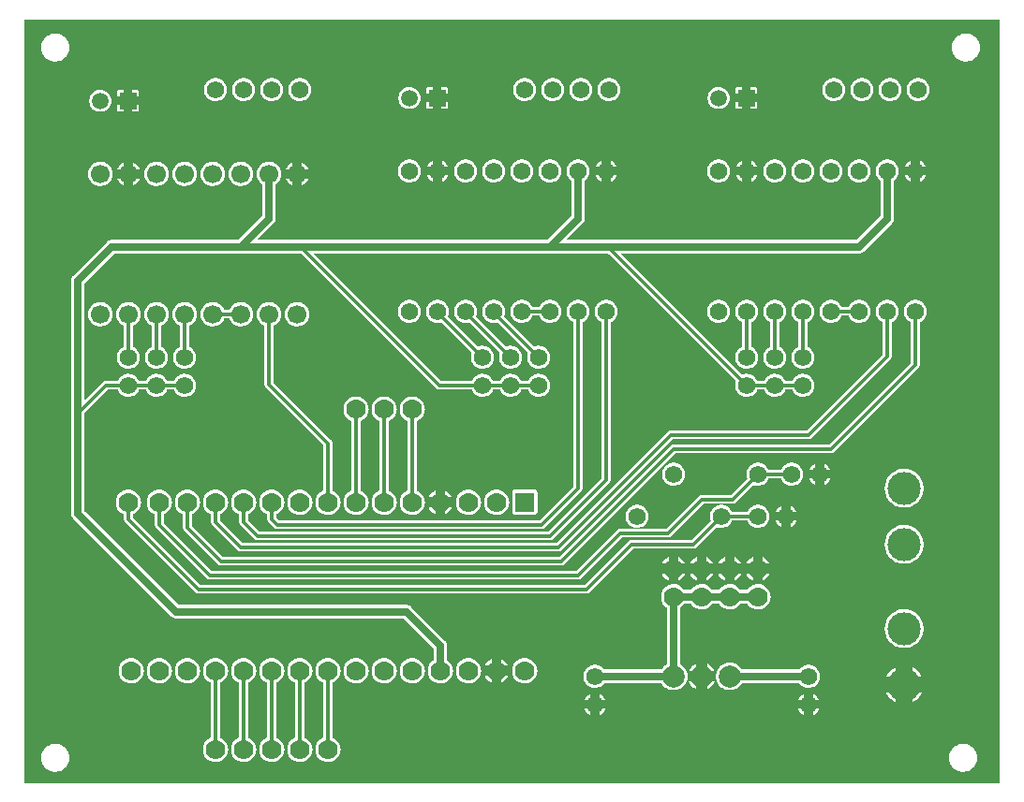
<source format=gtl>
G04 ---------------------------- Layer name :TOP LAYER*
G04 EasyEDA v5.7.26, Sat, 13 Oct 2018 08:52:39 GMT*
G04 b01a3295a99c462aa78e2ea4a40ec62e*
G04 Gerber Generator version 0.2*
G04 Scale: 100 percent, Rotated: No, Reflected: No *
G04 Dimensions in millimeters *
G04 leading zeros omitted , absolute positions ,3 integer and 3 decimal *
%FSLAX33Y33*%
%MOMM*%
G90*
G71D02*

%ADD11C,0.299974*%
%ADD12C,0.299999*%
%ADD13C,0.699999*%
%ADD14C,1.699997*%
%ADD15R,1.778000X1.778000*%
%ADD16C,1.778000*%
%ADD17C,1.499997*%
%ADD18R,1.499997X1.499997*%
%ADD19C,1.569999*%
%ADD20C,2.999994*%
%ADD21C,1.999996*%
%ADD22C,1.569997*%

%LPD*%
G36*
G01X88138Y0D02*
G01X0Y0D01*
G01X0Y69088D01*
G01X88138Y69088D01*
G01X88138Y0D01*
G37*

%LPC*%
G36*
G01X2635Y65285D02*
G01X2762Y65275D01*
G01X2889Y65279D01*
G01X3014Y65294D01*
G01X3138Y65323D01*
G01X3258Y65363D01*
G01X3374Y65415D01*
G01X3484Y65479D01*
G01X3587Y65553D01*
G01X3682Y65637D01*
G01X3768Y65730D01*
G01X3845Y65831D01*
G01X3911Y65939D01*
G01X3966Y66053D01*
G01X4009Y66172D01*
G01X4041Y66295D01*
G01X4060Y66421D01*
G01X4066Y66548D01*
G01X4060Y66674D01*
G01X4041Y66800D01*
G01X4009Y66923D01*
G01X3966Y67042D01*
G01X3911Y67156D01*
G01X3845Y67264D01*
G01X3768Y67365D01*
G01X3682Y67458D01*
G01X3587Y67542D01*
G01X3484Y67616D01*
G01X3374Y67680D01*
G01X3258Y67732D01*
G01X3138Y67772D01*
G01X3014Y67801D01*
G01X2889Y67816D01*
G01X2762Y67820D01*
G01X2635Y67810D01*
G01X2510Y67788D01*
G01X2388Y67754D01*
G01X2270Y67707D01*
G01X2157Y67650D01*
G01X2051Y67581D01*
G01X1951Y67502D01*
G01X1861Y67413D01*
G01X1779Y67316D01*
G01X1708Y67211D01*
G01X1647Y67100D01*
G01X1598Y66983D01*
G01X1560Y66862D01*
G01X1535Y66737D01*
G01X1523Y66611D01*
G01X1523Y66484D01*
G01X1535Y66358D01*
G01X1560Y66233D01*
G01X1598Y66112D01*
G01X1647Y65995D01*
G01X1708Y65884D01*
G01X1779Y65779D01*
G01X1861Y65682D01*
G01X1951Y65593D01*
G01X2051Y65514D01*
G01X2157Y65445D01*
G01X2270Y65388D01*
G01X2388Y65341D01*
G01X2510Y65307D01*
G01X2635Y65285D01*
G37*
G36*
G01X84677Y1023D02*
G01X84804Y1013D01*
G01X84931Y1017D01*
G01X85056Y1032D01*
G01X85180Y1061D01*
G01X85300Y1101D01*
G01X85416Y1153D01*
G01X85526Y1217D01*
G01X85629Y1291D01*
G01X85724Y1375D01*
G01X85810Y1468D01*
G01X85887Y1569D01*
G01X85953Y1677D01*
G01X86008Y1791D01*
G01X86051Y1910D01*
G01X86083Y2033D01*
G01X86102Y2159D01*
G01X86108Y2286D01*
G01X86102Y2412D01*
G01X86083Y2538D01*
G01X86051Y2661D01*
G01X86008Y2780D01*
G01X85953Y2894D01*
G01X85887Y3002D01*
G01X85810Y3103D01*
G01X85724Y3196D01*
G01X85629Y3280D01*
G01X85526Y3354D01*
G01X85416Y3418D01*
G01X85300Y3470D01*
G01X85180Y3510D01*
G01X85056Y3539D01*
G01X84931Y3554D01*
G01X84804Y3558D01*
G01X84677Y3548D01*
G01X84552Y3526D01*
G01X84430Y3492D01*
G01X84312Y3445D01*
G01X84199Y3388D01*
G01X84093Y3319D01*
G01X83993Y3240D01*
G01X83903Y3151D01*
G01X83821Y3054D01*
G01X83750Y2949D01*
G01X83689Y2838D01*
G01X83640Y2721D01*
G01X83602Y2600D01*
G01X83577Y2475D01*
G01X83565Y2349D01*
G01X83565Y2222D01*
G01X83577Y2096D01*
G01X83602Y1971D01*
G01X83640Y1850D01*
G01X83689Y1733D01*
G01X83750Y1622D01*
G01X83821Y1517D01*
G01X83903Y1420D01*
G01X83993Y1331D01*
G01X84093Y1252D01*
G01X84199Y1183D01*
G01X84312Y1126D01*
G01X84430Y1079D01*
G01X84552Y1045D01*
G01X84677Y1023D01*
G37*
G36*
G01X17129Y1911D02*
G01X17243Y1902D01*
G01X17357Y1905D01*
G01X17470Y1919D01*
G01X17582Y1945D01*
G01X17690Y1981D01*
G01X17794Y2028D01*
G01X17893Y2085D01*
G01X17986Y2152D01*
G01X18071Y2227D01*
G01X18149Y2311D01*
G01X18218Y2402D01*
G01X18278Y2500D01*
G01X18327Y2603D01*
G01X18366Y2710D01*
G01X18394Y2821D01*
G01X18411Y2933D01*
G01X18417Y3048D01*
G01X18411Y3162D01*
G01X18394Y3274D01*
G01X18366Y3385D01*
G01X18327Y3492D01*
G01X18278Y3595D01*
G01X18218Y3693D01*
G01X18149Y3784D01*
G01X18071Y3868D01*
G01X17986Y3943D01*
G01X17893Y4010D01*
G01X17794Y4067D01*
G01X17690Y4114D01*
G01X17675Y4119D01*
G01X17675Y9088D01*
G01X17690Y9093D01*
G01X17794Y9140D01*
G01X17893Y9197D01*
G01X17986Y9264D01*
G01X18071Y9339D01*
G01X18149Y9423D01*
G01X18218Y9514D01*
G01X18278Y9612D01*
G01X18327Y9715D01*
G01X18366Y9822D01*
G01X18394Y9933D01*
G01X18411Y10045D01*
G01X18417Y10160D01*
G01X18411Y10274D01*
G01X18394Y10386D01*
G01X18366Y10497D01*
G01X18327Y10604D01*
G01X18278Y10707D01*
G01X18218Y10805D01*
G01X18149Y10896D01*
G01X18071Y10980D01*
G01X17986Y11055D01*
G01X17893Y11122D01*
G01X17794Y11179D01*
G01X17690Y11226D01*
G01X17582Y11262D01*
G01X17470Y11288D01*
G01X17357Y11302D01*
G01X17243Y11305D01*
G01X17129Y11296D01*
G01X17017Y11276D01*
G01X16907Y11245D01*
G01X16800Y11204D01*
G01X16699Y11152D01*
G01X16603Y11090D01*
G01X16514Y11018D01*
G01X16432Y10939D01*
G01X16358Y10851D01*
G01X16294Y10757D01*
G01X16239Y10657D01*
G01X16195Y10551D01*
G01X16161Y10442D01*
G01X16139Y10330D01*
G01X16127Y10217D01*
G01X16127Y10102D01*
G01X16139Y9989D01*
G01X16161Y9877D01*
G01X16195Y9768D01*
G01X16239Y9662D01*
G01X16294Y9562D01*
G01X16358Y9468D01*
G01X16432Y9380D01*
G01X16514Y9301D01*
G01X16603Y9229D01*
G01X16699Y9167D01*
G01X16800Y9115D01*
G01X16868Y9089D01*
G01X16868Y4118D01*
G01X16800Y4092D01*
G01X16699Y4040D01*
G01X16603Y3978D01*
G01X16514Y3906D01*
G01X16432Y3827D01*
G01X16358Y3739D01*
G01X16294Y3645D01*
G01X16239Y3545D01*
G01X16195Y3439D01*
G01X16161Y3330D01*
G01X16139Y3218D01*
G01X16127Y3105D01*
G01X16127Y2990D01*
G01X16139Y2877D01*
G01X16161Y2765D01*
G01X16195Y2656D01*
G01X16239Y2550D01*
G01X16294Y2450D01*
G01X16358Y2356D01*
G01X16432Y2268D01*
G01X16514Y2189D01*
G01X16603Y2117D01*
G01X16699Y2055D01*
G01X16800Y2003D01*
G01X16907Y1962D01*
G01X17017Y1931D01*
G01X17129Y1911D01*
G37*
G36*
G01X19669Y1911D02*
G01X19783Y1902D01*
G01X19897Y1905D01*
G01X20010Y1919D01*
G01X20122Y1945D01*
G01X20230Y1981D01*
G01X20334Y2028D01*
G01X20433Y2085D01*
G01X20526Y2152D01*
G01X20611Y2227D01*
G01X20689Y2311D01*
G01X20758Y2402D01*
G01X20818Y2500D01*
G01X20867Y2603D01*
G01X20906Y2710D01*
G01X20934Y2821D01*
G01X20951Y2933D01*
G01X20957Y3048D01*
G01X20951Y3162D01*
G01X20934Y3274D01*
G01X20906Y3385D01*
G01X20867Y3492D01*
G01X20818Y3595D01*
G01X20758Y3693D01*
G01X20689Y3784D01*
G01X20611Y3868D01*
G01X20526Y3943D01*
G01X20433Y4010D01*
G01X20334Y4067D01*
G01X20230Y4114D01*
G01X20215Y4119D01*
G01X20215Y9088D01*
G01X20230Y9093D01*
G01X20334Y9140D01*
G01X20433Y9197D01*
G01X20526Y9264D01*
G01X20611Y9339D01*
G01X20689Y9423D01*
G01X20758Y9514D01*
G01X20818Y9612D01*
G01X20867Y9715D01*
G01X20906Y9822D01*
G01X20934Y9933D01*
G01X20951Y10045D01*
G01X20957Y10160D01*
G01X20951Y10274D01*
G01X20934Y10386D01*
G01X20906Y10497D01*
G01X20867Y10604D01*
G01X20818Y10707D01*
G01X20758Y10805D01*
G01X20689Y10896D01*
G01X20611Y10980D01*
G01X20526Y11055D01*
G01X20433Y11122D01*
G01X20334Y11179D01*
G01X20230Y11226D01*
G01X20122Y11262D01*
G01X20010Y11288D01*
G01X19897Y11302D01*
G01X19783Y11305D01*
G01X19669Y11296D01*
G01X19557Y11276D01*
G01X19447Y11245D01*
G01X19340Y11204D01*
G01X19239Y11152D01*
G01X19143Y11090D01*
G01X19054Y11018D01*
G01X18972Y10939D01*
G01X18898Y10851D01*
G01X18834Y10757D01*
G01X18779Y10657D01*
G01X18735Y10551D01*
G01X18701Y10442D01*
G01X18679Y10330D01*
G01X18667Y10217D01*
G01X18667Y10102D01*
G01X18679Y9989D01*
G01X18701Y9877D01*
G01X18735Y9768D01*
G01X18779Y9662D01*
G01X18834Y9562D01*
G01X18898Y9468D01*
G01X18972Y9380D01*
G01X19054Y9301D01*
G01X19143Y9229D01*
G01X19239Y9167D01*
G01X19340Y9115D01*
G01X19408Y9089D01*
G01X19408Y4118D01*
G01X19340Y4092D01*
G01X19239Y4040D01*
G01X19143Y3978D01*
G01X19054Y3906D01*
G01X18972Y3827D01*
G01X18898Y3739D01*
G01X18834Y3645D01*
G01X18779Y3545D01*
G01X18735Y3439D01*
G01X18701Y3330D01*
G01X18679Y3218D01*
G01X18667Y3105D01*
G01X18667Y2990D01*
G01X18679Y2877D01*
G01X18701Y2765D01*
G01X18735Y2656D01*
G01X18779Y2550D01*
G01X18834Y2450D01*
G01X18898Y2356D01*
G01X18972Y2268D01*
G01X19054Y2189D01*
G01X19143Y2117D01*
G01X19239Y2055D01*
G01X19340Y2003D01*
G01X19447Y1962D01*
G01X19557Y1931D01*
G01X19669Y1911D01*
G37*
G36*
G01X22209Y1911D02*
G01X22323Y1902D01*
G01X22437Y1905D01*
G01X22550Y1919D01*
G01X22662Y1945D01*
G01X22770Y1981D01*
G01X22874Y2028D01*
G01X22973Y2085D01*
G01X23066Y2152D01*
G01X23151Y2227D01*
G01X23229Y2311D01*
G01X23298Y2402D01*
G01X23358Y2500D01*
G01X23407Y2603D01*
G01X23446Y2710D01*
G01X23474Y2821D01*
G01X23491Y2933D01*
G01X23497Y3048D01*
G01X23491Y3162D01*
G01X23474Y3274D01*
G01X23446Y3385D01*
G01X23407Y3492D01*
G01X23358Y3595D01*
G01X23298Y3693D01*
G01X23229Y3784D01*
G01X23151Y3868D01*
G01X23066Y3943D01*
G01X22973Y4010D01*
G01X22874Y4067D01*
G01X22770Y4114D01*
G01X22755Y4119D01*
G01X22755Y9088D01*
G01X22770Y9093D01*
G01X22874Y9140D01*
G01X22973Y9197D01*
G01X23066Y9264D01*
G01X23151Y9339D01*
G01X23229Y9423D01*
G01X23298Y9514D01*
G01X23358Y9612D01*
G01X23407Y9715D01*
G01X23446Y9822D01*
G01X23474Y9933D01*
G01X23491Y10045D01*
G01X23497Y10160D01*
G01X23491Y10274D01*
G01X23474Y10386D01*
G01X23446Y10497D01*
G01X23407Y10604D01*
G01X23358Y10707D01*
G01X23298Y10805D01*
G01X23229Y10896D01*
G01X23151Y10980D01*
G01X23066Y11055D01*
G01X22973Y11122D01*
G01X22874Y11179D01*
G01X22770Y11226D01*
G01X22662Y11262D01*
G01X22550Y11288D01*
G01X22437Y11302D01*
G01X22323Y11305D01*
G01X22209Y11296D01*
G01X22097Y11276D01*
G01X21987Y11245D01*
G01X21880Y11204D01*
G01X21779Y11152D01*
G01X21683Y11090D01*
G01X21594Y11018D01*
G01X21512Y10939D01*
G01X21438Y10851D01*
G01X21374Y10757D01*
G01X21319Y10657D01*
G01X21275Y10551D01*
G01X21241Y10442D01*
G01X21219Y10330D01*
G01X21207Y10217D01*
G01X21207Y10102D01*
G01X21219Y9989D01*
G01X21241Y9877D01*
G01X21275Y9768D01*
G01X21319Y9662D01*
G01X21374Y9562D01*
G01X21438Y9468D01*
G01X21512Y9380D01*
G01X21594Y9301D01*
G01X21683Y9229D01*
G01X21779Y9167D01*
G01X21880Y9115D01*
G01X21948Y9089D01*
G01X21948Y4118D01*
G01X21880Y4092D01*
G01X21779Y4040D01*
G01X21683Y3978D01*
G01X21594Y3906D01*
G01X21512Y3827D01*
G01X21438Y3739D01*
G01X21374Y3645D01*
G01X21319Y3545D01*
G01X21275Y3439D01*
G01X21241Y3330D01*
G01X21219Y3218D01*
G01X21207Y3105D01*
G01X21207Y2990D01*
G01X21219Y2877D01*
G01X21241Y2765D01*
G01X21275Y2656D01*
G01X21319Y2550D01*
G01X21374Y2450D01*
G01X21438Y2356D01*
G01X21512Y2268D01*
G01X21594Y2189D01*
G01X21683Y2117D01*
G01X21779Y2055D01*
G01X21880Y2003D01*
G01X21987Y1962D01*
G01X22097Y1931D01*
G01X22209Y1911D01*
G37*
G36*
G01X24749Y1911D02*
G01X24863Y1902D01*
G01X24977Y1905D01*
G01X25090Y1919D01*
G01X25202Y1945D01*
G01X25310Y1981D01*
G01X25414Y2028D01*
G01X25513Y2085D01*
G01X25606Y2152D01*
G01X25691Y2227D01*
G01X25769Y2311D01*
G01X25838Y2402D01*
G01X25898Y2500D01*
G01X25947Y2603D01*
G01X25986Y2710D01*
G01X26014Y2821D01*
G01X26031Y2933D01*
G01X26037Y3048D01*
G01X26031Y3162D01*
G01X26014Y3274D01*
G01X25986Y3385D01*
G01X25947Y3492D01*
G01X25898Y3595D01*
G01X25838Y3693D01*
G01X25769Y3784D01*
G01X25691Y3868D01*
G01X25606Y3943D01*
G01X25513Y4010D01*
G01X25414Y4067D01*
G01X25310Y4114D01*
G01X25295Y4119D01*
G01X25295Y9088D01*
G01X25310Y9093D01*
G01X25414Y9140D01*
G01X25513Y9197D01*
G01X25606Y9264D01*
G01X25691Y9339D01*
G01X25769Y9423D01*
G01X25838Y9514D01*
G01X25898Y9612D01*
G01X25947Y9715D01*
G01X25986Y9822D01*
G01X26014Y9933D01*
G01X26031Y10045D01*
G01X26037Y10160D01*
G01X26031Y10274D01*
G01X26014Y10386D01*
G01X25986Y10497D01*
G01X25947Y10604D01*
G01X25898Y10707D01*
G01X25838Y10805D01*
G01X25769Y10896D01*
G01X25691Y10980D01*
G01X25606Y11055D01*
G01X25513Y11122D01*
G01X25414Y11179D01*
G01X25310Y11226D01*
G01X25202Y11262D01*
G01X25090Y11288D01*
G01X24977Y11302D01*
G01X24863Y11305D01*
G01X24749Y11296D01*
G01X24637Y11276D01*
G01X24527Y11245D01*
G01X24420Y11204D01*
G01X24319Y11152D01*
G01X24223Y11090D01*
G01X24134Y11018D01*
G01X24052Y10939D01*
G01X23978Y10851D01*
G01X23914Y10757D01*
G01X23859Y10657D01*
G01X23815Y10551D01*
G01X23781Y10442D01*
G01X23759Y10330D01*
G01X23747Y10217D01*
G01X23747Y10102D01*
G01X23759Y9989D01*
G01X23781Y9877D01*
G01X23815Y9768D01*
G01X23859Y9662D01*
G01X23914Y9562D01*
G01X23978Y9468D01*
G01X24052Y9380D01*
G01X24134Y9301D01*
G01X24223Y9229D01*
G01X24319Y9167D01*
G01X24420Y9115D01*
G01X24488Y9089D01*
G01X24488Y4118D01*
G01X24420Y4092D01*
G01X24319Y4040D01*
G01X24223Y3978D01*
G01X24134Y3906D01*
G01X24052Y3827D01*
G01X23978Y3739D01*
G01X23914Y3645D01*
G01X23859Y3545D01*
G01X23815Y3439D01*
G01X23781Y3330D01*
G01X23759Y3218D01*
G01X23747Y3105D01*
G01X23747Y2990D01*
G01X23759Y2877D01*
G01X23781Y2765D01*
G01X23815Y2656D01*
G01X23859Y2550D01*
G01X23914Y2450D01*
G01X23978Y2356D01*
G01X24052Y2268D01*
G01X24134Y2189D01*
G01X24223Y2117D01*
G01X24319Y2055D01*
G01X24420Y2003D01*
G01X24527Y1962D01*
G01X24637Y1931D01*
G01X24749Y1911D01*
G37*
G36*
G01X27289Y1911D02*
G01X27403Y1902D01*
G01X27517Y1905D01*
G01X27630Y1919D01*
G01X27742Y1945D01*
G01X27850Y1981D01*
G01X27954Y2028D01*
G01X28053Y2085D01*
G01X28146Y2152D01*
G01X28231Y2227D01*
G01X28309Y2311D01*
G01X28378Y2402D01*
G01X28438Y2500D01*
G01X28487Y2603D01*
G01X28526Y2710D01*
G01X28554Y2821D01*
G01X28571Y2933D01*
G01X28577Y3048D01*
G01X28571Y3162D01*
G01X28554Y3274D01*
G01X28526Y3385D01*
G01X28487Y3492D01*
G01X28438Y3595D01*
G01X28378Y3693D01*
G01X28309Y3784D01*
G01X28231Y3868D01*
G01X28146Y3943D01*
G01X28053Y4010D01*
G01X27954Y4067D01*
G01X27850Y4114D01*
G01X27835Y4119D01*
G01X27835Y9088D01*
G01X27850Y9093D01*
G01X27954Y9140D01*
G01X28053Y9197D01*
G01X28146Y9264D01*
G01X28231Y9339D01*
G01X28309Y9423D01*
G01X28378Y9514D01*
G01X28438Y9612D01*
G01X28487Y9715D01*
G01X28526Y9822D01*
G01X28554Y9933D01*
G01X28571Y10045D01*
G01X28577Y10160D01*
G01X28571Y10274D01*
G01X28554Y10386D01*
G01X28526Y10497D01*
G01X28487Y10604D01*
G01X28438Y10707D01*
G01X28378Y10805D01*
G01X28309Y10896D01*
G01X28231Y10980D01*
G01X28146Y11055D01*
G01X28053Y11122D01*
G01X27954Y11179D01*
G01X27850Y11226D01*
G01X27742Y11262D01*
G01X27630Y11288D01*
G01X27517Y11302D01*
G01X27403Y11305D01*
G01X27289Y11296D01*
G01X27177Y11276D01*
G01X27067Y11245D01*
G01X26960Y11204D01*
G01X26859Y11152D01*
G01X26763Y11090D01*
G01X26674Y11018D01*
G01X26592Y10939D01*
G01X26518Y10851D01*
G01X26454Y10757D01*
G01X26399Y10657D01*
G01X26355Y10551D01*
G01X26321Y10442D01*
G01X26299Y10330D01*
G01X26287Y10217D01*
G01X26287Y10102D01*
G01X26299Y9989D01*
G01X26321Y9877D01*
G01X26355Y9768D01*
G01X26399Y9662D01*
G01X26454Y9562D01*
G01X26518Y9468D01*
G01X26592Y9380D01*
G01X26674Y9301D01*
G01X26763Y9229D01*
G01X26859Y9167D01*
G01X26960Y9115D01*
G01X27028Y9089D01*
G01X27028Y4118D01*
G01X26960Y4092D01*
G01X26859Y4040D01*
G01X26763Y3978D01*
G01X26674Y3906D01*
G01X26592Y3827D01*
G01X26518Y3739D01*
G01X26454Y3645D01*
G01X26399Y3545D01*
G01X26355Y3439D01*
G01X26321Y3330D01*
G01X26299Y3218D01*
G01X26287Y3105D01*
G01X26287Y2990D01*
G01X26299Y2877D01*
G01X26321Y2765D01*
G01X26355Y2656D01*
G01X26399Y2550D01*
G01X26454Y2450D01*
G01X26518Y2356D01*
G01X26592Y2268D01*
G01X26674Y2189D01*
G01X26763Y2117D01*
G01X26859Y2055D01*
G01X26960Y2003D01*
G01X27067Y1962D01*
G01X27177Y1931D01*
G01X27289Y1911D01*
G37*
G36*
G01X71258Y6719D02*
G01X71258Y6147D01*
G01X71341Y6185D01*
G01X71431Y6237D01*
G01X71515Y6297D01*
G01X71593Y6366D01*
G01X71663Y6442D01*
G01X71726Y6525D01*
G01X71780Y6613D01*
G01X71825Y6707D01*
G01X71830Y6719D01*
G01X71258Y6719D01*
G37*
G36*
G01X51954Y6719D02*
G01X51954Y6147D01*
G01X52037Y6185D01*
G01X52127Y6237D01*
G01X52211Y6297D01*
G01X52289Y6366D01*
G01X52359Y6442D01*
G01X52422Y6525D01*
G01X52476Y6613D01*
G01X52521Y6707D01*
G01X52526Y6719D01*
G01X51954Y6719D01*
G37*
G36*
G01X70437Y6162D02*
G01X70473Y6148D01*
G01X70473Y6719D01*
G01X69902Y6719D01*
G01X69927Y6660D01*
G01X69977Y6568D01*
G01X70035Y6483D01*
G01X70102Y6403D01*
G01X70176Y6331D01*
G01X70258Y6266D01*
G01X70345Y6209D01*
G01X70437Y6162D01*
G37*
G36*
G01X51133Y6162D02*
G01X51169Y6148D01*
G01X51169Y6719D01*
G01X50598Y6719D01*
G01X50623Y6660D01*
G01X50673Y6568D01*
G01X50731Y6483D01*
G01X50798Y6403D01*
G01X50872Y6331D01*
G01X50954Y6266D01*
G01X51041Y6209D01*
G01X51133Y6162D01*
G37*
G36*
G01X78623Y7368D02*
G01X78751Y7303D01*
G01X78751Y8139D01*
G01X77914Y8139D01*
G01X77919Y8127D01*
G01X78003Y7974D01*
G01X78101Y7829D01*
G01X78214Y7695D01*
G01X78339Y7572D01*
G01X78476Y7463D01*
G01X78623Y7368D01*
G37*
G36*
G01X80252Y8139D02*
G01X80252Y7303D01*
G01X80303Y7326D01*
G01X80455Y7414D01*
G01X80597Y7516D01*
G01X80728Y7632D01*
G01X80847Y7760D01*
G01X80953Y7900D01*
G01X81044Y8049D01*
G01X81088Y8139D01*
G01X80252Y8139D01*
G37*
G36*
G01X71258Y8076D02*
G01X71258Y7504D01*
G01X71830Y7504D01*
G01X71825Y7516D01*
G01X71780Y7610D01*
G01X71726Y7698D01*
G01X71663Y7781D01*
G01X71593Y7857D01*
G01X71515Y7926D01*
G01X71431Y7986D01*
G01X71341Y8038D01*
G01X71258Y8076D01*
G37*
G36*
G01X69927Y7563D02*
G01X69902Y7504D01*
G01X70473Y7504D01*
G01X70473Y8075D01*
G01X70437Y8061D01*
G01X70345Y8014D01*
G01X70258Y7957D01*
G01X70176Y7892D01*
G01X70102Y7820D01*
G01X70035Y7740D01*
G01X69977Y7655D01*
G01X69927Y7563D01*
G37*
G36*
G01X51954Y8076D02*
G01X51954Y7504D01*
G01X52526Y7504D01*
G01X52521Y7516D01*
G01X52476Y7610D01*
G01X52422Y7698D01*
G01X52359Y7781D01*
G01X52289Y7857D01*
G01X52211Y7926D01*
G01X52127Y7986D01*
G01X52037Y8038D01*
G01X51954Y8076D01*
G37*
G36*
G01X50623Y7563D02*
G01X50598Y7504D01*
G01X51169Y7504D01*
G01X51169Y8075D01*
G01X51133Y8061D01*
G01X51041Y8014D01*
G01X50954Y7957D01*
G01X50872Y7892D01*
G01X50798Y7820D01*
G01X50731Y7740D01*
G01X50673Y7655D01*
G01X50623Y7563D01*
G37*
G36*
G01X58517Y8405D02*
G01X58642Y8395D01*
G01X58767Y8398D01*
G01X58892Y8414D01*
G01X59014Y8442D01*
G01X59133Y8482D01*
G01X59247Y8533D01*
G01X59355Y8596D01*
G01X59457Y8669D01*
G01X59551Y8752D01*
G01X59636Y8844D01*
G01X59712Y8944D01*
G01X59777Y9051D01*
G01X59831Y9163D01*
G01X59874Y9281D01*
G01X59905Y9403D01*
G01X59924Y9526D01*
G01X59930Y9652D01*
G01X59924Y9777D01*
G01X59905Y9900D01*
G01X59874Y10022D01*
G01X59831Y10140D01*
G01X59777Y10252D01*
G01X59712Y10359D01*
G01X59636Y10459D01*
G01X59551Y10551D01*
G01X59457Y10634D01*
G01X59355Y10707D01*
G01X59278Y10752D01*
G01X59278Y15883D01*
G01X59295Y15893D01*
G01X59388Y15959D01*
G01X59473Y16035D01*
G01X59551Y16119D01*
G01X59620Y16210D01*
G01X59645Y16251D01*
G01X60241Y16251D01*
G01X60300Y16163D01*
G01X60374Y16076D01*
G01X60456Y15996D01*
G01X60545Y15925D01*
G01X60641Y15863D01*
G01X60742Y15811D01*
G01X60849Y15769D01*
G01X60959Y15738D01*
G01X61071Y15718D01*
G01X61185Y15710D01*
G01X61299Y15713D01*
G01X61412Y15727D01*
G01X61524Y15752D01*
G01X61632Y15789D01*
G01X61736Y15836D01*
G01X61835Y15893D01*
G01X61928Y15959D01*
G01X62013Y16035D01*
G01X62091Y16119D01*
G01X62160Y16210D01*
G01X62185Y16251D01*
G01X62781Y16251D01*
G01X62840Y16163D01*
G01X62914Y16076D01*
G01X62996Y15996D01*
G01X63085Y15925D01*
G01X63181Y15863D01*
G01X63282Y15811D01*
G01X63389Y15769D01*
G01X63499Y15738D01*
G01X63611Y15718D01*
G01X63725Y15710D01*
G01X63839Y15713D01*
G01X63952Y15727D01*
G01X64064Y15752D01*
G01X64172Y15789D01*
G01X64276Y15836D01*
G01X64375Y15893D01*
G01X64468Y15959D01*
G01X64553Y16035D01*
G01X64631Y16119D01*
G01X64700Y16210D01*
G01X64725Y16251D01*
G01X65321Y16251D01*
G01X65380Y16163D01*
G01X65454Y16076D01*
G01X65536Y15996D01*
G01X65625Y15925D01*
G01X65721Y15863D01*
G01X65822Y15811D01*
G01X65929Y15769D01*
G01X66039Y15738D01*
G01X66151Y15718D01*
G01X66265Y15710D01*
G01X66379Y15713D01*
G01X66492Y15727D01*
G01X66604Y15752D01*
G01X66712Y15789D01*
G01X66816Y15836D01*
G01X66915Y15893D01*
G01X67008Y15959D01*
G01X67093Y16035D01*
G01X67171Y16119D01*
G01X67240Y16210D01*
G01X67300Y16307D01*
G01X67349Y16410D01*
G01X67388Y16517D01*
G01X67416Y16628D01*
G01X67433Y16741D01*
G01X67439Y16855D01*
G01X67433Y16969D01*
G01X67416Y17082D01*
G01X67388Y17193D01*
G01X67349Y17300D01*
G01X67300Y17403D01*
G01X67240Y17500D01*
G01X67171Y17591D01*
G01X67093Y17675D01*
G01X67008Y17751D01*
G01X66915Y17817D01*
G01X66816Y17874D01*
G01X66712Y17921D01*
G01X66604Y17958D01*
G01X66492Y17983D01*
G01X66379Y17997D01*
G01X66265Y18000D01*
G01X66151Y17992D01*
G01X66039Y17972D01*
G01X65929Y17941D01*
G01X65822Y17899D01*
G01X65721Y17847D01*
G01X65625Y17785D01*
G01X65536Y17714D01*
G01X65454Y17634D01*
G01X65380Y17547D01*
G01X65321Y17459D01*
G01X64725Y17459D01*
G01X64700Y17500D01*
G01X64631Y17591D01*
G01X64553Y17675D01*
G01X64468Y17751D01*
G01X64375Y17817D01*
G01X64276Y17874D01*
G01X64172Y17921D01*
G01X64064Y17958D01*
G01X63952Y17983D01*
G01X63839Y17997D01*
G01X63725Y18000D01*
G01X63611Y17992D01*
G01X63499Y17972D01*
G01X63389Y17941D01*
G01X63282Y17899D01*
G01X63181Y17847D01*
G01X63085Y17785D01*
G01X62996Y17714D01*
G01X62914Y17634D01*
G01X62840Y17547D01*
G01X62781Y17459D01*
G01X62185Y17459D01*
G01X62160Y17500D01*
G01X62091Y17591D01*
G01X62013Y17675D01*
G01X61928Y17751D01*
G01X61835Y17817D01*
G01X61736Y17874D01*
G01X61632Y17921D01*
G01X61524Y17958D01*
G01X61412Y17983D01*
G01X61299Y17997D01*
G01X61185Y18000D01*
G01X61071Y17992D01*
G01X60959Y17972D01*
G01X60849Y17941D01*
G01X60742Y17899D01*
G01X60641Y17847D01*
G01X60545Y17785D01*
G01X60456Y17714D01*
G01X60374Y17634D01*
G01X60300Y17547D01*
G01X60241Y17459D01*
G01X59645Y17459D01*
G01X59620Y17500D01*
G01X59551Y17591D01*
G01X59473Y17675D01*
G01X59388Y17751D01*
G01X59295Y17817D01*
G01X59196Y17874D01*
G01X59092Y17921D01*
G01X58984Y17958D01*
G01X58872Y17983D01*
G01X58759Y17997D01*
G01X58645Y18000D01*
G01X58531Y17992D01*
G01X58419Y17972D01*
G01X58309Y17941D01*
G01X58202Y17899D01*
G01X58101Y17847D01*
G01X58005Y17785D01*
G01X57916Y17714D01*
G01X57834Y17634D01*
G01X57760Y17547D01*
G01X57696Y17452D01*
G01X57641Y17352D01*
G01X57597Y17247D01*
G01X57563Y17138D01*
G01X57541Y17026D01*
G01X57529Y16912D01*
G01X57529Y16798D01*
G01X57541Y16684D01*
G01X57563Y16572D01*
G01X57597Y16463D01*
G01X57641Y16358D01*
G01X57696Y16258D01*
G01X57760Y16163D01*
G01X57834Y16076D01*
G01X57916Y15996D01*
G01X58005Y15925D01*
G01X58069Y15883D01*
G01X58069Y10752D01*
G01X58045Y10740D01*
G01X57940Y10672D01*
G01X57842Y10594D01*
G01X57752Y10506D01*
G01X57672Y10410D01*
G01X57601Y10307D01*
G01X57573Y10256D01*
G01X52409Y10256D01*
G01X52359Y10321D01*
G01X52289Y10397D01*
G01X52211Y10466D01*
G01X52127Y10526D01*
G01X52037Y10578D01*
G01X51942Y10621D01*
G01X51844Y10654D01*
G01X51742Y10677D01*
G01X51639Y10690D01*
G01X51536Y10693D01*
G01X51432Y10685D01*
G01X51330Y10667D01*
G01X51230Y10639D01*
G01X51133Y10601D01*
G01X51041Y10554D01*
G01X50954Y10497D01*
G01X50872Y10432D01*
G01X50798Y10360D01*
G01X50731Y10280D01*
G01X50673Y10195D01*
G01X50623Y10103D01*
G01X50583Y10008D01*
G01X50552Y9909D01*
G01X50532Y9807D01*
G01X50521Y9703D01*
G01X50521Y9600D01*
G01X50532Y9496D01*
G01X50552Y9394D01*
G01X50583Y9295D01*
G01X50623Y9200D01*
G01X50673Y9108D01*
G01X50731Y9023D01*
G01X50798Y8943D01*
G01X50872Y8871D01*
G01X50954Y8806D01*
G01X51041Y8749D01*
G01X51133Y8702D01*
G01X51230Y8664D01*
G01X51330Y8636D01*
G01X51432Y8618D01*
G01X51536Y8610D01*
G01X51639Y8613D01*
G01X51742Y8626D01*
G01X51844Y8649D01*
G01X51942Y8682D01*
G01X52037Y8725D01*
G01X52127Y8777D01*
G01X52211Y8837D01*
G01X52289Y8906D01*
G01X52359Y8982D01*
G01X52409Y9047D01*
G01X57573Y9047D01*
G01X57601Y8996D01*
G01X57672Y8893D01*
G01X57752Y8797D01*
G01X57842Y8709D01*
G01X57940Y8631D01*
G01X58045Y8563D01*
G01X58157Y8506D01*
G01X58273Y8460D01*
G01X58394Y8426D01*
G01X58517Y8405D01*
G37*
G36*
G01X63597Y8405D02*
G01X63722Y8395D01*
G01X63847Y8398D01*
G01X63972Y8414D01*
G01X64094Y8442D01*
G01X64213Y8482D01*
G01X64327Y8533D01*
G01X64435Y8596D01*
G01X64537Y8669D01*
G01X64631Y8752D01*
G01X64716Y8844D01*
G01X64792Y8944D01*
G01X64855Y9047D01*
G01X70018Y9047D01*
G01X70035Y9023D01*
G01X70102Y8943D01*
G01X70176Y8871D01*
G01X70258Y8806D01*
G01X70345Y8749D01*
G01X70437Y8702D01*
G01X70534Y8664D01*
G01X70634Y8636D01*
G01X70736Y8618D01*
G01X70840Y8610D01*
G01X70943Y8613D01*
G01X71046Y8626D01*
G01X71148Y8649D01*
G01X71246Y8682D01*
G01X71341Y8725D01*
G01X71431Y8777D01*
G01X71515Y8837D01*
G01X71593Y8906D01*
G01X71663Y8982D01*
G01X71726Y9065D01*
G01X71780Y9153D01*
G01X71825Y9247D01*
G01X71861Y9344D01*
G01X71886Y9445D01*
G01X71902Y9548D01*
G01X71907Y9652D01*
G01X71902Y9755D01*
G01X71886Y9858D01*
G01X71861Y9959D01*
G01X71825Y10056D01*
G01X71780Y10150D01*
G01X71726Y10238D01*
G01X71663Y10321D01*
G01X71593Y10397D01*
G01X71515Y10466D01*
G01X71431Y10526D01*
G01X71341Y10578D01*
G01X71246Y10621D01*
G01X71148Y10654D01*
G01X71046Y10677D01*
G01X70943Y10690D01*
G01X70840Y10693D01*
G01X70736Y10685D01*
G01X70634Y10667D01*
G01X70534Y10639D01*
G01X70437Y10601D01*
G01X70345Y10554D01*
G01X70258Y10497D01*
G01X70176Y10432D01*
G01X70102Y10360D01*
G01X70035Y10280D01*
G01X70018Y10256D01*
G01X64855Y10256D01*
G01X64792Y10359D01*
G01X64716Y10459D01*
G01X64631Y10551D01*
G01X64537Y10634D01*
G01X64435Y10707D01*
G01X64327Y10770D01*
G01X64213Y10821D01*
G01X64094Y10861D01*
G01X63972Y10889D01*
G01X63847Y10905D01*
G01X63722Y10908D01*
G01X63597Y10898D01*
G01X63474Y10877D01*
G01X63353Y10843D01*
G01X63237Y10797D01*
G01X63125Y10740D01*
G01X63020Y10672D01*
G01X62922Y10594D01*
G01X62832Y10506D01*
G01X62752Y10410D01*
G01X62681Y10307D01*
G01X62621Y10197D01*
G01X62573Y10081D01*
G01X62536Y9962D01*
G01X62511Y9839D01*
G01X62499Y9714D01*
G01X62499Y9589D01*
G01X62511Y9464D01*
G01X62536Y9341D01*
G01X62573Y9222D01*
G01X62621Y9106D01*
G01X62681Y8996D01*
G01X62752Y8893D01*
G01X62832Y8797D01*
G01X62922Y8709D01*
G01X63020Y8631D01*
G01X63125Y8563D01*
G01X63237Y8506D01*
G01X63353Y8460D01*
G01X63474Y8426D01*
G01X63597Y8405D01*
G37*
G36*
G01X60697Y8506D02*
G01X60714Y8500D01*
G01X60714Y9152D01*
G01X60062Y9152D01*
G01X60081Y9106D01*
G01X60141Y8996D01*
G01X60212Y8893D01*
G01X60292Y8797D01*
G01X60382Y8709D01*
G01X60480Y8631D01*
G01X60585Y8563D01*
G01X60697Y8506D01*
G37*
G36*
G01X61713Y9152D02*
G01X61713Y8500D01*
G01X61787Y8533D01*
G01X61895Y8596D01*
G01X61997Y8669D01*
G01X62091Y8752D01*
G01X62176Y8844D01*
G01X62252Y8944D01*
G01X62317Y9051D01*
G01X62366Y9152D01*
G01X61713Y9152D01*
G37*
G36*
G01X84931Y65285D02*
G01X85058Y65275D01*
G01X85185Y65279D01*
G01X85310Y65294D01*
G01X85434Y65323D01*
G01X85554Y65363D01*
G01X85670Y65415D01*
G01X85780Y65479D01*
G01X85883Y65553D01*
G01X85978Y65637D01*
G01X86064Y65730D01*
G01X86141Y65831D01*
G01X86207Y65939D01*
G01X86262Y66053D01*
G01X86305Y66172D01*
G01X86337Y66295D01*
G01X86356Y66421D01*
G01X86362Y66548D01*
G01X86356Y66674D01*
G01X86337Y66800D01*
G01X86305Y66923D01*
G01X86262Y67042D01*
G01X86207Y67156D01*
G01X86141Y67264D01*
G01X86064Y67365D01*
G01X85978Y67458D01*
G01X85883Y67542D01*
G01X85780Y67616D01*
G01X85670Y67680D01*
G01X85554Y67732D01*
G01X85434Y67772D01*
G01X85310Y67801D01*
G01X85185Y67816D01*
G01X85058Y67820D01*
G01X84931Y67810D01*
G01X84806Y67788D01*
G01X84684Y67754D01*
G01X84566Y67707D01*
G01X84453Y67650D01*
G01X84347Y67581D01*
G01X84247Y67502D01*
G01X84157Y67413D01*
G01X84075Y67316D01*
G01X84004Y67211D01*
G01X83943Y67100D01*
G01X83894Y66983D01*
G01X83856Y66862D01*
G01X83831Y66737D01*
G01X83819Y66611D01*
G01X83819Y66484D01*
G01X83831Y66358D01*
G01X83856Y66233D01*
G01X83894Y66112D01*
G01X83943Y65995D01*
G01X84004Y65884D01*
G01X84075Y65779D01*
G01X84157Y65682D01*
G01X84247Y65593D01*
G01X84347Y65514D01*
G01X84453Y65445D01*
G01X84566Y65388D01*
G01X84684Y65341D01*
G01X84806Y65307D01*
G01X84931Y65285D01*
G37*
G36*
G01X36294Y62725D02*
G01X36294Y62351D01*
G01X36922Y62351D01*
G01X36922Y62979D01*
G01X36548Y62979D01*
G01X36537Y62979D01*
G01X36527Y62978D01*
G01X36516Y62977D01*
G01X36506Y62975D01*
G01X36495Y62973D01*
G01X36485Y62971D01*
G01X36475Y62968D01*
G01X36465Y62965D01*
G01X36455Y62961D01*
G01X36446Y62957D01*
G01X36436Y62953D01*
G01X36427Y62948D01*
G01X36418Y62943D01*
G01X36409Y62937D01*
G01X36400Y62932D01*
G01X36392Y62925D01*
G01X36383Y62919D01*
G01X36376Y62912D01*
G01X36368Y62904D01*
G01X36361Y62897D01*
G01X36354Y62889D01*
G01X36347Y62881D01*
G01X36341Y62872D01*
G01X36335Y62864D01*
G01X36329Y62855D01*
G01X36324Y62846D01*
G01X36319Y62836D01*
G01X36315Y62827D01*
G01X36311Y62817D01*
G01X36307Y62807D01*
G01X36304Y62797D01*
G01X36301Y62787D01*
G01X36299Y62777D01*
G01X36297Y62767D01*
G01X36296Y62756D01*
G01X36294Y62746D01*
G01X36294Y62735D01*
G01X36294Y62725D01*
G37*
G36*
G01X9509Y9023D02*
G01X9623Y9014D01*
G01X9737Y9017D01*
G01X9850Y9031D01*
G01X9962Y9057D01*
G01X10070Y9093D01*
G01X10174Y9140D01*
G01X10273Y9197D01*
G01X10366Y9264D01*
G01X10451Y9339D01*
G01X10529Y9423D01*
G01X10598Y9514D01*
G01X10658Y9612D01*
G01X10707Y9715D01*
G01X10746Y9822D01*
G01X10774Y9933D01*
G01X10791Y10045D01*
G01X10797Y10160D01*
G01X10791Y10274D01*
G01X10774Y10386D01*
G01X10746Y10497D01*
G01X10707Y10604D01*
G01X10658Y10707D01*
G01X10598Y10805D01*
G01X10529Y10896D01*
G01X10451Y10980D01*
G01X10366Y11055D01*
G01X10273Y11122D01*
G01X10174Y11179D01*
G01X10070Y11226D01*
G01X9962Y11262D01*
G01X9850Y11288D01*
G01X9737Y11302D01*
G01X9623Y11305D01*
G01X9509Y11296D01*
G01X9397Y11276D01*
G01X9287Y11245D01*
G01X9180Y11204D01*
G01X9079Y11152D01*
G01X8983Y11090D01*
G01X8894Y11018D01*
G01X8812Y10939D01*
G01X8738Y10851D01*
G01X8674Y10757D01*
G01X8619Y10657D01*
G01X8575Y10551D01*
G01X8541Y10442D01*
G01X8519Y10330D01*
G01X8507Y10217D01*
G01X8507Y10102D01*
G01X8519Y9989D01*
G01X8541Y9877D01*
G01X8575Y9768D01*
G01X8619Y9662D01*
G01X8674Y9562D01*
G01X8738Y9468D01*
G01X8812Y9380D01*
G01X8894Y9301D01*
G01X8983Y9229D01*
G01X9079Y9167D01*
G01X9180Y9115D01*
G01X9287Y9074D01*
G01X9397Y9043D01*
G01X9509Y9023D01*
G37*
G36*
G01X12049Y9023D02*
G01X12163Y9014D01*
G01X12277Y9017D01*
G01X12390Y9031D01*
G01X12502Y9057D01*
G01X12610Y9093D01*
G01X12714Y9140D01*
G01X12813Y9197D01*
G01X12906Y9264D01*
G01X12991Y9339D01*
G01X13069Y9423D01*
G01X13138Y9514D01*
G01X13198Y9612D01*
G01X13247Y9715D01*
G01X13286Y9822D01*
G01X13314Y9933D01*
G01X13331Y10045D01*
G01X13337Y10160D01*
G01X13331Y10274D01*
G01X13314Y10386D01*
G01X13286Y10497D01*
G01X13247Y10604D01*
G01X13198Y10707D01*
G01X13138Y10805D01*
G01X13069Y10896D01*
G01X12991Y10980D01*
G01X12906Y11055D01*
G01X12813Y11122D01*
G01X12714Y11179D01*
G01X12610Y11226D01*
G01X12502Y11262D01*
G01X12390Y11288D01*
G01X12277Y11302D01*
G01X12163Y11305D01*
G01X12049Y11296D01*
G01X11937Y11276D01*
G01X11827Y11245D01*
G01X11720Y11204D01*
G01X11619Y11152D01*
G01X11523Y11090D01*
G01X11434Y11018D01*
G01X11352Y10939D01*
G01X11278Y10851D01*
G01X11214Y10757D01*
G01X11159Y10657D01*
G01X11115Y10551D01*
G01X11081Y10442D01*
G01X11059Y10330D01*
G01X11047Y10217D01*
G01X11047Y10102D01*
G01X11059Y9989D01*
G01X11081Y9877D01*
G01X11115Y9768D01*
G01X11159Y9662D01*
G01X11214Y9562D01*
G01X11278Y9468D01*
G01X11352Y9380D01*
G01X11434Y9301D01*
G01X11523Y9229D01*
G01X11619Y9167D01*
G01X11720Y9115D01*
G01X11827Y9074D01*
G01X11937Y9043D01*
G01X12049Y9023D01*
G37*
G36*
G01X14589Y9023D02*
G01X14703Y9014D01*
G01X14817Y9017D01*
G01X14930Y9031D01*
G01X15042Y9057D01*
G01X15150Y9093D01*
G01X15254Y9140D01*
G01X15353Y9197D01*
G01X15446Y9264D01*
G01X15531Y9339D01*
G01X15609Y9423D01*
G01X15678Y9514D01*
G01X15738Y9612D01*
G01X15787Y9715D01*
G01X15826Y9822D01*
G01X15854Y9933D01*
G01X15871Y10045D01*
G01X15877Y10160D01*
G01X15871Y10274D01*
G01X15854Y10386D01*
G01X15826Y10497D01*
G01X15787Y10604D01*
G01X15738Y10707D01*
G01X15678Y10805D01*
G01X15609Y10896D01*
G01X15531Y10980D01*
G01X15446Y11055D01*
G01X15353Y11122D01*
G01X15254Y11179D01*
G01X15150Y11226D01*
G01X15042Y11262D01*
G01X14930Y11288D01*
G01X14817Y11302D01*
G01X14703Y11305D01*
G01X14589Y11296D01*
G01X14477Y11276D01*
G01X14367Y11245D01*
G01X14260Y11204D01*
G01X14159Y11152D01*
G01X14063Y11090D01*
G01X13974Y11018D01*
G01X13892Y10939D01*
G01X13818Y10851D01*
G01X13754Y10757D01*
G01X13699Y10657D01*
G01X13655Y10551D01*
G01X13621Y10442D01*
G01X13599Y10330D01*
G01X13587Y10217D01*
G01X13587Y10102D01*
G01X13599Y9989D01*
G01X13621Y9877D01*
G01X13655Y9768D01*
G01X13699Y9662D01*
G01X13754Y9562D01*
G01X13818Y9468D01*
G01X13892Y9380D01*
G01X13974Y9301D01*
G01X14063Y9229D01*
G01X14159Y9167D01*
G01X14260Y9115D01*
G01X14367Y9074D01*
G01X14477Y9043D01*
G01X14589Y9023D01*
G37*
G36*
G01X29829Y9023D02*
G01X29943Y9014D01*
G01X30057Y9017D01*
G01X30170Y9031D01*
G01X30282Y9057D01*
G01X30390Y9093D01*
G01X30494Y9140D01*
G01X30593Y9197D01*
G01X30686Y9264D01*
G01X30771Y9339D01*
G01X30849Y9423D01*
G01X30918Y9514D01*
G01X30978Y9612D01*
G01X31027Y9715D01*
G01X31066Y9822D01*
G01X31094Y9933D01*
G01X31111Y10045D01*
G01X31117Y10160D01*
G01X31111Y10274D01*
G01X31094Y10386D01*
G01X31066Y10497D01*
G01X31027Y10604D01*
G01X30978Y10707D01*
G01X30918Y10805D01*
G01X30849Y10896D01*
G01X30771Y10980D01*
G01X30686Y11055D01*
G01X30593Y11122D01*
G01X30494Y11179D01*
G01X30390Y11226D01*
G01X30282Y11262D01*
G01X30170Y11288D01*
G01X30057Y11302D01*
G01X29943Y11305D01*
G01X29829Y11296D01*
G01X29717Y11276D01*
G01X29607Y11245D01*
G01X29500Y11204D01*
G01X29399Y11152D01*
G01X29303Y11090D01*
G01X29214Y11018D01*
G01X29132Y10939D01*
G01X29058Y10851D01*
G01X28994Y10757D01*
G01X28939Y10657D01*
G01X28895Y10551D01*
G01X28861Y10442D01*
G01X28839Y10330D01*
G01X28827Y10217D01*
G01X28827Y10102D01*
G01X28839Y9989D01*
G01X28861Y9877D01*
G01X28895Y9768D01*
G01X28939Y9662D01*
G01X28994Y9562D01*
G01X29058Y9468D01*
G01X29132Y9380D01*
G01X29214Y9301D01*
G01X29303Y9229D01*
G01X29399Y9167D01*
G01X29500Y9115D01*
G01X29607Y9074D01*
G01X29717Y9043D01*
G01X29829Y9023D01*
G37*
G36*
G01X32369Y9023D02*
G01X32483Y9014D01*
G01X32597Y9017D01*
G01X32710Y9031D01*
G01X32822Y9057D01*
G01X32930Y9093D01*
G01X33034Y9140D01*
G01X33133Y9197D01*
G01X33226Y9264D01*
G01X33311Y9339D01*
G01X33389Y9423D01*
G01X33458Y9514D01*
G01X33518Y9612D01*
G01X33567Y9715D01*
G01X33606Y9822D01*
G01X33634Y9933D01*
G01X33651Y10045D01*
G01X33657Y10160D01*
G01X33651Y10274D01*
G01X33634Y10386D01*
G01X33606Y10497D01*
G01X33567Y10604D01*
G01X33518Y10707D01*
G01X33458Y10805D01*
G01X33389Y10896D01*
G01X33311Y10980D01*
G01X33226Y11055D01*
G01X33133Y11122D01*
G01X33034Y11179D01*
G01X32930Y11226D01*
G01X32822Y11262D01*
G01X32710Y11288D01*
G01X32597Y11302D01*
G01X32483Y11305D01*
G01X32369Y11296D01*
G01X32257Y11276D01*
G01X32147Y11245D01*
G01X32040Y11204D01*
G01X31939Y11152D01*
G01X31843Y11090D01*
G01X31754Y11018D01*
G01X31672Y10939D01*
G01X31598Y10851D01*
G01X31534Y10757D01*
G01X31479Y10657D01*
G01X31435Y10551D01*
G01X31401Y10442D01*
G01X31379Y10330D01*
G01X31367Y10217D01*
G01X31367Y10102D01*
G01X31379Y9989D01*
G01X31401Y9877D01*
G01X31435Y9768D01*
G01X31479Y9662D01*
G01X31534Y9562D01*
G01X31598Y9468D01*
G01X31672Y9380D01*
G01X31754Y9301D01*
G01X31843Y9229D01*
G01X31939Y9167D01*
G01X32040Y9115D01*
G01X32147Y9074D01*
G01X32257Y9043D01*
G01X32369Y9023D01*
G37*
G36*
G01X34909Y9023D02*
G01X35023Y9014D01*
G01X35137Y9017D01*
G01X35250Y9031D01*
G01X35362Y9057D01*
G01X35470Y9093D01*
G01X35574Y9140D01*
G01X35673Y9197D01*
G01X35766Y9264D01*
G01X35851Y9339D01*
G01X35929Y9423D01*
G01X35998Y9514D01*
G01X36058Y9612D01*
G01X36107Y9715D01*
G01X36146Y9822D01*
G01X36174Y9933D01*
G01X36191Y10045D01*
G01X36197Y10160D01*
G01X36191Y10274D01*
G01X36174Y10386D01*
G01X36146Y10497D01*
G01X36107Y10604D01*
G01X36058Y10707D01*
G01X35998Y10805D01*
G01X35929Y10896D01*
G01X35851Y10980D01*
G01X35766Y11055D01*
G01X35673Y11122D01*
G01X35574Y11179D01*
G01X35470Y11226D01*
G01X35362Y11262D01*
G01X35250Y11288D01*
G01X35137Y11302D01*
G01X35023Y11305D01*
G01X34909Y11296D01*
G01X34797Y11276D01*
G01X34687Y11245D01*
G01X34580Y11204D01*
G01X34479Y11152D01*
G01X34383Y11090D01*
G01X34294Y11018D01*
G01X34212Y10939D01*
G01X34138Y10851D01*
G01X34074Y10757D01*
G01X34019Y10657D01*
G01X33975Y10551D01*
G01X33941Y10442D01*
G01X33919Y10330D01*
G01X33907Y10217D01*
G01X33907Y10102D01*
G01X33919Y9989D01*
G01X33941Y9877D01*
G01X33975Y9768D01*
G01X34019Y9662D01*
G01X34074Y9562D01*
G01X34138Y9468D01*
G01X34212Y9380D01*
G01X34294Y9301D01*
G01X34383Y9229D01*
G01X34479Y9167D01*
G01X34580Y9115D01*
G01X34687Y9074D01*
G01X34797Y9043D01*
G01X34909Y9023D01*
G37*
G36*
G01X37449Y9023D02*
G01X37563Y9014D01*
G01X37677Y9017D01*
G01X37790Y9031D01*
G01X37902Y9057D01*
G01X38010Y9093D01*
G01X38114Y9140D01*
G01X38213Y9197D01*
G01X38306Y9264D01*
G01X38391Y9339D01*
G01X38469Y9423D01*
G01X38538Y9514D01*
G01X38598Y9612D01*
G01X38647Y9715D01*
G01X38686Y9822D01*
G01X38714Y9933D01*
G01X38731Y10045D01*
G01X38737Y10160D01*
G01X38731Y10274D01*
G01X38714Y10386D01*
G01X38686Y10497D01*
G01X38647Y10604D01*
G01X38598Y10707D01*
G01X38538Y10805D01*
G01X38469Y10896D01*
G01X38391Y10980D01*
G01X38306Y11055D01*
G01X38213Y11122D01*
G01X38196Y11132D01*
G01X38196Y12446D01*
G01X38195Y12457D01*
G01X38195Y12468D01*
G01X38195Y12472D01*
G01X38195Y12476D01*
G01X38194Y12486D01*
G01X38193Y12498D01*
G01X38193Y12502D01*
G01X38193Y12506D01*
G01X38191Y12516D01*
G01X38190Y12528D01*
G01X38189Y12532D01*
G01X38189Y12536D01*
G01X38187Y12547D01*
G01X38185Y12558D01*
G01X38184Y12561D01*
G01X38184Y12565D01*
G01X38181Y12577D01*
G01X38179Y12587D01*
G01X38178Y12591D01*
G01X38177Y12595D01*
G01X38173Y12607D01*
G01X38171Y12616D01*
G01X38170Y12620D01*
G01X38169Y12624D01*
G01X38165Y12634D01*
G01X38162Y12645D01*
G01X38160Y12649D01*
G01X38159Y12652D01*
G01X38155Y12663D01*
G01X38151Y12673D01*
G01X38150Y12676D01*
G01X38148Y12680D01*
G01X38143Y12691D01*
G01X38139Y12701D01*
G01X38137Y12704D01*
G01X38136Y12708D01*
G01X38130Y12718D01*
G01X38126Y12728D01*
G01X38124Y12731D01*
G01X38122Y12734D01*
G01X38116Y12744D01*
G01X38111Y12754D01*
G01X38109Y12757D01*
G01X38107Y12760D01*
G01X38101Y12770D01*
G01X38095Y12780D01*
G01X38093Y12782D01*
G01X38091Y12786D01*
G01X38084Y12795D01*
G01X38077Y12804D01*
G01X38075Y12807D01*
G01X38073Y12810D01*
G01X38066Y12819D01*
G01X38059Y12828D01*
G01X38057Y12831D01*
G01X38054Y12834D01*
G01X38046Y12843D01*
G01X38039Y12851D01*
G01X38037Y12853D01*
G01X38034Y12856D01*
G01X38026Y12865D01*
G01X38019Y12873D01*
G01X34971Y15921D01*
G01X34959Y15932D01*
G01X34947Y15943D01*
G01X34935Y15954D01*
G01X34922Y15964D01*
G01X34909Y15974D01*
G01X34896Y15984D01*
G01X34882Y15993D01*
G01X34869Y16002D01*
G01X34855Y16011D01*
G01X34841Y16019D01*
G01X34826Y16027D01*
G01X34812Y16035D01*
G01X34797Y16042D01*
G01X34782Y16048D01*
G01X34767Y16055D01*
G01X34752Y16060D01*
G01X34736Y16066D01*
G01X34721Y16071D01*
G01X34705Y16075D01*
G01X34689Y16080D01*
G01X34673Y16083D01*
G01X34657Y16087D01*
G01X34641Y16090D01*
G01X34625Y16092D01*
G01X34609Y16094D01*
G01X34593Y16096D01*
G01X34576Y16097D01*
G01X34560Y16097D01*
G01X34544Y16098D01*
G01X13966Y16098D01*
G01X5430Y24634D01*
G01X5430Y33437D01*
G01X7569Y35577D01*
G01X8439Y35577D01*
G01X8459Y35529D01*
G01X8509Y35438D01*
G01X8567Y35352D01*
G01X8634Y35273D01*
G01X8708Y35200D01*
G01X8790Y35135D01*
G01X8877Y35079D01*
G01X8969Y35032D01*
G01X9066Y34994D01*
G01X9166Y34966D01*
G01X9268Y34948D01*
G01X9372Y34940D01*
G01X9475Y34943D01*
G01X9578Y34955D01*
G01X9680Y34979D01*
G01X9778Y35012D01*
G01X9873Y35054D01*
G01X9963Y35106D01*
G01X10047Y35167D01*
G01X10125Y35236D01*
G01X10195Y35312D01*
G01X10258Y35394D01*
G01X10312Y35483D01*
G01X10357Y35577D01*
G01X10357Y35577D01*
G01X10979Y35577D01*
G01X10999Y35529D01*
G01X11049Y35438D01*
G01X11107Y35352D01*
G01X11174Y35273D01*
G01X11248Y35200D01*
G01X11330Y35135D01*
G01X11417Y35079D01*
G01X11509Y35032D01*
G01X11606Y34994D01*
G01X11706Y34966D01*
G01X11808Y34948D01*
G01X11912Y34940D01*
G01X12015Y34943D01*
G01X12118Y34955D01*
G01X12220Y34979D01*
G01X12318Y35012D01*
G01X12413Y35054D01*
G01X12503Y35106D01*
G01X12587Y35167D01*
G01X12665Y35236D01*
G01X12735Y35312D01*
G01X12798Y35394D01*
G01X12852Y35483D01*
G01X12897Y35577D01*
G01X12897Y35577D01*
G01X13519Y35577D01*
G01X13539Y35529D01*
G01X13589Y35438D01*
G01X13647Y35352D01*
G01X13714Y35273D01*
G01X13788Y35200D01*
G01X13870Y35135D01*
G01X13957Y35079D01*
G01X14049Y35032D01*
G01X14146Y34994D01*
G01X14246Y34966D01*
G01X14348Y34948D01*
G01X14452Y34940D01*
G01X14555Y34943D01*
G01X14658Y34955D01*
G01X14760Y34979D01*
G01X14858Y35012D01*
G01X14953Y35054D01*
G01X15043Y35106D01*
G01X15127Y35167D01*
G01X15205Y35236D01*
G01X15275Y35312D01*
G01X15338Y35394D01*
G01X15392Y35483D01*
G01X15437Y35577D01*
G01X15473Y35674D01*
G01X15498Y35775D01*
G01X15514Y35877D01*
G01X15519Y35981D01*
G01X15514Y36085D01*
G01X15498Y36188D01*
G01X15473Y36288D01*
G01X15437Y36386D01*
G01X15392Y36479D01*
G01X15338Y36568D01*
G01X15275Y36651D01*
G01X15205Y36727D01*
G01X15127Y36795D01*
G01X15043Y36856D01*
G01X14953Y36908D01*
G01X14858Y36951D01*
G01X14760Y36984D01*
G01X14658Y37007D01*
G01X14555Y37020D01*
G01X14452Y37022D01*
G01X14348Y37015D01*
G01X14246Y36997D01*
G01X14146Y36968D01*
G01X14049Y36931D01*
G01X13957Y36883D01*
G01X13870Y36827D01*
G01X13788Y36762D01*
G01X13714Y36690D01*
G01X13647Y36610D01*
G01X13589Y36524D01*
G01X13539Y36433D01*
G01X13519Y36385D01*
G01X12897Y36385D01*
G01X12897Y36386D01*
G01X12852Y36479D01*
G01X12798Y36568D01*
G01X12735Y36651D01*
G01X12665Y36727D01*
G01X12587Y36795D01*
G01X12503Y36856D01*
G01X12413Y36908D01*
G01X12318Y36951D01*
G01X12220Y36984D01*
G01X12118Y37007D01*
G01X12015Y37020D01*
G01X11912Y37022D01*
G01X11808Y37015D01*
G01X11706Y36997D01*
G01X11606Y36968D01*
G01X11509Y36931D01*
G01X11417Y36883D01*
G01X11330Y36827D01*
G01X11248Y36762D01*
G01X11174Y36690D01*
G01X11107Y36610D01*
G01X11049Y36524D01*
G01X10999Y36433D01*
G01X10979Y36385D01*
G01X10357Y36385D01*
G01X10357Y36386D01*
G01X10312Y36479D01*
G01X10258Y36568D01*
G01X10195Y36651D01*
G01X10125Y36727D01*
G01X10047Y36795D01*
G01X9963Y36856D01*
G01X9873Y36908D01*
G01X9778Y36951D01*
G01X9680Y36984D01*
G01X9578Y37007D01*
G01X9475Y37020D01*
G01X9372Y37022D01*
G01X9268Y37015D01*
G01X9166Y36997D01*
G01X9066Y36968D01*
G01X8969Y36931D01*
G01X8877Y36883D01*
G01X8790Y36827D01*
G01X8708Y36762D01*
G01X8634Y36690D01*
G01X8567Y36610D01*
G01X8509Y36524D01*
G01X8459Y36433D01*
G01X8439Y36385D01*
G01X7402Y36385D01*
G01X7388Y36385D01*
G01X7375Y36384D01*
G01X7361Y36383D01*
G01X7347Y36381D01*
G01X7333Y36379D01*
G01X7320Y36377D01*
G01X7306Y36374D01*
G01X7293Y36370D01*
G01X7280Y36366D01*
G01X7267Y36362D01*
G01X7254Y36357D01*
G01X7241Y36352D01*
G01X7229Y36346D01*
G01X7216Y36340D01*
G01X7204Y36333D01*
G01X7192Y36326D01*
G01X7181Y36319D01*
G01X7169Y36311D01*
G01X7158Y36303D01*
G01X7147Y36295D01*
G01X7137Y36286D01*
G01X7126Y36276D01*
G01X7116Y36267D01*
G01X5430Y34580D01*
G01X5430Y45215D01*
G01X8124Y47909D01*
G01X25033Y47909D01*
G01X37247Y35695D01*
G01X37257Y35686D01*
G01X37267Y35677D01*
G01X37278Y35668D01*
G01X37289Y35659D01*
G01X37300Y35651D01*
G01X37311Y35643D01*
G01X37323Y35636D01*
G01X37335Y35629D01*
G01X37347Y35622D01*
G01X37359Y35616D01*
G01X37372Y35611D01*
G01X37385Y35605D01*
G01X37398Y35600D01*
G01X37411Y35596D01*
G01X37424Y35592D01*
G01X37437Y35589D01*
G01X37451Y35586D01*
G01X37464Y35583D01*
G01X37478Y35581D01*
G01X37492Y35579D01*
G01X37505Y35578D01*
G01X37519Y35577D01*
G01X37533Y35577D01*
G01X40443Y35577D01*
G01X40463Y35529D01*
G01X40513Y35438D01*
G01X40571Y35352D01*
G01X40638Y35273D01*
G01X40712Y35200D01*
G01X40794Y35135D01*
G01X40881Y35079D01*
G01X40973Y35032D01*
G01X41070Y34994D01*
G01X41170Y34966D01*
G01X41272Y34948D01*
G01X41376Y34940D01*
G01X41479Y34943D01*
G01X41582Y34955D01*
G01X41684Y34979D01*
G01X41782Y35012D01*
G01X41877Y35054D01*
G01X41967Y35106D01*
G01X42051Y35167D01*
G01X42129Y35236D01*
G01X42199Y35312D01*
G01X42262Y35394D01*
G01X42316Y35483D01*
G01X42361Y35577D01*
G01X42361Y35577D01*
G01X42983Y35577D01*
G01X43003Y35529D01*
G01X43053Y35438D01*
G01X43111Y35352D01*
G01X43178Y35273D01*
G01X43252Y35200D01*
G01X43334Y35135D01*
G01X43421Y35079D01*
G01X43513Y35032D01*
G01X43610Y34994D01*
G01X43710Y34966D01*
G01X43812Y34948D01*
G01X43916Y34940D01*
G01X44019Y34943D01*
G01X44122Y34955D01*
G01X44224Y34979D01*
G01X44322Y35012D01*
G01X44417Y35054D01*
G01X44507Y35106D01*
G01X44591Y35167D01*
G01X44669Y35236D01*
G01X44739Y35312D01*
G01X44802Y35394D01*
G01X44856Y35483D01*
G01X44901Y35577D01*
G01X44901Y35577D01*
G01X45523Y35577D01*
G01X45543Y35529D01*
G01X45593Y35438D01*
G01X45651Y35352D01*
G01X45718Y35273D01*
G01X45792Y35200D01*
G01X45874Y35135D01*
G01X45961Y35079D01*
G01X46053Y35032D01*
G01X46150Y34994D01*
G01X46250Y34966D01*
G01X46352Y34948D01*
G01X46456Y34940D01*
G01X46559Y34943D01*
G01X46662Y34955D01*
G01X46764Y34979D01*
G01X46862Y35012D01*
G01X46957Y35054D01*
G01X47047Y35106D01*
G01X47131Y35167D01*
G01X47209Y35236D01*
G01X47279Y35312D01*
G01X47342Y35394D01*
G01X47396Y35483D01*
G01X47441Y35577D01*
G01X47477Y35674D01*
G01X47502Y35775D01*
G01X47518Y35877D01*
G01X47523Y35981D01*
G01X47518Y36085D01*
G01X47502Y36188D01*
G01X47477Y36288D01*
G01X47441Y36386D01*
G01X47396Y36479D01*
G01X47342Y36568D01*
G01X47279Y36651D01*
G01X47209Y36727D01*
G01X47131Y36795D01*
G01X47047Y36856D01*
G01X46957Y36908D01*
G01X46862Y36951D01*
G01X46764Y36984D01*
G01X46662Y37007D01*
G01X46559Y37020D01*
G01X46456Y37022D01*
G01X46352Y37015D01*
G01X46250Y36997D01*
G01X46150Y36968D01*
G01X46053Y36931D01*
G01X45961Y36883D01*
G01X45874Y36827D01*
G01X45792Y36762D01*
G01X45718Y36690D01*
G01X45651Y36610D01*
G01X45593Y36524D01*
G01X45543Y36433D01*
G01X45523Y36385D01*
G01X44901Y36385D01*
G01X44901Y36386D01*
G01X44856Y36479D01*
G01X44802Y36568D01*
G01X44739Y36651D01*
G01X44669Y36727D01*
G01X44591Y36795D01*
G01X44507Y36856D01*
G01X44417Y36908D01*
G01X44322Y36951D01*
G01X44224Y36984D01*
G01X44122Y37007D01*
G01X44019Y37020D01*
G01X43916Y37022D01*
G01X43812Y37015D01*
G01X43710Y36997D01*
G01X43610Y36968D01*
G01X43513Y36931D01*
G01X43421Y36883D01*
G01X43334Y36827D01*
G01X43252Y36762D01*
G01X43178Y36690D01*
G01X43111Y36610D01*
G01X43053Y36524D01*
G01X43003Y36433D01*
G01X42983Y36385D01*
G01X42361Y36385D01*
G01X42361Y36386D01*
G01X42316Y36479D01*
G01X42262Y36568D01*
G01X42199Y36651D01*
G01X42129Y36727D01*
G01X42051Y36795D01*
G01X41967Y36856D01*
G01X41877Y36908D01*
G01X41782Y36951D01*
G01X41684Y36984D01*
G01X41582Y37007D01*
G01X41479Y37020D01*
G01X41376Y37022D01*
G01X41272Y37015D01*
G01X41170Y36997D01*
G01X41070Y36968D01*
G01X40973Y36931D01*
G01X40881Y36883D01*
G01X40794Y36827D01*
G01X40712Y36762D01*
G01X40638Y36690D01*
G01X40571Y36610D01*
G01X40513Y36524D01*
G01X40463Y36433D01*
G01X40443Y36385D01*
G01X37700Y36385D01*
G01X26176Y47909D01*
G01X52773Y47909D01*
G01X64312Y36370D01*
G01X64299Y36337D01*
G01X64268Y36238D01*
G01X64248Y36136D01*
G01X64237Y36033D01*
G01X64237Y35929D01*
G01X64248Y35826D01*
G01X64268Y35724D01*
G01X64299Y35625D01*
G01X64339Y35529D01*
G01X64389Y35438D01*
G01X64447Y35352D01*
G01X64514Y35273D01*
G01X64588Y35200D01*
G01X64670Y35135D01*
G01X64757Y35079D01*
G01X64849Y35032D01*
G01X64946Y34994D01*
G01X65046Y34966D01*
G01X65148Y34948D01*
G01X65252Y34940D01*
G01X65355Y34943D01*
G01X65458Y34955D01*
G01X65560Y34979D01*
G01X65658Y35012D01*
G01X65753Y35054D01*
G01X65843Y35106D01*
G01X65927Y35167D01*
G01X66005Y35236D01*
G01X66075Y35312D01*
G01X66138Y35394D01*
G01X66192Y35483D01*
G01X66237Y35577D01*
G01X66237Y35577D01*
G01X66859Y35577D01*
G01X66879Y35529D01*
G01X66929Y35438D01*
G01X66987Y35352D01*
G01X67054Y35273D01*
G01X67128Y35200D01*
G01X67210Y35135D01*
G01X67297Y35079D01*
G01X67389Y35032D01*
G01X67486Y34994D01*
G01X67586Y34966D01*
G01X67688Y34948D01*
G01X67792Y34940D01*
G01X67895Y34943D01*
G01X67998Y34955D01*
G01X68100Y34979D01*
G01X68198Y35012D01*
G01X68293Y35054D01*
G01X68383Y35106D01*
G01X68467Y35167D01*
G01X68545Y35236D01*
G01X68615Y35312D01*
G01X68678Y35394D01*
G01X68732Y35483D01*
G01X68777Y35577D01*
G01X68777Y35577D01*
G01X69399Y35577D01*
G01X69419Y35529D01*
G01X69469Y35438D01*
G01X69527Y35352D01*
G01X69594Y35273D01*
G01X69668Y35200D01*
G01X69750Y35135D01*
G01X69837Y35079D01*
G01X69929Y35032D01*
G01X70026Y34994D01*
G01X70126Y34966D01*
G01X70228Y34948D01*
G01X70332Y34940D01*
G01X70435Y34943D01*
G01X70538Y34955D01*
G01X70640Y34979D01*
G01X70738Y35012D01*
G01X70833Y35054D01*
G01X70923Y35106D01*
G01X71007Y35167D01*
G01X71085Y35236D01*
G01X71155Y35312D01*
G01X71218Y35394D01*
G01X71272Y35483D01*
G01X71317Y35577D01*
G01X71353Y35674D01*
G01X71378Y35775D01*
G01X71394Y35877D01*
G01X71399Y35981D01*
G01X71394Y36085D01*
G01X71378Y36188D01*
G01X71353Y36288D01*
G01X71317Y36386D01*
G01X71272Y36479D01*
G01X71218Y36568D01*
G01X71155Y36651D01*
G01X71085Y36727D01*
G01X71007Y36795D01*
G01X70923Y36856D01*
G01X70833Y36908D01*
G01X70738Y36951D01*
G01X70640Y36984D01*
G01X70538Y37007D01*
G01X70435Y37020D01*
G01X70332Y37022D01*
G01X70228Y37015D01*
G01X70126Y36997D01*
G01X70026Y36968D01*
G01X69929Y36931D01*
G01X69837Y36883D01*
G01X69750Y36827D01*
G01X69668Y36762D01*
G01X69594Y36690D01*
G01X69527Y36610D01*
G01X69469Y36524D01*
G01X69419Y36433D01*
G01X69399Y36385D01*
G01X68777Y36385D01*
G01X68777Y36386D01*
G01X68732Y36479D01*
G01X68678Y36568D01*
G01X68615Y36651D01*
G01X68545Y36727D01*
G01X68467Y36795D01*
G01X68383Y36856D01*
G01X68293Y36908D01*
G01X68198Y36951D01*
G01X68100Y36984D01*
G01X67998Y37007D01*
G01X67895Y37020D01*
G01X67792Y37022D01*
G01X67688Y37015D01*
G01X67586Y36997D01*
G01X67486Y36968D01*
G01X67389Y36931D01*
G01X67297Y36883D01*
G01X67210Y36827D01*
G01X67128Y36762D01*
G01X67054Y36690D01*
G01X66987Y36610D01*
G01X66929Y36524D01*
G01X66879Y36433D01*
G01X66859Y36385D01*
G01X66237Y36385D01*
G01X66237Y36386D01*
G01X66192Y36479D01*
G01X66138Y36568D01*
G01X66075Y36651D01*
G01X66005Y36727D01*
G01X65927Y36795D01*
G01X65843Y36856D01*
G01X65753Y36908D01*
G01X65658Y36951D01*
G01X65560Y36984D01*
G01X65458Y37007D01*
G01X65355Y37020D01*
G01X65252Y37022D01*
G01X65148Y37015D01*
G01X65046Y36997D01*
G01X64946Y36968D01*
G01X64882Y36943D01*
G01X53915Y47909D01*
G01X75438Y47909D01*
G01X75454Y47910D01*
G01X75470Y47910D01*
G01X75487Y47911D01*
G01X75503Y47913D01*
G01X75519Y47915D01*
G01X75535Y47917D01*
G01X75551Y47920D01*
G01X75567Y47924D01*
G01X75583Y47927D01*
G01X75599Y47932D01*
G01X75615Y47936D01*
G01X75630Y47941D01*
G01X75646Y47947D01*
G01X75661Y47952D01*
G01X75676Y47959D01*
G01X75691Y47965D01*
G01X75706Y47972D01*
G01X75720Y47980D01*
G01X75735Y47988D01*
G01X75749Y47996D01*
G01X75763Y48005D01*
G01X75776Y48014D01*
G01X75790Y48023D01*
G01X75803Y48033D01*
G01X75816Y48043D01*
G01X75829Y48053D01*
G01X75841Y48064D01*
G01X75853Y48075D01*
G01X75865Y48086D01*
G01X78405Y50626D01*
G01X78416Y50638D01*
G01X78427Y50650D01*
G01X78438Y50662D01*
G01X78448Y50675D01*
G01X78458Y50688D01*
G01X78468Y50701D01*
G01X78477Y50715D01*
G01X78486Y50728D01*
G01X78495Y50742D01*
G01X78503Y50756D01*
G01X78511Y50771D01*
G01X78519Y50785D01*
G01X78526Y50800D01*
G01X78532Y50815D01*
G01X78539Y50830D01*
G01X78544Y50845D01*
G01X78550Y50861D01*
G01X78555Y50876D01*
G01X78559Y50892D01*
G01X78564Y50908D01*
G01X78567Y50924D01*
G01X78571Y50940D01*
G01X78574Y50956D01*
G01X78576Y50972D01*
G01X78578Y50988D01*
G01X78580Y51004D01*
G01X78581Y51021D01*
G01X78581Y51037D01*
G01X78582Y51054D01*
G01X78582Y54525D01*
G01X78627Y54557D01*
G01X78705Y54626D01*
G01X78775Y54702D01*
G01X78838Y54785D01*
G01X78892Y54873D01*
G01X78937Y54967D01*
G01X78973Y55064D01*
G01X78998Y55165D01*
G01X79014Y55268D01*
G01X79019Y55372D01*
G01X79014Y55475D01*
G01X78998Y55578D01*
G01X78973Y55679D01*
G01X78937Y55776D01*
G01X78892Y55870D01*
G01X78838Y55958D01*
G01X78775Y56041D01*
G01X78705Y56117D01*
G01X78627Y56186D01*
G01X78543Y56246D01*
G01X78453Y56298D01*
G01X78358Y56341D01*
G01X78260Y56374D01*
G01X78158Y56397D01*
G01X78055Y56410D01*
G01X77952Y56413D01*
G01X77848Y56405D01*
G01X77746Y56387D01*
G01X77646Y56359D01*
G01X77549Y56321D01*
G01X77457Y56274D01*
G01X77370Y56217D01*
G01X77288Y56152D01*
G01X77214Y56080D01*
G01X77147Y56000D01*
G01X77089Y55915D01*
G01X77039Y55823D01*
G01X76999Y55728D01*
G01X76968Y55629D01*
G01X76948Y55527D01*
G01X76937Y55423D01*
G01X76937Y55320D01*
G01X76948Y55216D01*
G01X76968Y55114D01*
G01X76999Y55015D01*
G01X77039Y54920D01*
G01X77089Y54828D01*
G01X77147Y54743D01*
G01X77214Y54663D01*
G01X77288Y54591D01*
G01X77370Y54526D01*
G01X77373Y54523D01*
G01X77373Y51304D01*
G01X75187Y49118D01*
G01X48956Y49118D01*
G01X50465Y50626D01*
G01X50476Y50638D01*
G01X50487Y50650D01*
G01X50498Y50662D01*
G01X50508Y50675D01*
G01X50518Y50688D01*
G01X50528Y50701D01*
G01X50537Y50715D01*
G01X50546Y50728D01*
G01X50555Y50742D01*
G01X50563Y50756D01*
G01X50571Y50771D01*
G01X50579Y50785D01*
G01X50586Y50800D01*
G01X50592Y50815D01*
G01X50599Y50830D01*
G01X50604Y50845D01*
G01X50610Y50861D01*
G01X50615Y50876D01*
G01X50619Y50892D01*
G01X50624Y50908D01*
G01X50627Y50924D01*
G01X50631Y50940D01*
G01X50634Y50956D01*
G01X50636Y50972D01*
G01X50638Y50988D01*
G01X50640Y51004D01*
G01X50641Y51021D01*
G01X50641Y51037D01*
G01X50642Y51054D01*
G01X50642Y54525D01*
G01X50687Y54557D01*
G01X50765Y54626D01*
G01X50835Y54702D01*
G01X50898Y54785D01*
G01X50952Y54873D01*
G01X50997Y54967D01*
G01X51033Y55064D01*
G01X51058Y55165D01*
G01X51074Y55268D01*
G01X51079Y55372D01*
G01X51074Y55475D01*
G01X51058Y55578D01*
G01X51033Y55679D01*
G01X50997Y55776D01*
G01X50952Y55870D01*
G01X50898Y55958D01*
G01X50835Y56041D01*
G01X50765Y56117D01*
G01X50687Y56186D01*
G01X50603Y56246D01*
G01X50513Y56298D01*
G01X50418Y56341D01*
G01X50320Y56374D01*
G01X50218Y56397D01*
G01X50115Y56410D01*
G01X50012Y56413D01*
G01X49908Y56405D01*
G01X49806Y56387D01*
G01X49706Y56359D01*
G01X49609Y56321D01*
G01X49517Y56274D01*
G01X49430Y56217D01*
G01X49348Y56152D01*
G01X49274Y56080D01*
G01X49207Y56000D01*
G01X49149Y55915D01*
G01X49099Y55823D01*
G01X49059Y55728D01*
G01X49028Y55629D01*
G01X49008Y55527D01*
G01X48997Y55423D01*
G01X48997Y55320D01*
G01X49008Y55216D01*
G01X49028Y55114D01*
G01X49059Y55015D01*
G01X49099Y54920D01*
G01X49149Y54828D01*
G01X49207Y54743D01*
G01X49274Y54663D01*
G01X49348Y54591D01*
G01X49430Y54526D01*
G01X49433Y54523D01*
G01X49433Y51304D01*
G01X47247Y49118D01*
G01X21016Y49118D01*
G01X22525Y50626D01*
G01X22536Y50638D01*
G01X22547Y50650D01*
G01X22558Y50662D01*
G01X22568Y50675D01*
G01X22578Y50688D01*
G01X22588Y50701D01*
G01X22597Y50715D01*
G01X22606Y50728D01*
G01X22615Y50742D01*
G01X22623Y50756D01*
G01X22631Y50771D01*
G01X22639Y50785D01*
G01X22646Y50800D01*
G01X22652Y50815D01*
G01X22659Y50830D01*
G01X22664Y50845D01*
G01X22670Y50861D01*
G01X22675Y50876D01*
G01X22679Y50892D01*
G01X22684Y50908D01*
G01X22687Y50924D01*
G01X22691Y50940D01*
G01X22694Y50956D01*
G01X22696Y50972D01*
G01X22698Y50988D01*
G01X22700Y51004D01*
G01X22701Y51021D01*
G01X22701Y51037D01*
G01X22702Y51054D01*
G01X22702Y54191D01*
G01X22787Y54252D01*
G01X22870Y54325D01*
G01X22945Y54406D01*
G01X23012Y54494D01*
G01X23069Y54588D01*
G01X23117Y54688D01*
G01X23155Y54791D01*
G01X23182Y54898D01*
G01X23199Y55007D01*
G01X23204Y55118D01*
G01X23199Y55228D01*
G01X23182Y55337D01*
G01X23155Y55444D01*
G01X23117Y55547D01*
G01X23069Y55647D01*
G01X23012Y55741D01*
G01X22945Y55829D01*
G01X22870Y55910D01*
G01X22787Y55983D01*
G01X22698Y56047D01*
G01X22602Y56102D01*
G01X22502Y56148D01*
G01X22397Y56183D01*
G01X22290Y56207D01*
G01X22180Y56221D01*
G01X22070Y56224D01*
G01X21960Y56215D01*
G01X21851Y56196D01*
G01X21745Y56166D01*
G01X21642Y56126D01*
G01X21544Y56076D01*
G01X21452Y56016D01*
G01X21365Y55947D01*
G01X21286Y55870D01*
G01X21215Y55786D01*
G01X21153Y55694D01*
G01X21101Y55598D01*
G01X21058Y55496D01*
G01X21025Y55391D01*
G01X21003Y55282D01*
G01X20992Y55173D01*
G01X20992Y55062D01*
G01X21003Y54953D01*
G01X21025Y54844D01*
G01X21058Y54739D01*
G01X21101Y54637D01*
G01X21153Y54541D01*
G01X21215Y54449D01*
G01X21286Y54365D01*
G01X21365Y54288D01*
G01X21452Y54219D01*
G01X21493Y54192D01*
G01X21493Y51304D01*
G01X19307Y49118D01*
G01X7874Y49118D01*
G01X7857Y49117D01*
G01X7841Y49117D01*
G01X7824Y49116D01*
G01X7808Y49114D01*
G01X7792Y49112D01*
G01X7776Y49110D01*
G01X7760Y49107D01*
G01X7744Y49103D01*
G01X7728Y49100D01*
G01X7712Y49095D01*
G01X7696Y49091D01*
G01X7681Y49086D01*
G01X7665Y49080D01*
G01X7650Y49075D01*
G01X7635Y49068D01*
G01X7620Y49062D01*
G01X7605Y49055D01*
G01X7591Y49047D01*
G01X7576Y49039D01*
G01X7562Y49031D01*
G01X7548Y49022D01*
G01X7535Y49013D01*
G01X7521Y49004D01*
G01X7508Y48994D01*
G01X7495Y48984D01*
G01X7482Y48974D01*
G01X7470Y48963D01*
G01X7458Y48952D01*
G01X7446Y48941D01*
G01X4398Y45893D01*
G01X4387Y45881D01*
G01X4376Y45869D01*
G01X4365Y45857D01*
G01X4355Y45844D01*
G01X4345Y45831D01*
G01X4335Y45818D01*
G01X4326Y45804D01*
G01X4317Y45791D01*
G01X4308Y45777D01*
G01X4300Y45763D01*
G01X4292Y45748D01*
G01X4284Y45734D01*
G01X4277Y45719D01*
G01X4271Y45704D01*
G01X4264Y45689D01*
G01X4259Y45674D01*
G01X4253Y45658D01*
G01X4248Y45643D01*
G01X4244Y45627D01*
G01X4239Y45611D01*
G01X4236Y45595D01*
G01X4232Y45579D01*
G01X4229Y45563D01*
G01X4227Y45547D01*
G01X4225Y45531D01*
G01X4223Y45515D01*
G01X4222Y45498D01*
G01X4222Y45482D01*
G01X4221Y45466D01*
G01X4221Y24384D01*
G01X4222Y24367D01*
G01X4222Y24351D01*
G01X4223Y24334D01*
G01X4225Y24318D01*
G01X4227Y24302D01*
G01X4229Y24286D01*
G01X4232Y24270D01*
G01X4236Y24254D01*
G01X4239Y24238D01*
G01X4244Y24222D01*
G01X4248Y24206D01*
G01X4253Y24191D01*
G01X4259Y24175D01*
G01X4264Y24160D01*
G01X4271Y24145D01*
G01X4277Y24130D01*
G01X4284Y24115D01*
G01X4292Y24101D01*
G01X4300Y24086D01*
G01X4308Y24072D01*
G01X4317Y24058D01*
G01X4326Y24045D01*
G01X4335Y24031D01*
G01X4345Y24018D01*
G01X4355Y24005D01*
G01X4365Y23992D01*
G01X4376Y23980D01*
G01X4387Y23968D01*
G01X4398Y23956D01*
G01X13288Y15066D01*
G01X13300Y15055D01*
G01X13312Y15044D01*
G01X13324Y15033D01*
G01X13337Y15023D01*
G01X13350Y15013D01*
G01X13363Y15003D01*
G01X13377Y14994D01*
G01X13390Y14985D01*
G01X13404Y14976D01*
G01X13418Y14968D01*
G01X13433Y14960D01*
G01X13447Y14952D01*
G01X13462Y14945D01*
G01X13477Y14939D01*
G01X13492Y14932D01*
G01X13507Y14927D01*
G01X13523Y14921D01*
G01X13538Y14916D01*
G01X13554Y14912D01*
G01X13570Y14907D01*
G01X13586Y14904D01*
G01X13602Y14900D01*
G01X13618Y14897D01*
G01X13634Y14895D01*
G01X13650Y14893D01*
G01X13666Y14891D01*
G01X13683Y14890D01*
G01X13699Y14890D01*
G01X13716Y14889D01*
G01X34293Y14889D01*
G01X36987Y12195D01*
G01X36987Y11131D01*
G01X36923Y11090D01*
G01X36834Y11018D01*
G01X36752Y10939D01*
G01X36678Y10851D01*
G01X36614Y10757D01*
G01X36559Y10657D01*
G01X36515Y10551D01*
G01X36481Y10442D01*
G01X36459Y10330D01*
G01X36447Y10217D01*
G01X36447Y10102D01*
G01X36459Y9989D01*
G01X36481Y9877D01*
G01X36515Y9768D01*
G01X36559Y9662D01*
G01X36614Y9562D01*
G01X36678Y9468D01*
G01X36752Y9380D01*
G01X36834Y9301D01*
G01X36923Y9229D01*
G01X37019Y9167D01*
G01X37120Y9115D01*
G01X37227Y9074D01*
G01X37337Y9043D01*
G01X37449Y9023D01*
G37*
G36*
G01X39989Y9023D02*
G01X40103Y9014D01*
G01X40217Y9017D01*
G01X40330Y9031D01*
G01X40442Y9057D01*
G01X40550Y9093D01*
G01X40654Y9140D01*
G01X40753Y9197D01*
G01X40846Y9264D01*
G01X40931Y9339D01*
G01X41009Y9423D01*
G01X41078Y9514D01*
G01X41138Y9612D01*
G01X41187Y9715D01*
G01X41226Y9822D01*
G01X41254Y9933D01*
G01X41271Y10045D01*
G01X41277Y10160D01*
G01X41271Y10274D01*
G01X41254Y10386D01*
G01X41226Y10497D01*
G01X41187Y10604D01*
G01X41138Y10707D01*
G01X41078Y10805D01*
G01X41009Y10896D01*
G01X40931Y10980D01*
G01X40846Y11055D01*
G01X40753Y11122D01*
G01X40654Y11179D01*
G01X40550Y11226D01*
G01X40442Y11262D01*
G01X40330Y11288D01*
G01X40217Y11302D01*
G01X40103Y11305D01*
G01X39989Y11296D01*
G01X39877Y11276D01*
G01X39767Y11245D01*
G01X39660Y11204D01*
G01X39559Y11152D01*
G01X39463Y11090D01*
G01X39374Y11018D01*
G01X39292Y10939D01*
G01X39218Y10851D01*
G01X39154Y10757D01*
G01X39099Y10657D01*
G01X39055Y10551D01*
G01X39021Y10442D01*
G01X38999Y10330D01*
G01X38987Y10217D01*
G01X38987Y10102D01*
G01X38999Y9989D01*
G01X39021Y9877D01*
G01X39055Y9768D01*
G01X39099Y9662D01*
G01X39154Y9562D01*
G01X39218Y9468D01*
G01X39292Y9380D01*
G01X39374Y9301D01*
G01X39463Y9229D01*
G01X39559Y9167D01*
G01X39660Y9115D01*
G01X39767Y9074D01*
G01X39877Y9043D01*
G01X39989Y9023D01*
G37*
G36*
G01X45069Y9023D02*
G01X45183Y9014D01*
G01X45297Y9017D01*
G01X45410Y9031D01*
G01X45522Y9057D01*
G01X45630Y9093D01*
G01X45734Y9140D01*
G01X45833Y9197D01*
G01X45926Y9264D01*
G01X46011Y9339D01*
G01X46089Y9423D01*
G01X46158Y9514D01*
G01X46218Y9612D01*
G01X46267Y9715D01*
G01X46306Y9822D01*
G01X46334Y9933D01*
G01X46351Y10045D01*
G01X46357Y10160D01*
G01X46351Y10274D01*
G01X46334Y10386D01*
G01X46306Y10497D01*
G01X46267Y10604D01*
G01X46218Y10707D01*
G01X46158Y10805D01*
G01X46089Y10896D01*
G01X46011Y10980D01*
G01X45926Y11055D01*
G01X45833Y11122D01*
G01X45734Y11179D01*
G01X45630Y11226D01*
G01X45522Y11262D01*
G01X45410Y11288D01*
G01X45297Y11302D01*
G01X45183Y11305D01*
G01X45069Y11296D01*
G01X44957Y11276D01*
G01X44847Y11245D01*
G01X44740Y11204D01*
G01X44639Y11152D01*
G01X44543Y11090D01*
G01X44454Y11018D01*
G01X44372Y10939D01*
G01X44298Y10851D01*
G01X44234Y10757D01*
G01X44179Y10657D01*
G01X44135Y10551D01*
G01X44101Y10442D01*
G01X44079Y10330D01*
G01X44067Y10217D01*
G01X44067Y10102D01*
G01X44079Y9989D01*
G01X44101Y9877D01*
G01X44135Y9768D01*
G01X44179Y9662D01*
G01X44234Y9562D01*
G01X44298Y9468D01*
G01X44372Y9380D01*
G01X44454Y9301D01*
G01X44543Y9229D01*
G01X44639Y9167D01*
G01X44740Y9115D01*
G01X44847Y9074D01*
G01X44957Y9043D01*
G01X45069Y9023D01*
G37*
G36*
G01X42200Y9115D02*
G01X42227Y9105D01*
G01X42227Y9715D01*
G01X41617Y9715D01*
G01X41639Y9662D01*
G01X41694Y9562D01*
G01X41758Y9468D01*
G01X41832Y9380D01*
G01X41914Y9301D01*
G01X42003Y9229D01*
G01X42099Y9167D01*
G01X42200Y9115D01*
G37*
G36*
G01X43116Y9715D02*
G01X43116Y9105D01*
G01X43194Y9140D01*
G01X43293Y9197D01*
G01X43386Y9264D01*
G01X43471Y9339D01*
G01X43549Y9423D01*
G01X43618Y9514D01*
G01X43678Y9612D01*
G01X43727Y9715D01*
G01X43727Y9715D01*
G01X43116Y9715D01*
G37*
G36*
G01X80252Y10476D02*
G01X80252Y9640D01*
G01X81088Y9640D01*
G01X81044Y9730D01*
G01X80953Y9879D01*
G01X80847Y10019D01*
G01X80728Y10147D01*
G01X80597Y10263D01*
G01X80455Y10365D01*
G01X80303Y10453D01*
G01X80252Y10476D01*
G37*
G36*
G01X77919Y9652D02*
G01X77914Y9640D01*
G01X78751Y9640D01*
G01X78751Y10476D01*
G01X78623Y10411D01*
G01X78476Y10316D01*
G01X78339Y10207D01*
G01X78214Y10084D01*
G01X78101Y9950D01*
G01X78003Y9805D01*
G01X77919Y9652D01*
G37*
G36*
G01X61713Y10803D02*
G01X61713Y10151D01*
G01X62366Y10151D01*
G01X62317Y10252D01*
G01X62252Y10359D01*
G01X62176Y10459D01*
G01X62091Y10551D01*
G01X61997Y10634D01*
G01X61895Y10707D01*
G01X61787Y10770D01*
G01X61713Y10803D01*
G37*
G36*
G01X60081Y10197D02*
G01X60062Y10151D01*
G01X60714Y10151D01*
G01X60714Y10803D01*
G01X60697Y10797D01*
G01X60585Y10740D01*
G01X60480Y10672D01*
G01X60382Y10594D01*
G01X60292Y10506D01*
G01X60212Y10410D01*
G01X60141Y10307D01*
G01X60081Y10197D01*
G37*
G36*
G01X37672Y62979D02*
G01X37672Y62351D01*
G01X38300Y62351D01*
G01X38300Y62725D01*
G01X38300Y62735D01*
G01X38299Y62746D01*
G01X38298Y62756D01*
G01X38297Y62767D01*
G01X38295Y62777D01*
G01X38292Y62787D01*
G01X38290Y62797D01*
G01X38286Y62807D01*
G01X38283Y62817D01*
G01X38279Y62827D01*
G01X38274Y62836D01*
G01X38270Y62846D01*
G01X38264Y62855D01*
G01X38259Y62864D01*
G01X38253Y62872D01*
G01X38247Y62881D01*
G01X38240Y62889D01*
G01X38233Y62897D01*
G01X38226Y62904D01*
G01X38218Y62912D01*
G01X38210Y62919D01*
G01X38202Y62925D01*
G01X38194Y62932D01*
G01X38185Y62937D01*
G01X38176Y62943D01*
G01X38167Y62948D01*
G01X38158Y62953D01*
G01X38148Y62957D01*
G01X38138Y62961D01*
G01X38129Y62965D01*
G01X38119Y62968D01*
G01X38109Y62971D01*
G01X38098Y62973D01*
G01X38088Y62975D01*
G01X38078Y62977D01*
G01X38067Y62978D01*
G01X38057Y62979D01*
G01X38046Y62979D01*
G01X37672Y62979D01*
G37*
G36*
G01X64234Y62725D02*
G01X64234Y62351D01*
G01X64862Y62351D01*
G01X64862Y62979D01*
G01X64488Y62979D01*
G01X64477Y62979D01*
G01X64467Y62978D01*
G01X64456Y62977D01*
G01X64446Y62975D01*
G01X64435Y62973D01*
G01X64425Y62971D01*
G01X64415Y62968D01*
G01X64405Y62965D01*
G01X64395Y62961D01*
G01X64386Y62957D01*
G01X64376Y62953D01*
G01X64367Y62948D01*
G01X64358Y62943D01*
G01X64349Y62937D01*
G01X64340Y62932D01*
G01X64332Y62925D01*
G01X64323Y62919D01*
G01X64316Y62912D01*
G01X64308Y62904D01*
G01X64301Y62897D01*
G01X64294Y62889D01*
G01X64287Y62881D01*
G01X64281Y62872D01*
G01X64275Y62864D01*
G01X64269Y62855D01*
G01X64264Y62846D01*
G01X64259Y62836D01*
G01X64255Y62827D01*
G01X64251Y62817D01*
G01X64247Y62807D01*
G01X64244Y62797D01*
G01X64241Y62787D01*
G01X64239Y62777D01*
G01X64237Y62767D01*
G01X64236Y62756D01*
G01X64234Y62746D01*
G01X64234Y62735D01*
G01X64234Y62725D01*
G37*
G36*
G01X43116Y11214D02*
G01X43116Y10604D01*
G01X43727Y10604D01*
G01X43727Y10604D01*
G01X43678Y10707D01*
G01X43618Y10805D01*
G01X43549Y10896D01*
G01X43471Y10980D01*
G01X43386Y11055D01*
G01X43293Y11122D01*
G01X43194Y11179D01*
G01X43116Y11214D01*
G37*
G36*
G01X41639Y10657D02*
G01X41617Y10604D01*
G01X42227Y10604D01*
G01X42227Y11214D01*
G01X42200Y11204D01*
G01X42099Y11152D01*
G01X42003Y11090D01*
G01X41914Y11018D01*
G01X41832Y10939D01*
G01X41758Y10851D01*
G01X41694Y10757D01*
G01X41639Y10657D01*
G37*
G36*
G01X79283Y12227D02*
G01X79458Y12213D01*
G01X79633Y12218D01*
G01X79807Y12240D01*
G01X79977Y12279D01*
G01X80143Y12334D01*
G01X80303Y12406D01*
G01X80455Y12494D01*
G01X80597Y12596D01*
G01X80728Y12712D01*
G01X80847Y12840D01*
G01X80953Y12980D01*
G01X81044Y13129D01*
G01X81120Y13287D01*
G01X81180Y13452D01*
G01X81223Y13621D01*
G01X81249Y13795D01*
G01X81258Y13970D01*
G01X81249Y14144D01*
G01X81223Y14318D01*
G01X81180Y14487D01*
G01X81120Y14652D01*
G01X81044Y14810D01*
G01X80953Y14959D01*
G01X80847Y15099D01*
G01X80728Y15227D01*
G01X80597Y15343D01*
G01X80455Y15445D01*
G01X80303Y15533D01*
G01X80143Y15605D01*
G01X79977Y15660D01*
G01X79807Y15699D01*
G01X79633Y15721D01*
G01X79458Y15726D01*
G01X79283Y15712D01*
G01X79111Y15682D01*
G01X78942Y15635D01*
G01X78779Y15571D01*
G01X78623Y15491D01*
G01X78476Y15396D01*
G01X78339Y15287D01*
G01X78214Y15164D01*
G01X78101Y15030D01*
G01X78003Y14885D01*
G01X77919Y14732D01*
G01X77851Y14570D01*
G01X77799Y14403D01*
G01X77765Y14231D01*
G01X77747Y14057D01*
G01X77747Y13882D01*
G01X77765Y13708D01*
G01X77799Y13536D01*
G01X77851Y13369D01*
G01X77919Y13207D01*
G01X78003Y13054D01*
G01X78101Y12909D01*
G01X78214Y12775D01*
G01X78339Y12652D01*
G01X78476Y12543D01*
G01X78623Y12448D01*
G01X78779Y12368D01*
G01X78942Y12304D01*
G01X79111Y12257D01*
G01X79283Y12227D01*
G37*
G36*
G01X65612Y62979D02*
G01X65612Y62351D01*
G01X66240Y62351D01*
G01X66240Y62725D01*
G01X66240Y62735D01*
G01X66239Y62746D01*
G01X66238Y62756D01*
G01X66237Y62767D01*
G01X66235Y62777D01*
G01X66232Y62787D01*
G01X66230Y62797D01*
G01X66226Y62807D01*
G01X66223Y62817D01*
G01X66219Y62827D01*
G01X66214Y62836D01*
G01X66210Y62846D01*
G01X66204Y62855D01*
G01X66199Y62864D01*
G01X66193Y62872D01*
G01X66187Y62881D01*
G01X66180Y62889D01*
G01X66173Y62897D01*
G01X66166Y62904D01*
G01X66158Y62912D01*
G01X66150Y62919D01*
G01X66142Y62925D01*
G01X66134Y62932D01*
G01X66125Y62937D01*
G01X66116Y62943D01*
G01X66107Y62948D01*
G01X66098Y62953D01*
G01X66088Y62957D01*
G01X66078Y62961D01*
G01X66069Y62965D01*
G01X66059Y62968D01*
G01X66049Y62971D01*
G01X66038Y62973D01*
G01X66028Y62975D01*
G01X66018Y62977D01*
G01X66007Y62978D01*
G01X65997Y62979D01*
G01X65986Y62979D01*
G01X65612Y62979D01*
G37*
G36*
G01X8354Y62471D02*
G01X8354Y62097D01*
G01X8982Y62097D01*
G01X8982Y62725D01*
G01X8608Y62725D01*
G01X8597Y62725D01*
G01X8587Y62724D01*
G01X8576Y62723D01*
G01X8566Y62721D01*
G01X8555Y62719D01*
G01X8545Y62717D01*
G01X8535Y62714D01*
G01X8525Y62711D01*
G01X8515Y62707D01*
G01X8506Y62703D01*
G01X8496Y62699D01*
G01X8487Y62694D01*
G01X8478Y62689D01*
G01X8469Y62683D01*
G01X8460Y62678D01*
G01X8452Y62671D01*
G01X8443Y62665D01*
G01X8436Y62658D01*
G01X8428Y62650D01*
G01X8421Y62643D01*
G01X8414Y62635D01*
G01X8407Y62627D01*
G01X8401Y62618D01*
G01X8395Y62610D01*
G01X8389Y62601D01*
G01X8384Y62592D01*
G01X8379Y62582D01*
G01X8375Y62573D01*
G01X8371Y62563D01*
G01X8367Y62553D01*
G01X8364Y62543D01*
G01X8361Y62533D01*
G01X8359Y62523D01*
G01X8357Y62513D01*
G01X8356Y62502D01*
G01X8354Y62492D01*
G01X8354Y62481D01*
G01X8354Y62471D01*
G37*
G36*
G01X9732Y62725D02*
G01X9732Y62097D01*
G01X10360Y62097D01*
G01X10360Y62471D01*
G01X10360Y62481D01*
G01X10359Y62492D01*
G01X10358Y62502D01*
G01X10357Y62513D01*
G01X10355Y62523D01*
G01X10352Y62533D01*
G01X10350Y62543D01*
G01X10346Y62553D01*
G01X10343Y62563D01*
G01X10339Y62573D01*
G01X10334Y62582D01*
G01X10330Y62592D01*
G01X10324Y62601D01*
G01X10319Y62610D01*
G01X10313Y62618D01*
G01X10307Y62627D01*
G01X10300Y62635D01*
G01X10293Y62643D01*
G01X10286Y62650D01*
G01X10278Y62658D01*
G01X10270Y62665D01*
G01X10262Y62671D01*
G01X10254Y62678D01*
G01X10245Y62683D01*
G01X10236Y62689D01*
G01X10227Y62694D01*
G01X10218Y62699D01*
G01X10208Y62703D01*
G01X10198Y62707D01*
G01X10189Y62711D01*
G01X10179Y62714D01*
G01X10169Y62717D01*
G01X10158Y62719D01*
G01X10148Y62721D01*
G01X10138Y62723D01*
G01X10127Y62724D01*
G01X10117Y62725D01*
G01X10106Y62725D01*
G01X9732Y62725D01*
G37*
G36*
G01X15734Y17122D02*
G01X15748Y17122D01*
G01X50800Y17122D01*
G01X50813Y17122D01*
G01X50827Y17122D01*
G01X50841Y17124D01*
G01X50855Y17125D01*
G01X50868Y17127D01*
G01X50882Y17130D01*
G01X50895Y17133D01*
G01X50908Y17136D01*
G01X50922Y17140D01*
G01X50935Y17145D01*
G01X50948Y17150D01*
G01X50960Y17155D01*
G01X50973Y17161D01*
G01X50985Y17167D01*
G01X50997Y17173D01*
G01X51009Y17180D01*
G01X51021Y17188D01*
G01X51032Y17195D01*
G01X51044Y17204D01*
G01X51054Y17212D01*
G01X51065Y17221D01*
G01X51075Y17230D01*
G01X51085Y17240D01*
G01X55031Y21186D01*
G01X60452Y21186D01*
G01X60465Y21186D01*
G01X60479Y21186D01*
G01X60493Y21188D01*
G01X60507Y21189D01*
G01X60520Y21191D01*
G01X60534Y21194D01*
G01X60547Y21197D01*
G01X60560Y21200D01*
G01X60574Y21204D01*
G01X60587Y21209D01*
G01X60600Y21214D01*
G01X60612Y21219D01*
G01X60625Y21225D01*
G01X60637Y21231D01*
G01X60649Y21237D01*
G01X60661Y21244D01*
G01X60673Y21252D01*
G01X60684Y21259D01*
G01X60696Y21268D01*
G01X60706Y21276D01*
G01X60717Y21285D01*
G01X60727Y21294D01*
G01X60737Y21304D01*
G01X62599Y23166D01*
G01X62660Y23142D01*
G01X62760Y23114D01*
G01X62862Y23096D01*
G01X62966Y23088D01*
G01X63069Y23091D01*
G01X63172Y23104D01*
G01X63274Y23127D01*
G01X63372Y23160D01*
G01X63467Y23203D01*
G01X63557Y23255D01*
G01X63641Y23315D01*
G01X63719Y23384D01*
G01X63789Y23460D01*
G01X63852Y23543D01*
G01X63906Y23631D01*
G01X63951Y23725D01*
G01X63951Y23726D01*
G01X65335Y23726D01*
G01X65355Y23678D01*
G01X65405Y23586D01*
G01X65463Y23501D01*
G01X65530Y23421D01*
G01X65604Y23349D01*
G01X65686Y23284D01*
G01X65773Y23227D01*
G01X65865Y23180D01*
G01X65962Y23142D01*
G01X66062Y23114D01*
G01X66164Y23096D01*
G01X66268Y23088D01*
G01X66371Y23091D01*
G01X66474Y23104D01*
G01X66576Y23127D01*
G01X66674Y23160D01*
G01X66769Y23203D01*
G01X66859Y23255D01*
G01X66943Y23315D01*
G01X67021Y23384D01*
G01X67091Y23460D01*
G01X67154Y23543D01*
G01X67208Y23631D01*
G01X67253Y23725D01*
G01X67289Y23822D01*
G01X67314Y23923D01*
G01X67330Y24026D01*
G01X67335Y24130D01*
G01X67330Y24233D01*
G01X67314Y24336D01*
G01X67289Y24437D01*
G01X67253Y24534D01*
G01X67208Y24628D01*
G01X67154Y24716D01*
G01X67091Y24799D01*
G01X67021Y24875D01*
G01X66943Y24944D01*
G01X66859Y25004D01*
G01X66769Y25056D01*
G01X66674Y25099D01*
G01X66576Y25132D01*
G01X66474Y25155D01*
G01X66371Y25168D01*
G01X66268Y25171D01*
G01X66164Y25163D01*
G01X66062Y25145D01*
G01X65962Y25117D01*
G01X65865Y25079D01*
G01X65773Y25032D01*
G01X65686Y24975D01*
G01X65604Y24910D01*
G01X65530Y24838D01*
G01X65463Y24758D01*
G01X65405Y24673D01*
G01X65355Y24581D01*
G01X65335Y24533D01*
G01X63951Y24533D01*
G01X63951Y24534D01*
G01X63906Y24628D01*
G01X63852Y24716D01*
G01X63789Y24799D01*
G01X63719Y24875D01*
G01X63641Y24944D01*
G01X63557Y25004D01*
G01X63467Y25056D01*
G01X63372Y25099D01*
G01X63274Y25132D01*
G01X63172Y25155D01*
G01X63069Y25168D01*
G01X62966Y25171D01*
G01X62862Y25163D01*
G01X62760Y25145D01*
G01X62660Y25117D01*
G01X62563Y25079D01*
G01X62471Y25032D01*
G01X62384Y24975D01*
G01X62302Y24910D01*
G01X62228Y24838D01*
G01X62161Y24758D01*
G01X62103Y24673D01*
G01X62053Y24581D01*
G01X62013Y24486D01*
G01X61982Y24387D01*
G01X61962Y24285D01*
G01X61951Y24181D01*
G01X61951Y24078D01*
G01X61962Y23974D01*
G01X61982Y23872D01*
G01X62013Y23773D01*
G01X62028Y23737D01*
G01X60284Y21993D01*
G01X54864Y21993D01*
G01X54850Y21993D01*
G01X54836Y21993D01*
G01X54822Y21991D01*
G01X54808Y21990D01*
G01X54795Y21988D01*
G01X54781Y21985D01*
G01X54768Y21982D01*
G01X54755Y21979D01*
G01X54741Y21975D01*
G01X54728Y21970D01*
G01X54715Y21965D01*
G01X54703Y21960D01*
G01X54690Y21954D01*
G01X54678Y21948D01*
G01X54666Y21942D01*
G01X54654Y21935D01*
G01X54642Y21927D01*
G01X54631Y21920D01*
G01X54619Y21911D01*
G01X54609Y21903D01*
G01X54598Y21894D01*
G01X54588Y21885D01*
G01X54578Y21875D01*
G01X50632Y17929D01*
G01X15915Y17929D01*
G01X9801Y24043D01*
G01X9801Y24328D01*
G01X9816Y24333D01*
G01X9920Y24380D01*
G01X10019Y24437D01*
G01X10112Y24504D01*
G01X10197Y24579D01*
G01X10275Y24663D01*
G01X10344Y24754D01*
G01X10404Y24852D01*
G01X10453Y24955D01*
G01X10492Y25062D01*
G01X10520Y25173D01*
G01X10537Y25285D01*
G01X10543Y25400D01*
G01X10537Y25514D01*
G01X10520Y25626D01*
G01X10492Y25737D01*
G01X10453Y25844D01*
G01X10404Y25947D01*
G01X10344Y26045D01*
G01X10275Y26136D01*
G01X10197Y26220D01*
G01X10112Y26295D01*
G01X10019Y26362D01*
G01X9920Y26419D01*
G01X9816Y26466D01*
G01X9708Y26502D01*
G01X9596Y26528D01*
G01X9483Y26542D01*
G01X9369Y26545D01*
G01X9255Y26536D01*
G01X9143Y26516D01*
G01X9033Y26485D01*
G01X8926Y26444D01*
G01X8825Y26392D01*
G01X8729Y26330D01*
G01X8640Y26258D01*
G01X8558Y26179D01*
G01X8484Y26091D01*
G01X8420Y25997D01*
G01X8365Y25897D01*
G01X8321Y25791D01*
G01X8287Y25682D01*
G01X8265Y25570D01*
G01X8253Y25457D01*
G01X8253Y25342D01*
G01X8265Y25229D01*
G01X8287Y25117D01*
G01X8321Y25008D01*
G01X8365Y24902D01*
G01X8420Y24802D01*
G01X8484Y24708D01*
G01X8558Y24620D01*
G01X8640Y24541D01*
G01X8729Y24469D01*
G01X8825Y24407D01*
G01X8926Y24355D01*
G01X8994Y24329D01*
G01X8994Y23876D01*
G01X8994Y23862D01*
G01X8994Y23848D01*
G01X8996Y23834D01*
G01X8997Y23820D01*
G01X8999Y23807D01*
G01X9002Y23793D01*
G01X9005Y23780D01*
G01X9008Y23767D01*
G01X9012Y23753D01*
G01X9017Y23740D01*
G01X9022Y23727D01*
G01X9027Y23715D01*
G01X9033Y23702D01*
G01X9039Y23690D01*
G01X9045Y23678D01*
G01X9052Y23666D01*
G01X9060Y23654D01*
G01X9067Y23643D01*
G01X9076Y23631D01*
G01X9084Y23621D01*
G01X9093Y23610D01*
G01X9102Y23600D01*
G01X9112Y23590D01*
G01X15462Y17240D01*
G01X15472Y17230D01*
G01X15482Y17221D01*
G01X15493Y17212D01*
G01X15503Y17204D01*
G01X15515Y17195D01*
G01X15526Y17188D01*
G01X15538Y17180D01*
G01X15550Y17173D01*
G01X15562Y17167D01*
G01X15574Y17161D01*
G01X15587Y17155D01*
G01X15599Y17150D01*
G01X15612Y17145D01*
G01X15625Y17140D01*
G01X15639Y17136D01*
G01X15652Y17133D01*
G01X15665Y17130D01*
G01X15679Y17127D01*
G01X15692Y17125D01*
G01X15706Y17124D01*
G01X15720Y17122D01*
G01X15734Y17122D01*
G37*
G36*
G01X73022Y61704D02*
G01X73126Y61696D01*
G01X73229Y61699D01*
G01X73332Y61712D01*
G01X73434Y61735D01*
G01X73532Y61768D01*
G01X73627Y61811D01*
G01X73717Y61863D01*
G01X73801Y61923D01*
G01X73879Y61992D01*
G01X73949Y62068D01*
G01X74012Y62151D01*
G01X74066Y62239D01*
G01X74111Y62333D01*
G01X74147Y62431D01*
G01X74172Y62531D01*
G01X74188Y62634D01*
G01X74193Y62738D01*
G01X74188Y62841D01*
G01X74172Y62944D01*
G01X74147Y63044D01*
G01X74111Y63142D01*
G01X74066Y63236D01*
G01X74012Y63324D01*
G01X73949Y63407D01*
G01X73879Y63483D01*
G01X73801Y63552D01*
G01X73717Y63612D01*
G01X73627Y63664D01*
G01X73532Y63707D01*
G01X73434Y63740D01*
G01X73332Y63763D01*
G01X73229Y63776D01*
G01X73126Y63779D01*
G01X73022Y63771D01*
G01X72920Y63753D01*
G01X72820Y63725D01*
G01X72723Y63687D01*
G01X72631Y63639D01*
G01X72544Y63583D01*
G01X72462Y63518D01*
G01X72388Y63446D01*
G01X72321Y63366D01*
G01X72263Y63281D01*
G01X72213Y63189D01*
G01X72173Y63094D01*
G01X72142Y62994D01*
G01X72122Y62893D01*
G01X72111Y62789D01*
G01X72111Y62686D01*
G01X72122Y62582D01*
G01X72142Y62481D01*
G01X72173Y62381D01*
G01X72213Y62286D01*
G01X72263Y62194D01*
G01X72321Y62109D01*
G01X72388Y62029D01*
G01X72462Y61957D01*
G01X72544Y61892D01*
G01X72631Y61836D01*
G01X72723Y61788D01*
G01X72820Y61750D01*
G01X72920Y61722D01*
G01X73022Y61704D01*
G37*
G36*
G01X75562Y61704D02*
G01X75666Y61696D01*
G01X75769Y61699D01*
G01X75872Y61712D01*
G01X75974Y61735D01*
G01X76072Y61768D01*
G01X76167Y61811D01*
G01X76257Y61863D01*
G01X76341Y61923D01*
G01X76419Y61992D01*
G01X76489Y62068D01*
G01X76552Y62151D01*
G01X76606Y62239D01*
G01X76651Y62333D01*
G01X76687Y62431D01*
G01X76712Y62531D01*
G01X76728Y62634D01*
G01X76733Y62738D01*
G01X76728Y62841D01*
G01X76712Y62944D01*
G01X76687Y63044D01*
G01X76651Y63142D01*
G01X76606Y63236D01*
G01X76552Y63324D01*
G01X76489Y63407D01*
G01X76419Y63483D01*
G01X76341Y63552D01*
G01X76257Y63612D01*
G01X76167Y63664D01*
G01X76072Y63707D01*
G01X75974Y63740D01*
G01X75872Y63763D01*
G01X75769Y63776D01*
G01X75666Y63779D01*
G01X75562Y63771D01*
G01X75460Y63753D01*
G01X75360Y63725D01*
G01X75263Y63687D01*
G01X75171Y63639D01*
G01X75084Y63583D01*
G01X75002Y63518D01*
G01X74928Y63446D01*
G01X74861Y63366D01*
G01X74803Y63281D01*
G01X74753Y63189D01*
G01X74713Y63094D01*
G01X74682Y62994D01*
G01X74662Y62893D01*
G01X74651Y62789D01*
G01X74651Y62686D01*
G01X74662Y62582D01*
G01X74682Y62481D01*
G01X74713Y62381D01*
G01X74753Y62286D01*
G01X74803Y62194D01*
G01X74861Y62109D01*
G01X74928Y62029D01*
G01X75002Y61957D01*
G01X75084Y61892D01*
G01X75171Y61836D01*
G01X75263Y61788D01*
G01X75360Y61750D01*
G01X75460Y61722D01*
G01X75562Y61704D01*
G37*
G36*
G01X78102Y61704D02*
G01X78206Y61696D01*
G01X78309Y61699D01*
G01X78412Y61712D01*
G01X78514Y61735D01*
G01X78612Y61768D01*
G01X78707Y61811D01*
G01X78797Y61863D01*
G01X78881Y61923D01*
G01X78959Y61992D01*
G01X79029Y62068D01*
G01X79092Y62151D01*
G01X79146Y62239D01*
G01X79191Y62333D01*
G01X79227Y62431D01*
G01X79252Y62531D01*
G01X79268Y62634D01*
G01X79273Y62738D01*
G01X79268Y62841D01*
G01X79252Y62944D01*
G01X79227Y63044D01*
G01X79191Y63142D01*
G01X79146Y63236D01*
G01X79092Y63324D01*
G01X79029Y63407D01*
G01X78959Y63483D01*
G01X78881Y63552D01*
G01X78797Y63612D01*
G01X78707Y63664D01*
G01X78612Y63707D01*
G01X78514Y63740D01*
G01X78412Y63763D01*
G01X78309Y63776D01*
G01X78206Y63779D01*
G01X78102Y63771D01*
G01X78000Y63753D01*
G01X77900Y63725D01*
G01X77803Y63687D01*
G01X77711Y63639D01*
G01X77624Y63583D01*
G01X77542Y63518D01*
G01X77468Y63446D01*
G01X77401Y63366D01*
G01X77343Y63281D01*
G01X77293Y63189D01*
G01X77253Y63094D01*
G01X77222Y62994D01*
G01X77202Y62893D01*
G01X77191Y62789D01*
G01X77191Y62686D01*
G01X77202Y62582D01*
G01X77222Y62481D01*
G01X77253Y62381D01*
G01X77293Y62286D01*
G01X77343Y62194D01*
G01X77401Y62109D01*
G01X77468Y62029D01*
G01X77542Y61957D01*
G01X77624Y61892D01*
G01X77711Y61836D01*
G01X77803Y61788D01*
G01X77900Y61750D01*
G01X78000Y61722D01*
G01X78102Y61704D01*
G37*
G36*
G01X80642Y61704D02*
G01X80746Y61696D01*
G01X80849Y61699D01*
G01X80952Y61712D01*
G01X81054Y61735D01*
G01X81152Y61768D01*
G01X81247Y61811D01*
G01X81337Y61863D01*
G01X81421Y61923D01*
G01X81499Y61992D01*
G01X81569Y62068D01*
G01X81632Y62151D01*
G01X81686Y62239D01*
G01X81731Y62333D01*
G01X81767Y62431D01*
G01X81792Y62531D01*
G01X81808Y62634D01*
G01X81813Y62738D01*
G01X81808Y62841D01*
G01X81792Y62944D01*
G01X81767Y63044D01*
G01X81731Y63142D01*
G01X81686Y63236D01*
G01X81632Y63324D01*
G01X81569Y63407D01*
G01X81499Y63483D01*
G01X81421Y63552D01*
G01X81337Y63612D01*
G01X81247Y63664D01*
G01X81152Y63707D01*
G01X81054Y63740D01*
G01X80952Y63763D01*
G01X80849Y63776D01*
G01X80746Y63779D01*
G01X80642Y63771D01*
G01X80540Y63753D01*
G01X80440Y63725D01*
G01X80343Y63687D01*
G01X80251Y63639D01*
G01X80164Y63583D01*
G01X80082Y63518D01*
G01X80008Y63446D01*
G01X79941Y63366D01*
G01X79883Y63281D01*
G01X79833Y63189D01*
G01X79793Y63094D01*
G01X79762Y62994D01*
G01X79742Y62893D01*
G01X79731Y62789D01*
G01X79731Y62686D01*
G01X79742Y62582D01*
G01X79762Y62481D01*
G01X79793Y62381D01*
G01X79833Y62286D01*
G01X79883Y62194D01*
G01X79941Y62109D01*
G01X80008Y62029D01*
G01X80082Y61957D01*
G01X80164Y61892D01*
G01X80251Y61836D01*
G01X80343Y61788D01*
G01X80440Y61750D01*
G01X80540Y61722D01*
G01X80642Y61704D01*
G37*
G36*
G01X58202Y18351D02*
G01X58229Y18340D01*
G01X58229Y18950D01*
G01X57619Y18950D01*
G01X57641Y18898D01*
G01X57696Y18798D01*
G01X57760Y18703D01*
G01X57834Y18616D01*
G01X57916Y18536D01*
G01X58005Y18465D01*
G01X58101Y18403D01*
G01X58202Y18351D01*
G37*
G36*
G01X60742Y18351D02*
G01X60769Y18340D01*
G01X60769Y18950D01*
G01X60159Y18950D01*
G01X60181Y18898D01*
G01X60236Y18798D01*
G01X60300Y18703D01*
G01X60374Y18616D01*
G01X60456Y18536D01*
G01X60545Y18465D01*
G01X60641Y18403D01*
G01X60742Y18351D01*
G37*
G36*
G01X63282Y18351D02*
G01X63309Y18340D01*
G01X63309Y18950D01*
G01X62699Y18950D01*
G01X62721Y18898D01*
G01X62776Y18798D01*
G01X62840Y18703D01*
G01X62914Y18616D01*
G01X62996Y18536D01*
G01X63085Y18465D01*
G01X63181Y18403D01*
G01X63282Y18351D01*
G37*
G36*
G01X65822Y18351D02*
G01X65849Y18340D01*
G01X65849Y18950D01*
G01X65239Y18950D01*
G01X65261Y18898D01*
G01X65316Y18798D01*
G01X65380Y18703D01*
G01X65454Y18616D01*
G01X65536Y18536D01*
G01X65625Y18465D01*
G01X65721Y18403D01*
G01X65822Y18351D01*
G37*
G36*
G01X59118Y18950D02*
G01X59118Y18340D01*
G01X59196Y18376D01*
G01X59295Y18433D01*
G01X59388Y18499D01*
G01X59473Y18575D01*
G01X59551Y18659D01*
G01X59620Y18750D01*
G01X59680Y18847D01*
G01X59729Y18950D01*
G01X59729Y18950D01*
G01X59118Y18950D01*
G37*
G36*
G01X61658Y18950D02*
G01X61658Y18340D01*
G01X61736Y18376D01*
G01X61835Y18433D01*
G01X61928Y18499D01*
G01X62013Y18575D01*
G01X62091Y18659D01*
G01X62160Y18750D01*
G01X62220Y18847D01*
G01X62269Y18950D01*
G01X62269Y18950D01*
G01X61658Y18950D01*
G37*
G36*
G01X64198Y18950D02*
G01X64198Y18340D01*
G01X64276Y18376D01*
G01X64375Y18433D01*
G01X64468Y18499D01*
G01X64553Y18575D01*
G01X64631Y18659D01*
G01X64700Y18750D01*
G01X64760Y18847D01*
G01X64809Y18950D01*
G01X64809Y18950D01*
G01X64198Y18950D01*
G37*
G36*
G01X66738Y18950D02*
G01X66738Y18340D01*
G01X66816Y18376D01*
G01X66915Y18433D01*
G01X67008Y18499D01*
G01X67093Y18575D01*
G01X67171Y18659D01*
G01X67240Y18750D01*
G01X67300Y18847D01*
G01X67349Y18950D01*
G01X67349Y18950D01*
G01X66738Y18950D01*
G37*
G36*
G01X16750Y18392D02*
G01X16764Y18392D01*
G01X50038Y18392D01*
G01X50051Y18392D01*
G01X50065Y18392D01*
G01X50079Y18394D01*
G01X50093Y18395D01*
G01X50106Y18397D01*
G01X50120Y18400D01*
G01X50133Y18403D01*
G01X50146Y18406D01*
G01X50160Y18410D01*
G01X50173Y18415D01*
G01X50186Y18420D01*
G01X50198Y18425D01*
G01X50211Y18431D01*
G01X50223Y18437D01*
G01X50235Y18443D01*
G01X50247Y18450D01*
G01X50259Y18458D01*
G01X50270Y18465D01*
G01X50282Y18474D01*
G01X50292Y18482D01*
G01X50303Y18491D01*
G01X50313Y18500D01*
G01X50323Y18510D01*
G01X54015Y22202D01*
G01X58166Y22202D01*
G01X58179Y22202D01*
G01X58193Y22202D01*
G01X58207Y22204D01*
G01X58221Y22205D01*
G01X58234Y22207D01*
G01X58248Y22210D01*
G01X58261Y22213D01*
G01X58274Y22216D01*
G01X58288Y22220D01*
G01X58301Y22225D01*
G01X58314Y22230D01*
G01X58326Y22235D01*
G01X58339Y22241D01*
G01X58351Y22247D01*
G01X58363Y22253D01*
G01X58375Y22260D01*
G01X58387Y22268D01*
G01X58398Y22275D01*
G01X58410Y22284D01*
G01X58420Y22292D01*
G01X58431Y22301D01*
G01X58441Y22310D01*
G01X58451Y22320D01*
G01X61381Y25250D01*
G01X64008Y25250D01*
G01X64021Y25250D01*
G01X64035Y25250D01*
G01X64049Y25252D01*
G01X64063Y25253D01*
G01X64076Y25255D01*
G01X64090Y25258D01*
G01X64103Y25261D01*
G01X64116Y25264D01*
G01X64130Y25268D01*
G01X64143Y25273D01*
G01X64156Y25278D01*
G01X64168Y25283D01*
G01X64181Y25289D01*
G01X64193Y25295D01*
G01X64205Y25301D01*
G01X64217Y25308D01*
G01X64229Y25316D01*
G01X64240Y25323D01*
G01X64252Y25332D01*
G01X64262Y25340D01*
G01X64273Y25349D01*
G01X64283Y25358D01*
G01X64293Y25368D01*
G01X65901Y26976D01*
G01X65962Y26952D01*
G01X66062Y26924D01*
G01X66164Y26906D01*
G01X66268Y26898D01*
G01X66371Y26901D01*
G01X66474Y26914D01*
G01X66576Y26937D01*
G01X66674Y26970D01*
G01X66769Y27013D01*
G01X66859Y27065D01*
G01X66943Y27125D01*
G01X67021Y27194D01*
G01X67091Y27270D01*
G01X67154Y27353D01*
G01X67208Y27441D01*
G01X67253Y27535D01*
G01X67253Y27536D01*
G01X68383Y27536D01*
G01X68403Y27488D01*
G01X68453Y27396D01*
G01X68511Y27311D01*
G01X68578Y27231D01*
G01X68652Y27159D01*
G01X68734Y27094D01*
G01X68821Y27037D01*
G01X68913Y26990D01*
G01X69010Y26952D01*
G01X69110Y26924D01*
G01X69212Y26906D01*
G01X69316Y26898D01*
G01X69419Y26901D01*
G01X69522Y26914D01*
G01X69624Y26937D01*
G01X69722Y26970D01*
G01X69817Y27013D01*
G01X69907Y27065D01*
G01X69991Y27125D01*
G01X70069Y27194D01*
G01X70139Y27270D01*
G01X70202Y27353D01*
G01X70256Y27441D01*
G01X70301Y27535D01*
G01X70337Y27632D01*
G01X70362Y27733D01*
G01X70378Y27836D01*
G01X70383Y27940D01*
G01X70378Y28043D01*
G01X70362Y28146D01*
G01X70337Y28247D01*
G01X70301Y28344D01*
G01X70256Y28438D01*
G01X70202Y28526D01*
G01X70139Y28609D01*
G01X70069Y28685D01*
G01X69991Y28754D01*
G01X69907Y28814D01*
G01X69817Y28866D01*
G01X69722Y28909D01*
G01X69624Y28942D01*
G01X69522Y28965D01*
G01X69419Y28978D01*
G01X69316Y28981D01*
G01X69212Y28973D01*
G01X69110Y28955D01*
G01X69010Y28927D01*
G01X68913Y28889D01*
G01X68821Y28842D01*
G01X68734Y28785D01*
G01X68652Y28720D01*
G01X68578Y28648D01*
G01X68511Y28568D01*
G01X68453Y28483D01*
G01X68403Y28391D01*
G01X68383Y28343D01*
G01X67253Y28343D01*
G01X67253Y28344D01*
G01X67208Y28438D01*
G01X67154Y28526D01*
G01X67091Y28609D01*
G01X67021Y28685D01*
G01X66943Y28754D01*
G01X66859Y28814D01*
G01X66769Y28866D01*
G01X66674Y28909D01*
G01X66576Y28942D01*
G01X66474Y28965D01*
G01X66371Y28978D01*
G01X66268Y28981D01*
G01X66164Y28973D01*
G01X66062Y28955D01*
G01X65962Y28927D01*
G01X65865Y28889D01*
G01X65773Y28842D01*
G01X65686Y28785D01*
G01X65604Y28720D01*
G01X65530Y28648D01*
G01X65463Y28568D01*
G01X65405Y28483D01*
G01X65355Y28391D01*
G01X65315Y28296D01*
G01X65284Y28197D01*
G01X65264Y28095D01*
G01X65253Y27991D01*
G01X65253Y27888D01*
G01X65264Y27784D01*
G01X65284Y27682D01*
G01X65315Y27583D01*
G01X65330Y27547D01*
G01X63840Y26057D01*
G01X61214Y26057D01*
G01X61200Y26057D01*
G01X61186Y26057D01*
G01X61172Y26055D01*
G01X61158Y26054D01*
G01X61145Y26052D01*
G01X61131Y26049D01*
G01X61118Y26046D01*
G01X61105Y26043D01*
G01X61091Y26039D01*
G01X61078Y26034D01*
G01X61065Y26029D01*
G01X61053Y26024D01*
G01X61040Y26018D01*
G01X61028Y26012D01*
G01X61016Y26006D01*
G01X61004Y25999D01*
G01X60992Y25991D01*
G01X60981Y25984D01*
G01X60969Y25975D01*
G01X60959Y25967D01*
G01X60948Y25958D01*
G01X60938Y25949D01*
G01X60928Y25939D01*
G01X57998Y23009D01*
G01X53848Y23009D01*
G01X53834Y23009D01*
G01X53820Y23009D01*
G01X53806Y23007D01*
G01X53792Y23006D01*
G01X53779Y23004D01*
G01X53765Y23001D01*
G01X53752Y22998D01*
G01X53739Y22995D01*
G01X53725Y22991D01*
G01X53712Y22986D01*
G01X53699Y22981D01*
G01X53687Y22976D01*
G01X53674Y22970D01*
G01X53662Y22964D01*
G01X53650Y22958D01*
G01X53638Y22951D01*
G01X53626Y22943D01*
G01X53615Y22936D01*
G01X53603Y22927D01*
G01X53593Y22919D01*
G01X53582Y22910D01*
G01X53572Y22901D01*
G01X53562Y22891D01*
G01X49870Y19199D01*
G01X16931Y19199D01*
G01X12595Y23535D01*
G01X12595Y24328D01*
G01X12610Y24333D01*
G01X12714Y24380D01*
G01X12813Y24437D01*
G01X12906Y24504D01*
G01X12991Y24579D01*
G01X13069Y24663D01*
G01X13138Y24754D01*
G01X13198Y24852D01*
G01X13247Y24955D01*
G01X13286Y25062D01*
G01X13314Y25173D01*
G01X13331Y25285D01*
G01X13337Y25400D01*
G01X13331Y25514D01*
G01X13314Y25626D01*
G01X13286Y25737D01*
G01X13247Y25844D01*
G01X13198Y25947D01*
G01X13138Y26045D01*
G01X13069Y26136D01*
G01X12991Y26220D01*
G01X12906Y26295D01*
G01X12813Y26362D01*
G01X12714Y26419D01*
G01X12610Y26466D01*
G01X12502Y26502D01*
G01X12390Y26528D01*
G01X12277Y26542D01*
G01X12163Y26545D01*
G01X12049Y26536D01*
G01X11937Y26516D01*
G01X11827Y26485D01*
G01X11720Y26444D01*
G01X11619Y26392D01*
G01X11523Y26330D01*
G01X11434Y26258D01*
G01X11352Y26179D01*
G01X11278Y26091D01*
G01X11214Y25997D01*
G01X11159Y25897D01*
G01X11115Y25791D01*
G01X11081Y25682D01*
G01X11059Y25570D01*
G01X11047Y25457D01*
G01X11047Y25342D01*
G01X11059Y25229D01*
G01X11081Y25117D01*
G01X11115Y25008D01*
G01X11159Y24902D01*
G01X11214Y24802D01*
G01X11278Y24708D01*
G01X11352Y24620D01*
G01X11434Y24541D01*
G01X11523Y24469D01*
G01X11619Y24407D01*
G01X11720Y24355D01*
G01X11788Y24329D01*
G01X11788Y23368D01*
G01X11788Y23354D01*
G01X11788Y23340D01*
G01X11790Y23326D01*
G01X11791Y23312D01*
G01X11793Y23299D01*
G01X11796Y23285D01*
G01X11799Y23272D01*
G01X11802Y23259D01*
G01X11806Y23245D01*
G01X11811Y23232D01*
G01X11816Y23219D01*
G01X11821Y23207D01*
G01X11827Y23194D01*
G01X11833Y23182D01*
G01X11839Y23170D01*
G01X11846Y23158D01*
G01X11854Y23146D01*
G01X11861Y23135D01*
G01X11870Y23123D01*
G01X11878Y23113D01*
G01X11887Y23102D01*
G01X11896Y23092D01*
G01X11906Y23082D01*
G01X16478Y18510D01*
G01X16488Y18500D01*
G01X16498Y18491D01*
G01X16509Y18482D01*
G01X16519Y18474D01*
G01X16531Y18465D01*
G01X16542Y18458D01*
G01X16554Y18450D01*
G01X16566Y18443D01*
G01X16578Y18437D01*
G01X16590Y18431D01*
G01X16603Y18425D01*
G01X16615Y18420D01*
G01X16628Y18415D01*
G01X16641Y18410D01*
G01X16655Y18406D01*
G01X16668Y18403D01*
G01X16681Y18400D01*
G01X16695Y18397D01*
G01X16708Y18395D01*
G01X16722Y18394D01*
G01X16736Y18392D01*
G01X16750Y18392D01*
G37*
G36*
G01X45082Y61704D02*
G01X45186Y61696D01*
G01X45289Y61699D01*
G01X45392Y61712D01*
G01X45494Y61735D01*
G01X45592Y61768D01*
G01X45687Y61811D01*
G01X45777Y61863D01*
G01X45861Y61923D01*
G01X45939Y61992D01*
G01X46009Y62068D01*
G01X46072Y62151D01*
G01X46126Y62239D01*
G01X46171Y62333D01*
G01X46207Y62431D01*
G01X46232Y62531D01*
G01X46248Y62634D01*
G01X46253Y62738D01*
G01X46248Y62841D01*
G01X46232Y62944D01*
G01X46207Y63044D01*
G01X46171Y63142D01*
G01X46126Y63236D01*
G01X46072Y63324D01*
G01X46009Y63407D01*
G01X45939Y63483D01*
G01X45861Y63552D01*
G01X45777Y63612D01*
G01X45687Y63664D01*
G01X45592Y63707D01*
G01X45494Y63740D01*
G01X45392Y63763D01*
G01X45289Y63776D01*
G01X45186Y63779D01*
G01X45082Y63771D01*
G01X44980Y63753D01*
G01X44880Y63725D01*
G01X44783Y63687D01*
G01X44691Y63639D01*
G01X44604Y63583D01*
G01X44522Y63518D01*
G01X44448Y63446D01*
G01X44381Y63366D01*
G01X44323Y63281D01*
G01X44273Y63189D01*
G01X44233Y63094D01*
G01X44202Y62994D01*
G01X44182Y62893D01*
G01X44171Y62789D01*
G01X44171Y62686D01*
G01X44182Y62582D01*
G01X44202Y62481D01*
G01X44233Y62381D01*
G01X44273Y62286D01*
G01X44323Y62194D01*
G01X44381Y62109D01*
G01X44448Y62029D01*
G01X44522Y61957D01*
G01X44604Y61892D01*
G01X44691Y61836D01*
G01X44783Y61788D01*
G01X44880Y61750D01*
G01X44980Y61722D01*
G01X45082Y61704D01*
G37*
G36*
G01X17766Y19662D02*
G01X17780Y19662D01*
G01X48514Y19662D01*
G01X48527Y19662D01*
G01X48541Y19662D01*
G01X48555Y19664D01*
G01X48569Y19665D01*
G01X48582Y19667D01*
G01X48596Y19670D01*
G01X48609Y19673D01*
G01X48622Y19676D01*
G01X48636Y19680D01*
G01X48649Y19685D01*
G01X48662Y19690D01*
G01X48674Y19695D01*
G01X48687Y19701D01*
G01X48699Y19707D01*
G01X48711Y19713D01*
G01X48723Y19720D01*
G01X48735Y19728D01*
G01X48746Y19735D01*
G01X48758Y19744D01*
G01X48768Y19752D01*
G01X48779Y19761D01*
G01X48789Y19770D01*
G01X48799Y19780D01*
G01X58841Y29822D01*
G01X72898Y29822D01*
G01X72911Y29822D01*
G01X72925Y29822D01*
G01X72939Y29824D01*
G01X72953Y29825D01*
G01X72966Y29827D01*
G01X72980Y29830D01*
G01X72993Y29833D01*
G01X73006Y29836D01*
G01X73020Y29840D01*
G01X73033Y29845D01*
G01X73046Y29850D01*
G01X73058Y29855D01*
G01X73071Y29861D01*
G01X73083Y29867D01*
G01X73095Y29873D01*
G01X73107Y29880D01*
G01X73119Y29888D01*
G01X73130Y29895D01*
G01X73142Y29904D01*
G01X73152Y29912D01*
G01X73163Y29921D01*
G01X73173Y29930D01*
G01X73183Y29940D01*
G01X80803Y37560D01*
G01X80813Y37570D01*
G01X80822Y37580D01*
G01X80831Y37591D01*
G01X80839Y37601D01*
G01X80848Y37613D01*
G01X80855Y37624D01*
G01X80863Y37636D01*
G01X80870Y37648D01*
G01X80876Y37660D01*
G01X80882Y37672D01*
G01X80888Y37685D01*
G01X80893Y37697D01*
G01X80898Y37710D01*
G01X80903Y37723D01*
G01X80907Y37737D01*
G01X80910Y37750D01*
G01X80913Y37763D01*
G01X80916Y37777D01*
G01X80918Y37790D01*
G01X80919Y37804D01*
G01X80921Y37818D01*
G01X80921Y37832D01*
G01X80921Y37846D01*
G01X80921Y41713D01*
G01X80993Y41745D01*
G01X81083Y41797D01*
G01X81167Y41857D01*
G01X81245Y41926D01*
G01X81315Y42002D01*
G01X81378Y42085D01*
G01X81432Y42173D01*
G01X81477Y42267D01*
G01X81513Y42364D01*
G01X81538Y42465D01*
G01X81554Y42568D01*
G01X81559Y42672D01*
G01X81554Y42775D01*
G01X81538Y42878D01*
G01X81513Y42979D01*
G01X81477Y43076D01*
G01X81432Y43170D01*
G01X81378Y43258D01*
G01X81315Y43341D01*
G01X81245Y43417D01*
G01X81167Y43486D01*
G01X81083Y43546D01*
G01X80993Y43598D01*
G01X80898Y43641D01*
G01X80800Y43674D01*
G01X80698Y43697D01*
G01X80595Y43710D01*
G01X80492Y43713D01*
G01X80388Y43705D01*
G01X80286Y43687D01*
G01X80186Y43659D01*
G01X80089Y43621D01*
G01X79997Y43574D01*
G01X79910Y43517D01*
G01X79828Y43452D01*
G01X79754Y43380D01*
G01X79687Y43300D01*
G01X79629Y43215D01*
G01X79579Y43123D01*
G01X79539Y43028D01*
G01X79508Y42929D01*
G01X79488Y42827D01*
G01X79477Y42723D01*
G01X79477Y42620D01*
G01X79488Y42516D01*
G01X79508Y42414D01*
G01X79539Y42315D01*
G01X79579Y42220D01*
G01X79629Y42128D01*
G01X79687Y42043D01*
G01X79754Y41963D01*
G01X79828Y41891D01*
G01X79910Y41826D01*
G01X79997Y41769D01*
G01X80089Y41722D01*
G01X80114Y41713D01*
G01X80114Y38013D01*
G01X72730Y30629D01*
G01X58674Y30629D01*
G01X58660Y30629D01*
G01X58646Y30629D01*
G01X58632Y30627D01*
G01X58618Y30626D01*
G01X58605Y30624D01*
G01X58591Y30621D01*
G01X58578Y30618D01*
G01X58565Y30615D01*
G01X58551Y30611D01*
G01X58538Y30606D01*
G01X58525Y30601D01*
G01X58513Y30596D01*
G01X58500Y30590D01*
G01X58488Y30584D01*
G01X58476Y30578D01*
G01X58464Y30571D01*
G01X58452Y30563D01*
G01X58441Y30556D01*
G01X58429Y30547D01*
G01X58419Y30539D01*
G01X58408Y30530D01*
G01X58398Y30521D01*
G01X58388Y30511D01*
G01X48346Y20469D01*
G01X17947Y20469D01*
G01X15135Y23281D01*
G01X15135Y24328D01*
G01X15150Y24333D01*
G01X15254Y24380D01*
G01X15353Y24437D01*
G01X15446Y24504D01*
G01X15531Y24579D01*
G01X15609Y24663D01*
G01X15678Y24754D01*
G01X15738Y24852D01*
G01X15787Y24955D01*
G01X15826Y25062D01*
G01X15854Y25173D01*
G01X15871Y25285D01*
G01X15877Y25400D01*
G01X15871Y25514D01*
G01X15854Y25626D01*
G01X15826Y25737D01*
G01X15787Y25844D01*
G01X15738Y25947D01*
G01X15678Y26045D01*
G01X15609Y26136D01*
G01X15531Y26220D01*
G01X15446Y26295D01*
G01X15353Y26362D01*
G01X15254Y26419D01*
G01X15150Y26466D01*
G01X15042Y26502D01*
G01X14930Y26528D01*
G01X14817Y26542D01*
G01X14703Y26545D01*
G01X14589Y26536D01*
G01X14477Y26516D01*
G01X14367Y26485D01*
G01X14260Y26444D01*
G01X14159Y26392D01*
G01X14063Y26330D01*
G01X13974Y26258D01*
G01X13892Y26179D01*
G01X13818Y26091D01*
G01X13754Y25997D01*
G01X13699Y25897D01*
G01X13655Y25791D01*
G01X13621Y25682D01*
G01X13599Y25570D01*
G01X13587Y25457D01*
G01X13587Y25342D01*
G01X13599Y25229D01*
G01X13621Y25117D01*
G01X13655Y25008D01*
G01X13699Y24902D01*
G01X13754Y24802D01*
G01X13818Y24708D01*
G01X13892Y24620D01*
G01X13974Y24541D01*
G01X14063Y24469D01*
G01X14159Y24407D01*
G01X14260Y24355D01*
G01X14328Y24329D01*
G01X14328Y23114D01*
G01X14328Y23100D01*
G01X14328Y23086D01*
G01X14330Y23072D01*
G01X14331Y23058D01*
G01X14333Y23045D01*
G01X14336Y23031D01*
G01X14339Y23018D01*
G01X14342Y23005D01*
G01X14346Y22991D01*
G01X14351Y22978D01*
G01X14356Y22965D01*
G01X14361Y22953D01*
G01X14367Y22940D01*
G01X14373Y22928D01*
G01X14379Y22916D01*
G01X14386Y22904D01*
G01X14394Y22892D01*
G01X14401Y22881D01*
G01X14410Y22869D01*
G01X14418Y22859D01*
G01X14427Y22848D01*
G01X14436Y22838D01*
G01X14446Y22828D01*
G01X17494Y19780D01*
G01X17504Y19770D01*
G01X17514Y19761D01*
G01X17525Y19752D01*
G01X17535Y19744D01*
G01X17547Y19735D01*
G01X17558Y19728D01*
G01X17570Y19720D01*
G01X17582Y19713D01*
G01X17594Y19707D01*
G01X17606Y19701D01*
G01X17619Y19695D01*
G01X17631Y19690D01*
G01X17644Y19685D01*
G01X17657Y19680D01*
G01X17671Y19676D01*
G01X17684Y19673D01*
G01X17697Y19670D01*
G01X17711Y19667D01*
G01X17724Y19665D01*
G01X17738Y19664D01*
G01X17752Y19662D01*
G01X17766Y19662D01*
G37*
G36*
G01X79283Y19847D02*
G01X79458Y19833D01*
G01X79633Y19838D01*
G01X79807Y19860D01*
G01X79977Y19899D01*
G01X80143Y19954D01*
G01X80303Y20026D01*
G01X80455Y20114D01*
G01X80597Y20216D01*
G01X80728Y20332D01*
G01X80847Y20460D01*
G01X80953Y20600D01*
G01X81044Y20749D01*
G01X81120Y20907D01*
G01X81180Y21072D01*
G01X81223Y21241D01*
G01X81249Y21415D01*
G01X81258Y21590D01*
G01X81249Y21764D01*
G01X81223Y21938D01*
G01X81180Y22107D01*
G01X81120Y22272D01*
G01X81044Y22430D01*
G01X80953Y22579D01*
G01X80847Y22719D01*
G01X80728Y22847D01*
G01X80597Y22963D01*
G01X80455Y23065D01*
G01X80303Y23153D01*
G01X80143Y23225D01*
G01X79977Y23280D01*
G01X79807Y23319D01*
G01X79633Y23341D01*
G01X79458Y23346D01*
G01X79283Y23332D01*
G01X79111Y23302D01*
G01X78942Y23255D01*
G01X78779Y23191D01*
G01X78623Y23111D01*
G01X78476Y23016D01*
G01X78339Y22907D01*
G01X78214Y22784D01*
G01X78101Y22650D01*
G01X78003Y22505D01*
G01X77919Y22352D01*
G01X77851Y22190D01*
G01X77799Y22023D01*
G01X77765Y21851D01*
G01X77747Y21677D01*
G01X77747Y21502D01*
G01X77765Y21328D01*
G01X77799Y21156D01*
G01X77851Y20989D01*
G01X77919Y20827D01*
G01X78003Y20674D01*
G01X78101Y20529D01*
G01X78214Y20395D01*
G01X78339Y20272D01*
G01X78476Y20163D01*
G01X78623Y20068D01*
G01X78779Y19988D01*
G01X78942Y19924D01*
G01X79111Y19877D01*
G01X79283Y19847D01*
G37*
G36*
G01X59118Y20450D02*
G01X59118Y19839D01*
G01X59729Y19839D01*
G01X59729Y19840D01*
G01X59680Y19943D01*
G01X59620Y20040D01*
G01X59551Y20131D01*
G01X59473Y20215D01*
G01X59388Y20291D01*
G01X59295Y20357D01*
G01X59196Y20414D01*
G01X59118Y20450D01*
G37*
G36*
G01X57641Y19892D02*
G01X57619Y19839D01*
G01X58229Y19839D01*
G01X58229Y20450D01*
G01X58202Y20439D01*
G01X58101Y20387D01*
G01X58005Y20325D01*
G01X57916Y20254D01*
G01X57834Y20174D01*
G01X57760Y20087D01*
G01X57696Y19992D01*
G01X57641Y19892D01*
G37*
G36*
G01X61658Y20450D02*
G01X61658Y19839D01*
G01X62269Y19839D01*
G01X62269Y19840D01*
G01X62220Y19943D01*
G01X62160Y20040D01*
G01X62091Y20131D01*
G01X62013Y20215D01*
G01X61928Y20291D01*
G01X61835Y20357D01*
G01X61736Y20414D01*
G01X61658Y20450D01*
G37*
G36*
G01X60181Y19892D02*
G01X60159Y19839D01*
G01X60769Y19839D01*
G01X60769Y20450D01*
G01X60742Y20439D01*
G01X60641Y20387D01*
G01X60545Y20325D01*
G01X60456Y20254D01*
G01X60374Y20174D01*
G01X60300Y20087D01*
G01X60236Y19992D01*
G01X60181Y19892D01*
G37*
G36*
G01X64198Y20450D02*
G01X64198Y19839D01*
G01X64809Y19839D01*
G01X64809Y19840D01*
G01X64760Y19943D01*
G01X64700Y20040D01*
G01X64631Y20131D01*
G01X64553Y20215D01*
G01X64468Y20291D01*
G01X64375Y20357D01*
G01X64276Y20414D01*
G01X64198Y20450D01*
G37*
G36*
G01X62721Y19892D02*
G01X62699Y19839D01*
G01X63309Y19839D01*
G01X63309Y20450D01*
G01X63282Y20439D01*
G01X63181Y20387D01*
G01X63085Y20325D01*
G01X62996Y20254D01*
G01X62914Y20174D01*
G01X62840Y20087D01*
G01X62776Y19992D01*
G01X62721Y19892D01*
G37*
G36*
G01X66738Y20450D02*
G01X66738Y19839D01*
G01X67349Y19839D01*
G01X67349Y19840D01*
G01X67300Y19943D01*
G01X67240Y20040D01*
G01X67171Y20131D01*
G01X67093Y20215D01*
G01X67008Y20291D01*
G01X66915Y20357D01*
G01X66816Y20414D01*
G01X66738Y20450D01*
G37*
G36*
G01X65261Y19892D02*
G01X65239Y19839D01*
G01X65849Y19839D01*
G01X65849Y20450D01*
G01X65822Y20439D01*
G01X65721Y20387D01*
G01X65625Y20325D01*
G01X65536Y20254D01*
G01X65454Y20174D01*
G01X65380Y20087D01*
G01X65316Y19992D01*
G01X65261Y19892D01*
G37*
G36*
G01X47622Y61704D02*
G01X47726Y61696D01*
G01X47829Y61699D01*
G01X47932Y61712D01*
G01X48034Y61735D01*
G01X48132Y61768D01*
G01X48227Y61811D01*
G01X48317Y61863D01*
G01X48401Y61923D01*
G01X48479Y61992D01*
G01X48549Y62068D01*
G01X48612Y62151D01*
G01X48666Y62239D01*
G01X48711Y62333D01*
G01X48747Y62431D01*
G01X48772Y62531D01*
G01X48788Y62634D01*
G01X48793Y62738D01*
G01X48788Y62841D01*
G01X48772Y62944D01*
G01X48747Y63044D01*
G01X48711Y63142D01*
G01X48666Y63236D01*
G01X48612Y63324D01*
G01X48549Y63407D01*
G01X48479Y63483D01*
G01X48401Y63552D01*
G01X48317Y63612D01*
G01X48227Y63664D01*
G01X48132Y63707D01*
G01X48034Y63740D01*
G01X47932Y63763D01*
G01X47829Y63776D01*
G01X47726Y63779D01*
G01X47622Y63771D01*
G01X47520Y63753D01*
G01X47420Y63725D01*
G01X47323Y63687D01*
G01X47231Y63639D01*
G01X47144Y63583D01*
G01X47062Y63518D01*
G01X46988Y63446D01*
G01X46921Y63366D01*
G01X46863Y63281D01*
G01X46813Y63189D01*
G01X46773Y63094D01*
G01X46742Y62994D01*
G01X46722Y62893D01*
G01X46711Y62789D01*
G01X46711Y62686D01*
G01X46722Y62582D01*
G01X46742Y62481D01*
G01X46773Y62381D01*
G01X46813Y62286D01*
G01X46863Y62194D01*
G01X46921Y62109D01*
G01X46988Y62029D01*
G01X47062Y61957D01*
G01X47144Y61892D01*
G01X47231Y61836D01*
G01X47323Y61788D01*
G01X47420Y61750D01*
G01X47520Y61722D01*
G01X47622Y61704D01*
G37*
G36*
G01X19544Y20932D02*
G01X19558Y20932D01*
G01X48260Y20932D01*
G01X48273Y20932D01*
G01X48287Y20932D01*
G01X48301Y20934D01*
G01X48315Y20935D01*
G01X48328Y20937D01*
G01X48342Y20940D01*
G01X48355Y20943D01*
G01X48368Y20946D01*
G01X48382Y20950D01*
G01X48395Y20955D01*
G01X48408Y20960D01*
G01X48420Y20965D01*
G01X48433Y20971D01*
G01X48445Y20977D01*
G01X48457Y20983D01*
G01X48469Y20990D01*
G01X48481Y20998D01*
G01X48492Y21005D01*
G01X48504Y21014D01*
G01X48514Y21022D01*
G01X48525Y21031D01*
G01X48535Y21040D01*
G01X48545Y21050D01*
G01X58587Y31092D01*
G01X70866Y31092D01*
G01X70879Y31092D01*
G01X70893Y31092D01*
G01X70907Y31094D01*
G01X70921Y31095D01*
G01X70934Y31097D01*
G01X70948Y31100D01*
G01X70961Y31103D01*
G01X70974Y31106D01*
G01X70988Y31110D01*
G01X71001Y31115D01*
G01X71014Y31120D01*
G01X71026Y31125D01*
G01X71039Y31131D01*
G01X71051Y31137D01*
G01X71063Y31143D01*
G01X71075Y31150D01*
G01X71087Y31158D01*
G01X71098Y31165D01*
G01X71110Y31174D01*
G01X71120Y31182D01*
G01X71131Y31191D01*
G01X71141Y31200D01*
G01X71151Y31210D01*
G01X78263Y38322D01*
G01X78273Y38332D01*
G01X78282Y38342D01*
G01X78291Y38353D01*
G01X78299Y38363D01*
G01X78308Y38375D01*
G01X78315Y38386D01*
G01X78323Y38398D01*
G01X78330Y38410D01*
G01X78336Y38422D01*
G01X78342Y38434D01*
G01X78348Y38447D01*
G01X78353Y38459D01*
G01X78358Y38472D01*
G01X78363Y38485D01*
G01X78367Y38499D01*
G01X78370Y38512D01*
G01X78373Y38525D01*
G01X78376Y38539D01*
G01X78378Y38552D01*
G01X78379Y38566D01*
G01X78381Y38580D01*
G01X78381Y38594D01*
G01X78381Y38608D01*
G01X78381Y41713D01*
G01X78453Y41745D01*
G01X78543Y41797D01*
G01X78627Y41857D01*
G01X78705Y41926D01*
G01X78775Y42002D01*
G01X78838Y42085D01*
G01X78892Y42173D01*
G01X78937Y42267D01*
G01X78973Y42364D01*
G01X78998Y42465D01*
G01X79014Y42568D01*
G01X79019Y42672D01*
G01X79014Y42775D01*
G01X78998Y42878D01*
G01X78973Y42979D01*
G01X78937Y43076D01*
G01X78892Y43170D01*
G01X78838Y43258D01*
G01X78775Y43341D01*
G01X78705Y43417D01*
G01X78627Y43486D01*
G01X78543Y43546D01*
G01X78453Y43598D01*
G01X78358Y43641D01*
G01X78260Y43674D01*
G01X78158Y43697D01*
G01X78055Y43710D01*
G01X77952Y43713D01*
G01X77848Y43705D01*
G01X77746Y43687D01*
G01X77646Y43659D01*
G01X77549Y43621D01*
G01X77457Y43574D01*
G01X77370Y43517D01*
G01X77288Y43452D01*
G01X77214Y43380D01*
G01X77147Y43300D01*
G01X77089Y43215D01*
G01X77039Y43123D01*
G01X76999Y43028D01*
G01X76968Y42929D01*
G01X76948Y42827D01*
G01X76937Y42723D01*
G01X76937Y42620D01*
G01X76948Y42516D01*
G01X76968Y42414D01*
G01X76999Y42315D01*
G01X77039Y42220D01*
G01X77089Y42128D01*
G01X77147Y42043D01*
G01X77214Y41963D01*
G01X77288Y41891D01*
G01X77370Y41826D01*
G01X77457Y41769D01*
G01X77549Y41722D01*
G01X77574Y41713D01*
G01X77574Y38775D01*
G01X70698Y31899D01*
G01X58420Y31899D01*
G01X58406Y31899D01*
G01X58392Y31899D01*
G01X58378Y31897D01*
G01X58364Y31896D01*
G01X58351Y31894D01*
G01X58337Y31891D01*
G01X58324Y31888D01*
G01X58311Y31885D01*
G01X58297Y31881D01*
G01X58284Y31876D01*
G01X58271Y31871D01*
G01X58259Y31866D01*
G01X58246Y31860D01*
G01X58234Y31854D01*
G01X58222Y31848D01*
G01X58210Y31841D01*
G01X58198Y31833D01*
G01X58187Y31826D01*
G01X58175Y31817D01*
G01X58165Y31809D01*
G01X58154Y31800D01*
G01X58144Y31791D01*
G01X58134Y31781D01*
G01X48092Y21739D01*
G01X19725Y21739D01*
G01X17675Y23789D01*
G01X17675Y24328D01*
G01X17690Y24333D01*
G01X17794Y24380D01*
G01X17893Y24437D01*
G01X17986Y24504D01*
G01X18071Y24579D01*
G01X18149Y24663D01*
G01X18218Y24754D01*
G01X18278Y24852D01*
G01X18327Y24955D01*
G01X18366Y25062D01*
G01X18394Y25173D01*
G01X18411Y25285D01*
G01X18417Y25400D01*
G01X18411Y25514D01*
G01X18394Y25626D01*
G01X18366Y25737D01*
G01X18327Y25844D01*
G01X18278Y25947D01*
G01X18218Y26045D01*
G01X18149Y26136D01*
G01X18071Y26220D01*
G01X17986Y26295D01*
G01X17893Y26362D01*
G01X17794Y26419D01*
G01X17690Y26466D01*
G01X17582Y26502D01*
G01X17470Y26528D01*
G01X17357Y26542D01*
G01X17243Y26545D01*
G01X17129Y26536D01*
G01X17017Y26516D01*
G01X16907Y26485D01*
G01X16800Y26444D01*
G01X16699Y26392D01*
G01X16603Y26330D01*
G01X16514Y26258D01*
G01X16432Y26179D01*
G01X16358Y26091D01*
G01X16294Y25997D01*
G01X16239Y25897D01*
G01X16195Y25791D01*
G01X16161Y25682D01*
G01X16139Y25570D01*
G01X16127Y25457D01*
G01X16127Y25342D01*
G01X16139Y25229D01*
G01X16161Y25117D01*
G01X16195Y25008D01*
G01X16239Y24902D01*
G01X16294Y24802D01*
G01X16358Y24708D01*
G01X16432Y24620D01*
G01X16514Y24541D01*
G01X16603Y24469D01*
G01X16699Y24407D01*
G01X16800Y24355D01*
G01X16868Y24329D01*
G01X16868Y23622D01*
G01X16868Y23608D01*
G01X16868Y23594D01*
G01X16870Y23580D01*
G01X16871Y23566D01*
G01X16873Y23553D01*
G01X16876Y23539D01*
G01X16879Y23526D01*
G01X16882Y23513D01*
G01X16886Y23499D01*
G01X16891Y23486D01*
G01X16896Y23473D01*
G01X16901Y23461D01*
G01X16907Y23448D01*
G01X16913Y23436D01*
G01X16919Y23424D01*
G01X16926Y23412D01*
G01X16934Y23400D01*
G01X16941Y23389D01*
G01X16950Y23377D01*
G01X16958Y23367D01*
G01X16967Y23356D01*
G01X16976Y23346D01*
G01X16986Y23336D01*
G01X19272Y21050D01*
G01X19282Y21040D01*
G01X19292Y21031D01*
G01X19303Y21022D01*
G01X19313Y21014D01*
G01X19325Y21005D01*
G01X19336Y20998D01*
G01X19348Y20990D01*
G01X19360Y20983D01*
G01X19372Y20977D01*
G01X19384Y20971D01*
G01X19397Y20965D01*
G01X19409Y20960D01*
G01X19422Y20955D01*
G01X19435Y20950D01*
G01X19449Y20946D01*
G01X19462Y20943D01*
G01X19475Y20940D01*
G01X19489Y20937D01*
G01X19502Y20935D01*
G01X19516Y20934D01*
G01X19530Y20932D01*
G01X19544Y20932D01*
G37*
G36*
G01X50162Y61704D02*
G01X50266Y61696D01*
G01X50369Y61699D01*
G01X50472Y61712D01*
G01X50574Y61735D01*
G01X50672Y61768D01*
G01X50767Y61811D01*
G01X50857Y61863D01*
G01X50941Y61923D01*
G01X51019Y61992D01*
G01X51089Y62068D01*
G01X51152Y62151D01*
G01X51206Y62239D01*
G01X51251Y62333D01*
G01X51287Y62431D01*
G01X51312Y62531D01*
G01X51328Y62634D01*
G01X51333Y62738D01*
G01X51328Y62841D01*
G01X51312Y62944D01*
G01X51287Y63044D01*
G01X51251Y63142D01*
G01X51206Y63236D01*
G01X51152Y63324D01*
G01X51089Y63407D01*
G01X51019Y63483D01*
G01X50941Y63552D01*
G01X50857Y63612D01*
G01X50767Y63664D01*
G01X50672Y63707D01*
G01X50574Y63740D01*
G01X50472Y63763D01*
G01X50369Y63776D01*
G01X50266Y63779D01*
G01X50162Y63771D01*
G01X50060Y63753D01*
G01X49960Y63725D01*
G01X49863Y63687D01*
G01X49771Y63639D01*
G01X49684Y63583D01*
G01X49602Y63518D01*
G01X49528Y63446D01*
G01X49461Y63366D01*
G01X49403Y63281D01*
G01X49353Y63189D01*
G01X49313Y63094D01*
G01X49282Y62994D01*
G01X49262Y62893D01*
G01X49251Y62789D01*
G01X49251Y62686D01*
G01X49262Y62582D01*
G01X49282Y62481D01*
G01X49313Y62381D01*
G01X49353Y62286D01*
G01X49403Y62194D01*
G01X49461Y62109D01*
G01X49528Y62029D01*
G01X49602Y61957D01*
G01X49684Y61892D01*
G01X49771Y61836D01*
G01X49863Y61788D01*
G01X49960Y61750D01*
G01X50060Y61722D01*
G01X50162Y61704D01*
G37*
G36*
G01X21068Y21948D02*
G01X21082Y21948D01*
G01X47498Y21948D01*
G01X47511Y21948D01*
G01X47525Y21948D01*
G01X47539Y21950D01*
G01X47553Y21951D01*
G01X47566Y21953D01*
G01X47580Y21956D01*
G01X47593Y21959D01*
G01X47606Y21962D01*
G01X47620Y21966D01*
G01X47633Y21971D01*
G01X47646Y21976D01*
G01X47658Y21981D01*
G01X47671Y21987D01*
G01X47683Y21993D01*
G01X47695Y21999D01*
G01X47707Y22006D01*
G01X47719Y22014D01*
G01X47730Y22021D01*
G01X47742Y22030D01*
G01X47752Y22038D01*
G01X47763Y22047D01*
G01X47773Y22056D01*
G01X47783Y22066D01*
G01X52863Y27146D01*
G01X52873Y27156D01*
G01X52882Y27166D01*
G01X52891Y27177D01*
G01X52899Y27187D01*
G01X52908Y27199D01*
G01X52915Y27210D01*
G01X52923Y27222D01*
G01X52930Y27234D01*
G01X52936Y27246D01*
G01X52942Y27258D01*
G01X52948Y27271D01*
G01X52953Y27283D01*
G01X52958Y27296D01*
G01X52963Y27309D01*
G01X52967Y27323D01*
G01X52970Y27336D01*
G01X52973Y27349D01*
G01X52976Y27363D01*
G01X52978Y27376D01*
G01X52979Y27390D01*
G01X52981Y27404D01*
G01X52981Y27418D01*
G01X52981Y27432D01*
G01X52981Y41713D01*
G01X53053Y41745D01*
G01X53143Y41797D01*
G01X53227Y41857D01*
G01X53305Y41926D01*
G01X53375Y42002D01*
G01X53438Y42085D01*
G01X53492Y42173D01*
G01X53537Y42267D01*
G01X53573Y42364D01*
G01X53598Y42465D01*
G01X53614Y42568D01*
G01X53619Y42672D01*
G01X53614Y42775D01*
G01X53598Y42878D01*
G01X53573Y42979D01*
G01X53537Y43076D01*
G01X53492Y43170D01*
G01X53438Y43258D01*
G01X53375Y43341D01*
G01X53305Y43417D01*
G01X53227Y43486D01*
G01X53143Y43546D01*
G01X53053Y43598D01*
G01X52958Y43641D01*
G01X52860Y43674D01*
G01X52758Y43697D01*
G01X52655Y43710D01*
G01X52552Y43713D01*
G01X52448Y43705D01*
G01X52346Y43687D01*
G01X52246Y43659D01*
G01X52149Y43621D01*
G01X52057Y43574D01*
G01X51970Y43517D01*
G01X51888Y43452D01*
G01X51814Y43380D01*
G01X51747Y43300D01*
G01X51689Y43215D01*
G01X51639Y43123D01*
G01X51599Y43028D01*
G01X51568Y42929D01*
G01X51548Y42827D01*
G01X51537Y42723D01*
G01X51537Y42620D01*
G01X51548Y42516D01*
G01X51568Y42414D01*
G01X51599Y42315D01*
G01X51639Y42220D01*
G01X51689Y42128D01*
G01X51747Y42043D01*
G01X51814Y41963D01*
G01X51888Y41891D01*
G01X51970Y41826D01*
G01X52057Y41769D01*
G01X52149Y41722D01*
G01X52174Y41713D01*
G01X52174Y27599D01*
G01X47330Y22755D01*
G01X21249Y22755D01*
G01X20215Y23789D01*
G01X20215Y24328D01*
G01X20230Y24333D01*
G01X20334Y24380D01*
G01X20433Y24437D01*
G01X20526Y24504D01*
G01X20611Y24579D01*
G01X20689Y24663D01*
G01X20758Y24754D01*
G01X20818Y24852D01*
G01X20867Y24955D01*
G01X20906Y25062D01*
G01X20934Y25173D01*
G01X20951Y25285D01*
G01X20957Y25400D01*
G01X20951Y25514D01*
G01X20934Y25626D01*
G01X20906Y25737D01*
G01X20867Y25844D01*
G01X20818Y25947D01*
G01X20758Y26045D01*
G01X20689Y26136D01*
G01X20611Y26220D01*
G01X20526Y26295D01*
G01X20433Y26362D01*
G01X20334Y26419D01*
G01X20230Y26466D01*
G01X20122Y26502D01*
G01X20010Y26528D01*
G01X19897Y26542D01*
G01X19783Y26545D01*
G01X19669Y26536D01*
G01X19557Y26516D01*
G01X19447Y26485D01*
G01X19340Y26444D01*
G01X19239Y26392D01*
G01X19143Y26330D01*
G01X19054Y26258D01*
G01X18972Y26179D01*
G01X18898Y26091D01*
G01X18834Y25997D01*
G01X18779Y25897D01*
G01X18735Y25791D01*
G01X18701Y25682D01*
G01X18679Y25570D01*
G01X18667Y25457D01*
G01X18667Y25342D01*
G01X18679Y25229D01*
G01X18701Y25117D01*
G01X18735Y25008D01*
G01X18779Y24902D01*
G01X18834Y24802D01*
G01X18898Y24708D01*
G01X18972Y24620D01*
G01X19054Y24541D01*
G01X19143Y24469D01*
G01X19239Y24407D01*
G01X19340Y24355D01*
G01X19408Y24329D01*
G01X19408Y23622D01*
G01X19408Y23608D01*
G01X19408Y23594D01*
G01X19410Y23580D01*
G01X19411Y23566D01*
G01X19413Y23553D01*
G01X19416Y23539D01*
G01X19419Y23526D01*
G01X19422Y23513D01*
G01X19426Y23499D01*
G01X19431Y23486D01*
G01X19436Y23473D01*
G01X19441Y23461D01*
G01X19447Y23448D01*
G01X19453Y23436D01*
G01X19459Y23424D01*
G01X19466Y23412D01*
G01X19474Y23400D01*
G01X19481Y23389D01*
G01X19490Y23377D01*
G01X19498Y23367D01*
G01X19507Y23356D01*
G01X19516Y23346D01*
G01X19526Y23336D01*
G01X20796Y22066D01*
G01X20806Y22056D01*
G01X20816Y22047D01*
G01X20827Y22038D01*
G01X20837Y22030D01*
G01X20849Y22021D01*
G01X20860Y22014D01*
G01X20872Y22006D01*
G01X20884Y21999D01*
G01X20896Y21993D01*
G01X20908Y21987D01*
G01X20921Y21981D01*
G01X20933Y21976D01*
G01X20946Y21971D01*
G01X20959Y21966D01*
G01X20973Y21962D01*
G01X20986Y21959D01*
G01X20999Y21956D01*
G01X21013Y21953D01*
G01X21026Y21951D01*
G01X21040Y21950D01*
G01X21054Y21948D01*
G01X21068Y21948D01*
G37*
G36*
G01X52702Y61704D02*
G01X52806Y61696D01*
G01X52909Y61699D01*
G01X53012Y61712D01*
G01X53114Y61735D01*
G01X53212Y61768D01*
G01X53307Y61811D01*
G01X53397Y61863D01*
G01X53481Y61923D01*
G01X53559Y61992D01*
G01X53629Y62068D01*
G01X53692Y62151D01*
G01X53746Y62239D01*
G01X53791Y62333D01*
G01X53827Y62431D01*
G01X53852Y62531D01*
G01X53868Y62634D01*
G01X53873Y62738D01*
G01X53868Y62841D01*
G01X53852Y62944D01*
G01X53827Y63044D01*
G01X53791Y63142D01*
G01X53746Y63236D01*
G01X53692Y63324D01*
G01X53629Y63407D01*
G01X53559Y63483D01*
G01X53481Y63552D01*
G01X53397Y63612D01*
G01X53307Y63664D01*
G01X53212Y63707D01*
G01X53114Y63740D01*
G01X53012Y63763D01*
G01X52909Y63776D01*
G01X52806Y63779D01*
G01X52702Y63771D01*
G01X52600Y63753D01*
G01X52500Y63725D01*
G01X52403Y63687D01*
G01X52311Y63639D01*
G01X52224Y63583D01*
G01X52142Y63518D01*
G01X52068Y63446D01*
G01X52001Y63366D01*
G01X51943Y63281D01*
G01X51893Y63189D01*
G01X51853Y63094D01*
G01X51822Y62994D01*
G01X51802Y62893D01*
G01X51791Y62789D01*
G01X51791Y62686D01*
G01X51802Y62582D01*
G01X51822Y62481D01*
G01X51853Y62381D01*
G01X51893Y62286D01*
G01X51943Y62194D01*
G01X52001Y62109D01*
G01X52068Y62029D01*
G01X52142Y61957D01*
G01X52224Y61892D01*
G01X52311Y61836D01*
G01X52403Y61788D01*
G01X52500Y61750D01*
G01X52600Y61722D01*
G01X52702Y61704D01*
G37*
G36*
G01X22846Y22964D02*
G01X22860Y22964D01*
G01X46736Y22964D01*
G01X46749Y22964D01*
G01X46763Y22964D01*
G01X46777Y22966D01*
G01X46791Y22967D01*
G01X46804Y22969D01*
G01X46818Y22972D01*
G01X46831Y22975D01*
G01X46844Y22978D01*
G01X46858Y22982D01*
G01X46871Y22987D01*
G01X46884Y22992D01*
G01X46896Y22997D01*
G01X46909Y23003D01*
G01X46921Y23009D01*
G01X46933Y23015D01*
G01X46945Y23022D01*
G01X46957Y23030D01*
G01X46968Y23037D01*
G01X46980Y23046D01*
G01X46990Y23054D01*
G01X47001Y23063D01*
G01X47011Y23072D01*
G01X47021Y23082D01*
G01X50323Y26384D01*
G01X50333Y26394D01*
G01X50342Y26404D01*
G01X50351Y26415D01*
G01X50359Y26425D01*
G01X50368Y26437D01*
G01X50375Y26448D01*
G01X50383Y26460D01*
G01X50390Y26472D01*
G01X50396Y26484D01*
G01X50402Y26496D01*
G01X50408Y26509D01*
G01X50413Y26521D01*
G01X50418Y26534D01*
G01X50423Y26547D01*
G01X50427Y26561D01*
G01X50430Y26574D01*
G01X50433Y26587D01*
G01X50436Y26601D01*
G01X50438Y26614D01*
G01X50439Y26628D01*
G01X50441Y26642D01*
G01X50441Y26656D01*
G01X50441Y26670D01*
G01X50441Y41713D01*
G01X50513Y41745D01*
G01X50603Y41797D01*
G01X50687Y41857D01*
G01X50765Y41926D01*
G01X50835Y42002D01*
G01X50898Y42085D01*
G01X50952Y42173D01*
G01X50997Y42267D01*
G01X51033Y42364D01*
G01X51058Y42465D01*
G01X51074Y42568D01*
G01X51079Y42672D01*
G01X51074Y42775D01*
G01X51058Y42878D01*
G01X51033Y42979D01*
G01X50997Y43076D01*
G01X50952Y43170D01*
G01X50898Y43258D01*
G01X50835Y43341D01*
G01X50765Y43417D01*
G01X50687Y43486D01*
G01X50603Y43546D01*
G01X50513Y43598D01*
G01X50418Y43641D01*
G01X50320Y43674D01*
G01X50218Y43697D01*
G01X50115Y43710D01*
G01X50012Y43713D01*
G01X49908Y43705D01*
G01X49806Y43687D01*
G01X49706Y43659D01*
G01X49609Y43621D01*
G01X49517Y43574D01*
G01X49430Y43517D01*
G01X49348Y43452D01*
G01X49274Y43380D01*
G01X49207Y43300D01*
G01X49149Y43215D01*
G01X49099Y43123D01*
G01X49059Y43028D01*
G01X49028Y42929D01*
G01X49008Y42827D01*
G01X48997Y42723D01*
G01X48997Y42620D01*
G01X49008Y42516D01*
G01X49028Y42414D01*
G01X49059Y42315D01*
G01X49099Y42220D01*
G01X49149Y42128D01*
G01X49207Y42043D01*
G01X49274Y41963D01*
G01X49348Y41891D01*
G01X49430Y41826D01*
G01X49517Y41769D01*
G01X49609Y41722D01*
G01X49634Y41713D01*
G01X49634Y26837D01*
G01X46568Y23771D01*
G01X23027Y23771D01*
G01X22755Y24043D01*
G01X22755Y24328D01*
G01X22770Y24333D01*
G01X22874Y24380D01*
G01X22973Y24437D01*
G01X23066Y24504D01*
G01X23151Y24579D01*
G01X23229Y24663D01*
G01X23298Y24754D01*
G01X23358Y24852D01*
G01X23407Y24955D01*
G01X23446Y25062D01*
G01X23474Y25173D01*
G01X23491Y25285D01*
G01X23497Y25400D01*
G01X23491Y25514D01*
G01X23474Y25626D01*
G01X23446Y25737D01*
G01X23407Y25844D01*
G01X23358Y25947D01*
G01X23298Y26045D01*
G01X23229Y26136D01*
G01X23151Y26220D01*
G01X23066Y26295D01*
G01X22973Y26362D01*
G01X22874Y26419D01*
G01X22770Y26466D01*
G01X22662Y26502D01*
G01X22550Y26528D01*
G01X22437Y26542D01*
G01X22323Y26545D01*
G01X22209Y26536D01*
G01X22097Y26516D01*
G01X21987Y26485D01*
G01X21880Y26444D01*
G01X21779Y26392D01*
G01X21683Y26330D01*
G01X21594Y26258D01*
G01X21512Y26179D01*
G01X21438Y26091D01*
G01X21374Y25997D01*
G01X21319Y25897D01*
G01X21275Y25791D01*
G01X21241Y25682D01*
G01X21219Y25570D01*
G01X21207Y25457D01*
G01X21207Y25342D01*
G01X21219Y25229D01*
G01X21241Y25117D01*
G01X21275Y25008D01*
G01X21319Y24902D01*
G01X21374Y24802D01*
G01X21438Y24708D01*
G01X21512Y24620D01*
G01X21594Y24541D01*
G01X21683Y24469D01*
G01X21779Y24407D01*
G01X21880Y24355D01*
G01X21948Y24329D01*
G01X21948Y23876D01*
G01X21948Y23862D01*
G01X21948Y23848D01*
G01X21950Y23834D01*
G01X21951Y23820D01*
G01X21953Y23807D01*
G01X21956Y23793D01*
G01X21959Y23780D01*
G01X21962Y23767D01*
G01X21966Y23753D01*
G01X21971Y23740D01*
G01X21976Y23727D01*
G01X21981Y23715D01*
G01X21987Y23702D01*
G01X21993Y23690D01*
G01X21999Y23678D01*
G01X22006Y23666D01*
G01X22014Y23654D01*
G01X22021Y23643D01*
G01X22030Y23631D01*
G01X22038Y23621D01*
G01X22047Y23610D01*
G01X22056Y23600D01*
G01X22066Y23590D01*
G01X22574Y23082D01*
G01X22584Y23072D01*
G01X22594Y23063D01*
G01X22605Y23054D01*
G01X22615Y23046D01*
G01X22627Y23037D01*
G01X22638Y23030D01*
G01X22650Y23022D01*
G01X22662Y23015D01*
G01X22674Y23009D01*
G01X22686Y23003D01*
G01X22699Y22997D01*
G01X22711Y22992D01*
G01X22724Y22987D01*
G01X22737Y22982D01*
G01X22751Y22978D01*
G01X22764Y22975D01*
G01X22777Y22972D01*
G01X22791Y22969D01*
G01X22804Y22967D01*
G01X22818Y22966D01*
G01X22832Y22964D01*
G01X22846Y22964D01*
G37*
G36*
G01X24762Y61704D02*
G01X24866Y61696D01*
G01X24969Y61699D01*
G01X25072Y61712D01*
G01X25174Y61735D01*
G01X25272Y61768D01*
G01X25367Y61811D01*
G01X25457Y61863D01*
G01X25541Y61923D01*
G01X25619Y61992D01*
G01X25689Y62068D01*
G01X25752Y62151D01*
G01X25806Y62239D01*
G01X25851Y62333D01*
G01X25887Y62431D01*
G01X25912Y62531D01*
G01X25928Y62634D01*
G01X25933Y62738D01*
G01X25928Y62841D01*
G01X25912Y62944D01*
G01X25887Y63044D01*
G01X25851Y63142D01*
G01X25806Y63236D01*
G01X25752Y63324D01*
G01X25689Y63407D01*
G01X25619Y63483D01*
G01X25541Y63552D01*
G01X25457Y63612D01*
G01X25367Y63664D01*
G01X25272Y63707D01*
G01X25174Y63740D01*
G01X25072Y63763D01*
G01X24969Y63776D01*
G01X24866Y63779D01*
G01X24762Y63771D01*
G01X24660Y63753D01*
G01X24560Y63725D01*
G01X24463Y63687D01*
G01X24371Y63639D01*
G01X24284Y63583D01*
G01X24202Y63518D01*
G01X24128Y63446D01*
G01X24061Y63366D01*
G01X24003Y63281D01*
G01X23953Y63189D01*
G01X23913Y63094D01*
G01X23882Y62994D01*
G01X23862Y62893D01*
G01X23851Y62789D01*
G01X23851Y62686D01*
G01X23862Y62582D01*
G01X23882Y62481D01*
G01X23913Y62381D01*
G01X23953Y62286D01*
G01X24003Y62194D01*
G01X24061Y62109D01*
G01X24128Y62029D01*
G01X24202Y61957D01*
G01X24284Y61892D01*
G01X24371Y61836D01*
G01X24463Y61788D01*
G01X24560Y61750D01*
G01X24660Y61722D01*
G01X24762Y61704D01*
G37*
G36*
G01X55242Y23096D02*
G01X55346Y23088D01*
G01X55449Y23091D01*
G01X55552Y23104D01*
G01X55654Y23127D01*
G01X55752Y23160D01*
G01X55847Y23203D01*
G01X55937Y23255D01*
G01X56021Y23315D01*
G01X56099Y23384D01*
G01X56169Y23460D01*
G01X56232Y23543D01*
G01X56286Y23631D01*
G01X56331Y23725D01*
G01X56367Y23822D01*
G01X56392Y23923D01*
G01X56408Y24026D01*
G01X56413Y24130D01*
G01X56408Y24233D01*
G01X56392Y24336D01*
G01X56367Y24437D01*
G01X56331Y24534D01*
G01X56286Y24628D01*
G01X56232Y24716D01*
G01X56169Y24799D01*
G01X56099Y24875D01*
G01X56021Y24944D01*
G01X55937Y25004D01*
G01X55847Y25056D01*
G01X55752Y25099D01*
G01X55654Y25132D01*
G01X55552Y25155D01*
G01X55449Y25168D01*
G01X55346Y25171D01*
G01X55242Y25163D01*
G01X55140Y25145D01*
G01X55040Y25117D01*
G01X54943Y25079D01*
G01X54851Y25032D01*
G01X54764Y24975D01*
G01X54682Y24910D01*
G01X54608Y24838D01*
G01X54541Y24758D01*
G01X54483Y24673D01*
G01X54433Y24581D01*
G01X54393Y24486D01*
G01X54362Y24387D01*
G01X54342Y24285D01*
G01X54331Y24181D01*
G01X54331Y24078D01*
G01X54342Y23974D01*
G01X54362Y23872D01*
G01X54393Y23773D01*
G01X54433Y23678D01*
G01X54483Y23586D01*
G01X54541Y23501D01*
G01X54608Y23421D01*
G01X54682Y23349D01*
G01X54764Y23284D01*
G01X54851Y23227D01*
G01X54943Y23180D01*
G01X55040Y23142D01*
G01X55140Y23114D01*
G01X55242Y23096D01*
G37*
G36*
G01X17142Y61704D02*
G01X17246Y61696D01*
G01X17349Y61699D01*
G01X17452Y61712D01*
G01X17554Y61735D01*
G01X17652Y61768D01*
G01X17747Y61811D01*
G01X17837Y61863D01*
G01X17921Y61923D01*
G01X17999Y61992D01*
G01X18069Y62068D01*
G01X18132Y62151D01*
G01X18186Y62239D01*
G01X18231Y62333D01*
G01X18267Y62430D01*
G01X18292Y62531D01*
G01X18308Y62634D01*
G01X18313Y62738D01*
G01X18308Y62841D01*
G01X18292Y62944D01*
G01X18267Y63045D01*
G01X18231Y63142D01*
G01X18186Y63236D01*
G01X18132Y63324D01*
G01X18069Y63407D01*
G01X17999Y63483D01*
G01X17921Y63552D01*
G01X17837Y63612D01*
G01X17747Y63664D01*
G01X17652Y63707D01*
G01X17554Y63740D01*
G01X17452Y63763D01*
G01X17349Y63776D01*
G01X17246Y63779D01*
G01X17142Y63771D01*
G01X17040Y63753D01*
G01X16940Y63725D01*
G01X16843Y63687D01*
G01X16751Y63640D01*
G01X16664Y63583D01*
G01X16582Y63518D01*
G01X16508Y63446D01*
G01X16441Y63366D01*
G01X16383Y63281D01*
G01X16333Y63189D01*
G01X16293Y63094D01*
G01X16262Y62995D01*
G01X16242Y62893D01*
G01X16231Y62789D01*
G01X16231Y62686D01*
G01X16242Y62582D01*
G01X16262Y62480D01*
G01X16293Y62381D01*
G01X16333Y62286D01*
G01X16383Y62194D01*
G01X16441Y62109D01*
G01X16508Y62029D01*
G01X16582Y61957D01*
G01X16664Y61892D01*
G01X16751Y61835D01*
G01X16843Y61788D01*
G01X16940Y61750D01*
G01X17040Y61722D01*
G01X17142Y61704D01*
G37*
G36*
G01X69226Y23737D02*
G01X69226Y23165D01*
G01X69309Y23203D01*
G01X69399Y23255D01*
G01X69483Y23315D01*
G01X69561Y23384D01*
G01X69631Y23460D01*
G01X69694Y23543D01*
G01X69748Y23631D01*
G01X69793Y23725D01*
G01X69798Y23737D01*
G01X69226Y23737D01*
G37*
G36*
G01X68405Y23180D02*
G01X68441Y23166D01*
G01X68441Y23737D01*
G01X67870Y23737D01*
G01X67895Y23678D01*
G01X67945Y23586D01*
G01X68003Y23501D01*
G01X68070Y23421D01*
G01X68144Y23349D01*
G01X68226Y23284D01*
G01X68313Y23227D01*
G01X68405Y23180D01*
G37*
G36*
G01X19682Y61704D02*
G01X19786Y61696D01*
G01X19889Y61699D01*
G01X19992Y61712D01*
G01X20094Y61735D01*
G01X20192Y61768D01*
G01X20287Y61811D01*
G01X20377Y61863D01*
G01X20461Y61923D01*
G01X20539Y61992D01*
G01X20609Y62068D01*
G01X20672Y62151D01*
G01X20726Y62239D01*
G01X20771Y62333D01*
G01X20807Y62430D01*
G01X20832Y62531D01*
G01X20848Y62634D01*
G01X20853Y62738D01*
G01X20848Y62841D01*
G01X20832Y62944D01*
G01X20807Y63045D01*
G01X20771Y63142D01*
G01X20726Y63236D01*
G01X20672Y63324D01*
G01X20609Y63407D01*
G01X20539Y63483D01*
G01X20461Y63552D01*
G01X20377Y63612D01*
G01X20287Y63664D01*
G01X20192Y63707D01*
G01X20094Y63740D01*
G01X19992Y63763D01*
G01X19889Y63776D01*
G01X19786Y63779D01*
G01X19682Y63771D01*
G01X19580Y63753D01*
G01X19480Y63725D01*
G01X19383Y63687D01*
G01X19291Y63640D01*
G01X19204Y63583D01*
G01X19122Y63518D01*
G01X19048Y63446D01*
G01X18981Y63366D01*
G01X18923Y63281D01*
G01X18873Y63189D01*
G01X18833Y63094D01*
G01X18802Y62995D01*
G01X18782Y62893D01*
G01X18771Y62789D01*
G01X18771Y62686D01*
G01X18782Y62582D01*
G01X18802Y62480D01*
G01X18833Y62381D01*
G01X18873Y62286D01*
G01X18923Y62194D01*
G01X18981Y62109D01*
G01X19048Y62029D01*
G01X19122Y61957D01*
G01X19204Y61892D01*
G01X19291Y61835D01*
G01X19383Y61788D01*
G01X19480Y61750D01*
G01X19580Y61722D01*
G01X19682Y61704D01*
G37*
G36*
G01X24749Y24263D02*
G01X24863Y24254D01*
G01X24977Y24257D01*
G01X25090Y24271D01*
G01X25202Y24297D01*
G01X25310Y24333D01*
G01X25414Y24380D01*
G01X25513Y24437D01*
G01X25606Y24504D01*
G01X25691Y24579D01*
G01X25769Y24663D01*
G01X25838Y24754D01*
G01X25898Y24852D01*
G01X25947Y24955D01*
G01X25986Y25062D01*
G01X26014Y25173D01*
G01X26031Y25285D01*
G01X26037Y25400D01*
G01X26031Y25514D01*
G01X26014Y25626D01*
G01X25986Y25737D01*
G01X25947Y25844D01*
G01X25898Y25947D01*
G01X25838Y26045D01*
G01X25769Y26136D01*
G01X25691Y26220D01*
G01X25606Y26295D01*
G01X25513Y26362D01*
G01X25414Y26419D01*
G01X25310Y26466D01*
G01X25202Y26502D01*
G01X25090Y26528D01*
G01X24977Y26542D01*
G01X24863Y26545D01*
G01X24749Y26536D01*
G01X24637Y26516D01*
G01X24527Y26485D01*
G01X24420Y26444D01*
G01X24319Y26392D01*
G01X24223Y26330D01*
G01X24134Y26258D01*
G01X24052Y26179D01*
G01X23978Y26091D01*
G01X23914Y25997D01*
G01X23859Y25897D01*
G01X23815Y25791D01*
G01X23781Y25682D01*
G01X23759Y25570D01*
G01X23747Y25457D01*
G01X23747Y25342D01*
G01X23759Y25229D01*
G01X23781Y25117D01*
G01X23815Y25008D01*
G01X23859Y24902D01*
G01X23914Y24802D01*
G01X23978Y24708D01*
G01X24052Y24620D01*
G01X24134Y24541D01*
G01X24223Y24469D01*
G01X24319Y24407D01*
G01X24420Y24355D01*
G01X24527Y24314D01*
G01X24637Y24283D01*
G01X24749Y24263D01*
G37*
G36*
G01X27289Y24263D02*
G01X27403Y24254D01*
G01X27517Y24257D01*
G01X27630Y24271D01*
G01X27742Y24297D01*
G01X27850Y24333D01*
G01X27954Y24380D01*
G01X28053Y24437D01*
G01X28146Y24504D01*
G01X28231Y24579D01*
G01X28309Y24663D01*
G01X28378Y24754D01*
G01X28438Y24852D01*
G01X28487Y24955D01*
G01X28526Y25062D01*
G01X28554Y25173D01*
G01X28571Y25285D01*
G01X28577Y25400D01*
G01X28571Y25514D01*
G01X28554Y25626D01*
G01X28526Y25737D01*
G01X28487Y25844D01*
G01X28438Y25947D01*
G01X28378Y26045D01*
G01X28309Y26136D01*
G01X28231Y26220D01*
G01X28146Y26295D01*
G01X28053Y26362D01*
G01X27954Y26419D01*
G01X27850Y26466D01*
G01X27835Y26471D01*
G01X27835Y30734D01*
G01X27835Y30747D01*
G01X27835Y30761D01*
G01X27833Y30775D01*
G01X27832Y30789D01*
G01X27830Y30802D01*
G01X27827Y30816D01*
G01X27824Y30829D01*
G01X27821Y30842D01*
G01X27817Y30856D01*
G01X27812Y30869D01*
G01X27807Y30882D01*
G01X27802Y30894D01*
G01X27796Y30907D01*
G01X27790Y30919D01*
G01X27784Y30931D01*
G01X27777Y30943D01*
G01X27769Y30955D01*
G01X27762Y30966D01*
G01X27753Y30978D01*
G01X27745Y30988D01*
G01X27736Y30999D01*
G01X27727Y31009D01*
G01X27717Y31019D01*
G01X22501Y36235D01*
G01X22501Y41387D01*
G01X22502Y41387D01*
G01X22602Y41433D01*
G01X22698Y41488D01*
G01X22787Y41552D01*
G01X22870Y41625D01*
G01X22945Y41706D01*
G01X23012Y41794D01*
G01X23069Y41888D01*
G01X23117Y41988D01*
G01X23155Y42091D01*
G01X23182Y42198D01*
G01X23199Y42307D01*
G01X23204Y42418D01*
G01X23199Y42528D01*
G01X23182Y42637D01*
G01X23155Y42744D01*
G01X23117Y42847D01*
G01X23069Y42947D01*
G01X23012Y43041D01*
G01X22945Y43129D01*
G01X22870Y43210D01*
G01X22787Y43283D01*
G01X22698Y43347D01*
G01X22602Y43402D01*
G01X22502Y43448D01*
G01X22397Y43483D01*
G01X22290Y43507D01*
G01X22180Y43521D01*
G01X22070Y43524D01*
G01X21960Y43515D01*
G01X21851Y43496D01*
G01X21745Y43466D01*
G01X21642Y43426D01*
G01X21544Y43376D01*
G01X21452Y43316D01*
G01X21365Y43247D01*
G01X21286Y43170D01*
G01X21215Y43086D01*
G01X21153Y42994D01*
G01X21101Y42898D01*
G01X21058Y42796D01*
G01X21025Y42691D01*
G01X21003Y42582D01*
G01X20992Y42473D01*
G01X20992Y42362D01*
G01X21003Y42253D01*
G01X21025Y42144D01*
G01X21058Y42039D01*
G01X21101Y41937D01*
G01X21153Y41841D01*
G01X21215Y41749D01*
G01X21286Y41665D01*
G01X21365Y41588D01*
G01X21452Y41519D01*
G01X21544Y41459D01*
G01X21642Y41409D01*
G01X21694Y41389D01*
G01X21694Y36068D01*
G01X21694Y36054D01*
G01X21694Y36040D01*
G01X21696Y36026D01*
G01X21697Y36012D01*
G01X21699Y35999D01*
G01X21702Y35985D01*
G01X21705Y35972D01*
G01X21708Y35959D01*
G01X21712Y35945D01*
G01X21717Y35932D01*
G01X21722Y35919D01*
G01X21727Y35907D01*
G01X21733Y35894D01*
G01X21739Y35882D01*
G01X21745Y35870D01*
G01X21752Y35858D01*
G01X21760Y35846D01*
G01X21767Y35835D01*
G01X21776Y35823D01*
G01X21784Y35813D01*
G01X21793Y35802D01*
G01X21802Y35792D01*
G01X21812Y35782D01*
G01X27028Y30566D01*
G01X27028Y26470D01*
G01X26960Y26444D01*
G01X26859Y26392D01*
G01X26763Y26330D01*
G01X26674Y26258D01*
G01X26592Y26179D01*
G01X26518Y26091D01*
G01X26454Y25997D01*
G01X26399Y25897D01*
G01X26355Y25791D01*
G01X26321Y25682D01*
G01X26299Y25570D01*
G01X26287Y25457D01*
G01X26287Y25342D01*
G01X26299Y25229D01*
G01X26321Y25117D01*
G01X26355Y25008D01*
G01X26399Y24902D01*
G01X26454Y24802D01*
G01X26518Y24708D01*
G01X26592Y24620D01*
G01X26674Y24541D01*
G01X26763Y24469D01*
G01X26859Y24407D01*
G01X26960Y24355D01*
G01X27067Y24314D01*
G01X27177Y24283D01*
G01X27289Y24263D01*
G37*
G36*
G01X29829Y24263D02*
G01X29943Y24254D01*
G01X30057Y24257D01*
G01X30170Y24271D01*
G01X30282Y24297D01*
G01X30390Y24333D01*
G01X30494Y24380D01*
G01X30593Y24437D01*
G01X30686Y24504D01*
G01X30771Y24579D01*
G01X30849Y24663D01*
G01X30918Y24754D01*
G01X30978Y24852D01*
G01X31027Y24955D01*
G01X31066Y25062D01*
G01X31094Y25173D01*
G01X31111Y25285D01*
G01X31117Y25400D01*
G01X31111Y25514D01*
G01X31094Y25626D01*
G01X31066Y25737D01*
G01X31027Y25844D01*
G01X30978Y25947D01*
G01X30918Y26045D01*
G01X30849Y26136D01*
G01X30771Y26220D01*
G01X30686Y26295D01*
G01X30593Y26362D01*
G01X30494Y26419D01*
G01X30390Y26466D01*
G01X30375Y26471D01*
G01X30375Y32756D01*
G01X30390Y32761D01*
G01X30494Y32808D01*
G01X30593Y32865D01*
G01X30686Y32932D01*
G01X30771Y33007D01*
G01X30849Y33091D01*
G01X30918Y33182D01*
G01X30978Y33279D01*
G01X31027Y33382D01*
G01X31066Y33490D01*
G01X31094Y33600D01*
G01X31111Y33713D01*
G01X31117Y33827D01*
G01X31111Y33941D01*
G01X31094Y34054D01*
G01X31066Y34165D01*
G01X31027Y34272D01*
G01X30978Y34375D01*
G01X30918Y34473D01*
G01X30849Y34564D01*
G01X30771Y34647D01*
G01X30686Y34723D01*
G01X30593Y34789D01*
G01X30494Y34847D01*
G01X30390Y34894D01*
G01X30282Y34930D01*
G01X30170Y34955D01*
G01X30057Y34970D01*
G01X29943Y34972D01*
G01X29829Y34964D01*
G01X29717Y34944D01*
G01X29607Y34913D01*
G01X29500Y34871D01*
G01X29399Y34819D01*
G01X29303Y34757D01*
G01X29214Y34686D01*
G01X29132Y34606D01*
G01X29058Y34519D01*
G01X28994Y34425D01*
G01X28939Y34324D01*
G01X28895Y34219D01*
G01X28861Y34110D01*
G01X28839Y33998D01*
G01X28827Y33884D01*
G01X28827Y33770D01*
G01X28839Y33656D01*
G01X28861Y33545D01*
G01X28895Y33435D01*
G01X28939Y33330D01*
G01X28994Y33230D01*
G01X29058Y33136D01*
G01X29132Y33048D01*
G01X29214Y32968D01*
G01X29303Y32897D01*
G01X29399Y32835D01*
G01X29500Y32783D01*
G01X29568Y32757D01*
G01X29568Y26470D01*
G01X29500Y26444D01*
G01X29399Y26392D01*
G01X29303Y26330D01*
G01X29214Y26258D01*
G01X29132Y26179D01*
G01X29058Y26091D01*
G01X28994Y25997D01*
G01X28939Y25897D01*
G01X28895Y25791D01*
G01X28861Y25682D01*
G01X28839Y25570D01*
G01X28827Y25457D01*
G01X28827Y25342D01*
G01X28839Y25229D01*
G01X28861Y25117D01*
G01X28895Y25008D01*
G01X28939Y24902D01*
G01X28994Y24802D01*
G01X29058Y24708D01*
G01X29132Y24620D01*
G01X29214Y24541D01*
G01X29303Y24469D01*
G01X29399Y24407D01*
G01X29500Y24355D01*
G01X29607Y24314D01*
G01X29717Y24283D01*
G01X29829Y24263D01*
G37*
G36*
G01X32369Y24263D02*
G01X32483Y24254D01*
G01X32597Y24257D01*
G01X32710Y24271D01*
G01X32822Y24297D01*
G01X32930Y24333D01*
G01X33034Y24380D01*
G01X33133Y24437D01*
G01X33226Y24504D01*
G01X33311Y24579D01*
G01X33389Y24663D01*
G01X33458Y24754D01*
G01X33518Y24852D01*
G01X33567Y24955D01*
G01X33606Y25062D01*
G01X33634Y25173D01*
G01X33651Y25285D01*
G01X33657Y25400D01*
G01X33651Y25514D01*
G01X33634Y25626D01*
G01X33606Y25737D01*
G01X33567Y25844D01*
G01X33518Y25947D01*
G01X33458Y26045D01*
G01X33389Y26136D01*
G01X33311Y26220D01*
G01X33226Y26295D01*
G01X33133Y26362D01*
G01X33034Y26419D01*
G01X32930Y26466D01*
G01X32915Y26471D01*
G01X32915Y32756D01*
G01X32930Y32761D01*
G01X33034Y32808D01*
G01X33133Y32865D01*
G01X33226Y32932D01*
G01X33311Y33007D01*
G01X33389Y33091D01*
G01X33458Y33182D01*
G01X33518Y33279D01*
G01X33567Y33382D01*
G01X33606Y33490D01*
G01X33634Y33600D01*
G01X33651Y33713D01*
G01X33657Y33827D01*
G01X33651Y33941D01*
G01X33634Y34054D01*
G01X33606Y34165D01*
G01X33567Y34272D01*
G01X33518Y34375D01*
G01X33458Y34473D01*
G01X33389Y34564D01*
G01X33311Y34647D01*
G01X33226Y34723D01*
G01X33133Y34789D01*
G01X33034Y34847D01*
G01X32930Y34894D01*
G01X32822Y34930D01*
G01X32710Y34955D01*
G01X32597Y34970D01*
G01X32483Y34972D01*
G01X32369Y34964D01*
G01X32257Y34944D01*
G01X32147Y34913D01*
G01X32040Y34871D01*
G01X31939Y34819D01*
G01X31843Y34757D01*
G01X31754Y34686D01*
G01X31672Y34606D01*
G01X31598Y34519D01*
G01X31534Y34425D01*
G01X31479Y34324D01*
G01X31435Y34219D01*
G01X31401Y34110D01*
G01X31379Y33998D01*
G01X31367Y33884D01*
G01X31367Y33770D01*
G01X31379Y33656D01*
G01X31401Y33545D01*
G01X31435Y33435D01*
G01X31479Y33330D01*
G01X31534Y33230D01*
G01X31598Y33136D01*
G01X31672Y33048D01*
G01X31754Y32968D01*
G01X31843Y32897D01*
G01X31939Y32835D01*
G01X32040Y32783D01*
G01X32108Y32757D01*
G01X32108Y26470D01*
G01X32040Y26444D01*
G01X31939Y26392D01*
G01X31843Y26330D01*
G01X31754Y26258D01*
G01X31672Y26179D01*
G01X31598Y26091D01*
G01X31534Y25997D01*
G01X31479Y25897D01*
G01X31435Y25791D01*
G01X31401Y25682D01*
G01X31379Y25570D01*
G01X31367Y25457D01*
G01X31367Y25342D01*
G01X31379Y25229D01*
G01X31401Y25117D01*
G01X31435Y25008D01*
G01X31479Y24902D01*
G01X31534Y24802D01*
G01X31598Y24708D01*
G01X31672Y24620D01*
G01X31754Y24541D01*
G01X31843Y24469D01*
G01X31939Y24407D01*
G01X32040Y24355D01*
G01X32147Y24314D01*
G01X32257Y24283D01*
G01X32369Y24263D01*
G37*
G36*
G01X34909Y24263D02*
G01X35023Y24254D01*
G01X35137Y24257D01*
G01X35250Y24271D01*
G01X35362Y24297D01*
G01X35470Y24333D01*
G01X35574Y24380D01*
G01X35673Y24437D01*
G01X35766Y24504D01*
G01X35851Y24579D01*
G01X35929Y24663D01*
G01X35998Y24754D01*
G01X36058Y24852D01*
G01X36107Y24955D01*
G01X36146Y25062D01*
G01X36174Y25173D01*
G01X36191Y25285D01*
G01X36197Y25400D01*
G01X36191Y25514D01*
G01X36174Y25626D01*
G01X36146Y25737D01*
G01X36107Y25844D01*
G01X36058Y25947D01*
G01X35998Y26045D01*
G01X35929Y26136D01*
G01X35851Y26220D01*
G01X35766Y26295D01*
G01X35673Y26362D01*
G01X35574Y26419D01*
G01X35470Y26466D01*
G01X35455Y26471D01*
G01X35455Y32756D01*
G01X35470Y32761D01*
G01X35574Y32808D01*
G01X35673Y32865D01*
G01X35766Y32932D01*
G01X35851Y33007D01*
G01X35929Y33091D01*
G01X35998Y33182D01*
G01X36058Y33279D01*
G01X36107Y33382D01*
G01X36146Y33490D01*
G01X36174Y33600D01*
G01X36191Y33713D01*
G01X36197Y33827D01*
G01X36191Y33941D01*
G01X36174Y34054D01*
G01X36146Y34165D01*
G01X36107Y34272D01*
G01X36058Y34375D01*
G01X35998Y34473D01*
G01X35929Y34564D01*
G01X35851Y34647D01*
G01X35766Y34723D01*
G01X35673Y34789D01*
G01X35574Y34847D01*
G01X35470Y34894D01*
G01X35362Y34930D01*
G01X35250Y34955D01*
G01X35137Y34970D01*
G01X35023Y34972D01*
G01X34909Y34964D01*
G01X34797Y34944D01*
G01X34687Y34913D01*
G01X34580Y34871D01*
G01X34479Y34819D01*
G01X34383Y34757D01*
G01X34294Y34686D01*
G01X34212Y34606D01*
G01X34138Y34519D01*
G01X34074Y34425D01*
G01X34019Y34324D01*
G01X33975Y34219D01*
G01X33941Y34110D01*
G01X33919Y33998D01*
G01X33907Y33884D01*
G01X33907Y33770D01*
G01X33919Y33656D01*
G01X33941Y33545D01*
G01X33975Y33435D01*
G01X34019Y33330D01*
G01X34074Y33230D01*
G01X34138Y33136D01*
G01X34212Y33048D01*
G01X34294Y32968D01*
G01X34383Y32897D01*
G01X34479Y32835D01*
G01X34580Y32783D01*
G01X34648Y32757D01*
G01X34648Y26470D01*
G01X34580Y26444D01*
G01X34479Y26392D01*
G01X34383Y26330D01*
G01X34294Y26258D01*
G01X34212Y26179D01*
G01X34138Y26091D01*
G01X34074Y25997D01*
G01X34019Y25897D01*
G01X33975Y25791D01*
G01X33941Y25682D01*
G01X33919Y25570D01*
G01X33907Y25457D01*
G01X33907Y25342D01*
G01X33919Y25229D01*
G01X33941Y25117D01*
G01X33975Y25008D01*
G01X34019Y24902D01*
G01X34074Y24802D01*
G01X34138Y24708D01*
G01X34212Y24620D01*
G01X34294Y24541D01*
G01X34383Y24469D01*
G01X34479Y24407D01*
G01X34580Y24355D01*
G01X34687Y24314D01*
G01X34797Y24283D01*
G01X34909Y24263D01*
G37*
G36*
G01X39989Y24263D02*
G01X40103Y24254D01*
G01X40217Y24257D01*
G01X40330Y24271D01*
G01X40442Y24297D01*
G01X40550Y24333D01*
G01X40654Y24380D01*
G01X40753Y24437D01*
G01X40846Y24504D01*
G01X40931Y24579D01*
G01X41009Y24663D01*
G01X41078Y24754D01*
G01X41138Y24852D01*
G01X41187Y24955D01*
G01X41226Y25062D01*
G01X41254Y25173D01*
G01X41271Y25285D01*
G01X41277Y25400D01*
G01X41271Y25514D01*
G01X41254Y25626D01*
G01X41226Y25737D01*
G01X41187Y25844D01*
G01X41138Y25947D01*
G01X41078Y26045D01*
G01X41009Y26136D01*
G01X40931Y26220D01*
G01X40846Y26295D01*
G01X40753Y26362D01*
G01X40654Y26419D01*
G01X40550Y26466D01*
G01X40442Y26502D01*
G01X40330Y26528D01*
G01X40217Y26542D01*
G01X40103Y26545D01*
G01X39989Y26536D01*
G01X39877Y26516D01*
G01X39767Y26485D01*
G01X39660Y26444D01*
G01X39559Y26392D01*
G01X39463Y26330D01*
G01X39374Y26258D01*
G01X39292Y26179D01*
G01X39218Y26091D01*
G01X39154Y25997D01*
G01X39099Y25897D01*
G01X39055Y25791D01*
G01X39021Y25682D01*
G01X38999Y25570D01*
G01X38987Y25457D01*
G01X38987Y25342D01*
G01X38999Y25229D01*
G01X39021Y25117D01*
G01X39055Y25008D01*
G01X39099Y24902D01*
G01X39154Y24802D01*
G01X39218Y24708D01*
G01X39292Y24620D01*
G01X39374Y24541D01*
G01X39463Y24469D01*
G01X39559Y24407D01*
G01X39660Y24355D01*
G01X39767Y24314D01*
G01X39877Y24283D01*
G01X39989Y24263D01*
G37*
G36*
G01X42529Y24263D02*
G01X42643Y24254D01*
G01X42757Y24257D01*
G01X42870Y24271D01*
G01X42982Y24297D01*
G01X43090Y24333D01*
G01X43194Y24380D01*
G01X43293Y24437D01*
G01X43386Y24504D01*
G01X43471Y24579D01*
G01X43549Y24663D01*
G01X43618Y24754D01*
G01X43678Y24852D01*
G01X43727Y24955D01*
G01X43766Y25062D01*
G01X43794Y25173D01*
G01X43811Y25285D01*
G01X43817Y25400D01*
G01X43811Y25514D01*
G01X43794Y25626D01*
G01X43766Y25737D01*
G01X43727Y25844D01*
G01X43678Y25947D01*
G01X43618Y26045D01*
G01X43549Y26136D01*
G01X43471Y26220D01*
G01X43386Y26295D01*
G01X43293Y26362D01*
G01X43194Y26419D01*
G01X43090Y26466D01*
G01X42982Y26502D01*
G01X42870Y26528D01*
G01X42757Y26542D01*
G01X42643Y26545D01*
G01X42529Y26536D01*
G01X42417Y26516D01*
G01X42307Y26485D01*
G01X42200Y26444D01*
G01X42099Y26392D01*
G01X42003Y26330D01*
G01X41914Y26258D01*
G01X41832Y26179D01*
G01X41758Y26091D01*
G01X41694Y25997D01*
G01X41639Y25897D01*
G01X41595Y25791D01*
G01X41561Y25682D01*
G01X41539Y25570D01*
G01X41527Y25457D01*
G01X41527Y25342D01*
G01X41539Y25229D01*
G01X41561Y25117D01*
G01X41595Y25008D01*
G01X41639Y24902D01*
G01X41694Y24802D01*
G01X41758Y24708D01*
G01X41832Y24620D01*
G01X41914Y24541D01*
G01X42003Y24469D01*
G01X42099Y24407D01*
G01X42200Y24355D01*
G01X42307Y24314D01*
G01X42417Y24283D01*
G01X42529Y24263D01*
G37*
G36*
G01X44312Y24257D02*
G01X44323Y24257D01*
G01X46101Y24257D01*
G01X46111Y24257D01*
G01X46121Y24257D01*
G01X46132Y24258D01*
G01X46142Y24260D01*
G01X46153Y24262D01*
G01X46163Y24264D01*
G01X46173Y24267D01*
G01X46183Y24270D01*
G01X46193Y24274D01*
G01X46203Y24278D01*
G01X46212Y24282D01*
G01X46221Y24287D01*
G01X46231Y24292D01*
G01X46239Y24298D01*
G01X46248Y24304D01*
G01X46257Y24310D01*
G01X46265Y24317D01*
G01X46273Y24324D01*
G01X46280Y24331D01*
G01X46287Y24338D01*
G01X46294Y24346D01*
G01X46301Y24354D01*
G01X46307Y24363D01*
G01X46313Y24372D01*
G01X46319Y24380D01*
G01X46324Y24390D01*
G01X46329Y24399D01*
G01X46333Y24408D01*
G01X46337Y24418D01*
G01X46341Y24428D01*
G01X46344Y24438D01*
G01X46347Y24448D01*
G01X46349Y24458D01*
G01X46351Y24469D01*
G01X46353Y24479D01*
G01X46354Y24490D01*
G01X46354Y24500D01*
G01X46355Y24511D01*
G01X46355Y26289D01*
G01X46354Y26299D01*
G01X46354Y26309D01*
G01X46353Y26320D01*
G01X46351Y26330D01*
G01X46349Y26341D01*
G01X46347Y26351D01*
G01X46344Y26361D01*
G01X46341Y26371D01*
G01X46337Y26381D01*
G01X46333Y26391D01*
G01X46329Y26400D01*
G01X46324Y26409D01*
G01X46319Y26419D01*
G01X46313Y26427D01*
G01X46307Y26436D01*
G01X46301Y26445D01*
G01X46294Y26453D01*
G01X46287Y26461D01*
G01X46280Y26468D01*
G01X46273Y26475D01*
G01X46265Y26482D01*
G01X46257Y26489D01*
G01X46248Y26495D01*
G01X46239Y26501D01*
G01X46231Y26507D01*
G01X46221Y26512D01*
G01X46212Y26517D01*
G01X46203Y26521D01*
G01X46193Y26525D01*
G01X46183Y26529D01*
G01X46173Y26532D01*
G01X46163Y26535D01*
G01X46153Y26537D01*
G01X46142Y26539D01*
G01X46132Y26541D01*
G01X46121Y26542D01*
G01X46111Y26542D01*
G01X46101Y26543D01*
G01X44323Y26543D01*
G01X44312Y26542D01*
G01X44302Y26542D01*
G01X44291Y26541D01*
G01X44281Y26539D01*
G01X44270Y26537D01*
G01X44260Y26535D01*
G01X44250Y26532D01*
G01X44240Y26529D01*
G01X44230Y26525D01*
G01X44220Y26521D01*
G01X44211Y26517D01*
G01X44202Y26512D01*
G01X44192Y26507D01*
G01X44184Y26501D01*
G01X44175Y26495D01*
G01X44166Y26489D01*
G01X44158Y26482D01*
G01X44150Y26475D01*
G01X44143Y26468D01*
G01X44136Y26461D01*
G01X44129Y26453D01*
G01X44122Y26445D01*
G01X44116Y26436D01*
G01X44110Y26427D01*
G01X44104Y26419D01*
G01X44099Y26409D01*
G01X44094Y26400D01*
G01X44090Y26391D01*
G01X44086Y26381D01*
G01X44082Y26371D01*
G01X44079Y26361D01*
G01X44076Y26351D01*
G01X44074Y26341D01*
G01X44072Y26330D01*
G01X44070Y26320D01*
G01X44069Y26309D01*
G01X44069Y26299D01*
G01X44069Y26289D01*
G01X44069Y24511D01*
G01X44069Y24500D01*
G01X44069Y24490D01*
G01X44070Y24479D01*
G01X44072Y24469D01*
G01X44074Y24458D01*
G01X44076Y24448D01*
G01X44079Y24438D01*
G01X44082Y24428D01*
G01X44086Y24418D01*
G01X44090Y24408D01*
G01X44094Y24399D01*
G01X44099Y24390D01*
G01X44104Y24380D01*
G01X44110Y24372D01*
G01X44116Y24363D01*
G01X44122Y24354D01*
G01X44129Y24346D01*
G01X44136Y24338D01*
G01X44143Y24331D01*
G01X44150Y24324D01*
G01X44158Y24317D01*
G01X44166Y24310D01*
G01X44175Y24304D01*
G01X44184Y24298D01*
G01X44192Y24292D01*
G01X44202Y24287D01*
G01X44211Y24282D01*
G01X44220Y24278D01*
G01X44230Y24274D01*
G01X44240Y24270D01*
G01X44250Y24267D01*
G01X44260Y24264D01*
G01X44270Y24262D01*
G01X44281Y24260D01*
G01X44291Y24258D01*
G01X44302Y24257D01*
G01X44312Y24257D01*
G37*
G36*
G01X37120Y24355D02*
G01X37147Y24345D01*
G01X37147Y24955D01*
G01X36537Y24955D01*
G01X36559Y24902D01*
G01X36614Y24802D01*
G01X36678Y24708D01*
G01X36752Y24620D01*
G01X36834Y24541D01*
G01X36923Y24469D01*
G01X37019Y24407D01*
G01X37120Y24355D01*
G37*
G36*
G01X38036Y24955D02*
G01X38036Y24345D01*
G01X38114Y24380D01*
G01X38213Y24437D01*
G01X38306Y24504D01*
G01X38391Y24579D01*
G01X38469Y24663D01*
G01X38538Y24754D01*
G01X38598Y24852D01*
G01X38647Y24955D01*
G01X38647Y24955D01*
G01X38036Y24955D01*
G37*
G36*
G01X69226Y25094D02*
G01X69226Y24522D01*
G01X69798Y24522D01*
G01X69793Y24534D01*
G01X69748Y24628D01*
G01X69694Y24716D01*
G01X69631Y24799D01*
G01X69561Y24875D01*
G01X69483Y24944D01*
G01X69399Y25004D01*
G01X69309Y25056D01*
G01X69226Y25094D01*
G37*
G36*
G01X67895Y24581D02*
G01X67870Y24522D01*
G01X68441Y24522D01*
G01X68441Y25093D01*
G01X68405Y25079D01*
G01X68313Y25032D01*
G01X68226Y24975D01*
G01X68144Y24910D01*
G01X68070Y24838D01*
G01X68003Y24758D01*
G01X67945Y24673D01*
G01X67895Y24581D01*
G37*
G36*
G01X22222Y61704D02*
G01X22326Y61696D01*
G01X22429Y61699D01*
G01X22532Y61712D01*
G01X22634Y61735D01*
G01X22732Y61768D01*
G01X22827Y61811D01*
G01X22917Y61863D01*
G01X23001Y61923D01*
G01X23079Y61992D01*
G01X23149Y62068D01*
G01X23212Y62151D01*
G01X23266Y62239D01*
G01X23311Y62333D01*
G01X23347Y62430D01*
G01X23372Y62531D01*
G01X23388Y62634D01*
G01X23393Y62738D01*
G01X23388Y62841D01*
G01X23372Y62944D01*
G01X23347Y63045D01*
G01X23311Y63142D01*
G01X23266Y63236D01*
G01X23212Y63324D01*
G01X23149Y63407D01*
G01X23079Y63483D01*
G01X23001Y63552D01*
G01X22917Y63612D01*
G01X22827Y63664D01*
G01X22732Y63707D01*
G01X22634Y63740D01*
G01X22532Y63763D01*
G01X22429Y63776D01*
G01X22326Y63779D01*
G01X22222Y63771D01*
G01X22120Y63753D01*
G01X22020Y63725D01*
G01X21923Y63687D01*
G01X21831Y63640D01*
G01X21744Y63583D01*
G01X21662Y63518D01*
G01X21588Y63446D01*
G01X21521Y63366D01*
G01X21463Y63281D01*
G01X21413Y63189D01*
G01X21373Y63094D01*
G01X21342Y62995D01*
G01X21322Y62893D01*
G01X21311Y62789D01*
G01X21311Y62686D01*
G01X21322Y62582D01*
G01X21342Y62480D01*
G01X21373Y62381D01*
G01X21413Y62286D01*
G01X21463Y62194D01*
G01X21521Y62109D01*
G01X21588Y62029D01*
G01X21662Y61957D01*
G01X21744Y61892D01*
G01X21831Y61835D01*
G01X21923Y61788D01*
G01X22020Y61750D01*
G01X22120Y61722D01*
G01X22222Y61704D01*
G37*
G36*
G01X79283Y24927D02*
G01X79458Y24913D01*
G01X79633Y24918D01*
G01X79807Y24940D01*
G01X79977Y24979D01*
G01X80143Y25034D01*
G01X80303Y25106D01*
G01X80455Y25194D01*
G01X80597Y25296D01*
G01X80728Y25412D01*
G01X80847Y25540D01*
G01X80953Y25680D01*
G01X81044Y25829D01*
G01X81120Y25987D01*
G01X81180Y26152D01*
G01X81223Y26321D01*
G01X81249Y26495D01*
G01X81258Y26670D01*
G01X81249Y26844D01*
G01X81223Y27018D01*
G01X81180Y27187D01*
G01X81120Y27352D01*
G01X81044Y27510D01*
G01X80953Y27659D01*
G01X80847Y27799D01*
G01X80728Y27927D01*
G01X80597Y28043D01*
G01X80455Y28145D01*
G01X80303Y28233D01*
G01X80143Y28305D01*
G01X79977Y28360D01*
G01X79807Y28399D01*
G01X79633Y28421D01*
G01X79458Y28426D01*
G01X79283Y28412D01*
G01X79111Y28382D01*
G01X78942Y28335D01*
G01X78779Y28271D01*
G01X78623Y28191D01*
G01X78476Y28096D01*
G01X78339Y27987D01*
G01X78214Y27864D01*
G01X78101Y27730D01*
G01X78003Y27585D01*
G01X77919Y27432D01*
G01X77851Y27270D01*
G01X77799Y27103D01*
G01X77765Y26931D01*
G01X77747Y26757D01*
G01X77747Y26582D01*
G01X77765Y26408D01*
G01X77799Y26236D01*
G01X77851Y26069D01*
G01X77919Y25907D01*
G01X78003Y25754D01*
G01X78101Y25609D01*
G01X78214Y25475D01*
G01X78339Y25352D01*
G01X78476Y25243D01*
G01X78623Y25148D01*
G01X78779Y25068D01*
G01X78942Y25004D01*
G01X79111Y24957D01*
G01X79283Y24927D01*
G37*
G36*
G01X38036Y26454D02*
G01X38036Y25844D01*
G01X38647Y25844D01*
G01X38647Y25844D01*
G01X38598Y25947D01*
G01X38538Y26045D01*
G01X38469Y26136D01*
G01X38391Y26220D01*
G01X38306Y26295D01*
G01X38213Y26362D01*
G01X38114Y26419D01*
G01X38036Y26454D01*
G37*
G36*
G01X36559Y25897D02*
G01X36537Y25844D01*
G01X37147Y25844D01*
G01X37147Y26454D01*
G01X37120Y26444D01*
G01X37019Y26392D01*
G01X36923Y26330D01*
G01X36834Y26258D01*
G01X36752Y26179D01*
G01X36678Y26091D01*
G01X36614Y25997D01*
G01X36559Y25897D01*
G37*
G36*
G01X36537Y60972D02*
G01X36548Y60972D01*
G01X36922Y60972D01*
G01X36922Y61600D01*
G01X36294Y61600D01*
G01X36294Y61226D01*
G01X36294Y61216D01*
G01X36294Y61205D01*
G01X36296Y61195D01*
G01X36297Y61184D01*
G01X36299Y61174D01*
G01X36301Y61164D01*
G01X36304Y61154D01*
G01X36307Y61144D01*
G01X36311Y61134D01*
G01X36315Y61124D01*
G01X36319Y61115D01*
G01X36324Y61105D01*
G01X36329Y61096D01*
G01X36335Y61087D01*
G01X36341Y61079D01*
G01X36347Y61070D01*
G01X36354Y61062D01*
G01X36361Y61054D01*
G01X36368Y61047D01*
G01X36376Y61039D01*
G01X36383Y61032D01*
G01X36392Y61026D01*
G01X36400Y61019D01*
G01X36409Y61014D01*
G01X36418Y61008D01*
G01X36427Y61003D01*
G01X36436Y60998D01*
G01X36446Y60994D01*
G01X36455Y60990D01*
G01X36465Y60986D01*
G01X36475Y60983D01*
G01X36485Y60980D01*
G01X36495Y60978D01*
G01X36506Y60976D01*
G01X36516Y60974D01*
G01X36527Y60973D01*
G01X36537Y60972D01*
G37*
G36*
G01X58544Y26906D02*
G01X58648Y26898D01*
G01X58751Y26901D01*
G01X58854Y26914D01*
G01X58956Y26937D01*
G01X59054Y26970D01*
G01X59149Y27013D01*
G01X59239Y27065D01*
G01X59323Y27125D01*
G01X59401Y27194D01*
G01X59471Y27270D01*
G01X59534Y27353D01*
G01X59588Y27441D01*
G01X59633Y27535D01*
G01X59669Y27632D01*
G01X59694Y27733D01*
G01X59710Y27836D01*
G01X59715Y27940D01*
G01X59710Y28043D01*
G01X59694Y28146D01*
G01X59669Y28247D01*
G01X59633Y28344D01*
G01X59588Y28438D01*
G01X59534Y28526D01*
G01X59471Y28609D01*
G01X59401Y28685D01*
G01X59323Y28754D01*
G01X59239Y28814D01*
G01X59149Y28866D01*
G01X59054Y28909D01*
G01X58956Y28942D01*
G01X58854Y28965D01*
G01X58751Y28978D01*
G01X58648Y28981D01*
G01X58544Y28973D01*
G01X58442Y28955D01*
G01X58342Y28927D01*
G01X58245Y28889D01*
G01X58153Y28842D01*
G01X58066Y28785D01*
G01X57984Y28720D01*
G01X57910Y28648D01*
G01X57843Y28568D01*
G01X57785Y28483D01*
G01X57735Y28391D01*
G01X57695Y28296D01*
G01X57664Y28197D01*
G01X57644Y28095D01*
G01X57633Y27991D01*
G01X57633Y27888D01*
G01X57644Y27784D01*
G01X57664Y27682D01*
G01X57695Y27583D01*
G01X57735Y27488D01*
G01X57785Y27396D01*
G01X57843Y27311D01*
G01X57910Y27231D01*
G01X57984Y27159D01*
G01X58066Y27094D01*
G01X58153Y27037D01*
G01X58245Y26990D01*
G01X58342Y26952D01*
G01X58442Y26924D01*
G01X58544Y26906D01*
G37*
G36*
G01X37672Y61600D02*
G01X37672Y60972D01*
G01X38046Y60972D01*
G01X38057Y60972D01*
G01X38067Y60973D01*
G01X38078Y60974D01*
G01X38088Y60976D01*
G01X38098Y60978D01*
G01X38109Y60980D01*
G01X38119Y60983D01*
G01X38129Y60986D01*
G01X38138Y60990D01*
G01X38148Y60994D01*
G01X38158Y60998D01*
G01X38167Y61003D01*
G01X38176Y61008D01*
G01X38185Y61014D01*
G01X38194Y61019D01*
G01X38202Y61026D01*
G01X38210Y61032D01*
G01X38218Y61039D01*
G01X38226Y61047D01*
G01X38233Y61054D01*
G01X38240Y61062D01*
G01X38247Y61070D01*
G01X38253Y61079D01*
G01X38259Y61087D01*
G01X38264Y61096D01*
G01X38270Y61105D01*
G01X38274Y61115D01*
G01X38279Y61124D01*
G01X38283Y61134D01*
G01X38286Y61144D01*
G01X38290Y61154D01*
G01X38292Y61164D01*
G01X38295Y61174D01*
G01X38297Y61184D01*
G01X38298Y61195D01*
G01X38299Y61205D01*
G01X38300Y61216D01*
G01X38300Y61226D01*
G01X38300Y61600D01*
G01X37672Y61600D01*
G37*
G36*
G01X72274Y27547D02*
G01X72274Y26975D01*
G01X72357Y27013D01*
G01X72447Y27065D01*
G01X72531Y27125D01*
G01X72609Y27194D01*
G01X72679Y27270D01*
G01X72742Y27353D01*
G01X72796Y27441D01*
G01X72841Y27535D01*
G01X72846Y27547D01*
G01X72274Y27547D01*
G37*
G36*
G01X71453Y26990D02*
G01X71489Y26976D01*
G01X71489Y27547D01*
G01X70918Y27547D01*
G01X70943Y27488D01*
G01X70993Y27396D01*
G01X71051Y27311D01*
G01X71118Y27231D01*
G01X71192Y27159D01*
G01X71274Y27094D01*
G01X71361Y27037D01*
G01X71453Y26990D01*
G37*
G36*
G01X72274Y28904D02*
G01X72274Y28332D01*
G01X72846Y28332D01*
G01X72841Y28344D01*
G01X72796Y28438D01*
G01X72742Y28526D01*
G01X72679Y28609D01*
G01X72609Y28685D01*
G01X72531Y28754D01*
G01X72447Y28814D01*
G01X72357Y28866D01*
G01X72274Y28904D01*
G37*
G36*
G01X70943Y28391D02*
G01X70918Y28332D01*
G01X71489Y28332D01*
G01X71489Y28903D01*
G01X71453Y28889D01*
G01X71361Y28842D01*
G01X71274Y28785D01*
G01X71192Y28720D01*
G01X71118Y28648D01*
G01X71051Y28568D01*
G01X70993Y28483D01*
G01X70943Y28391D01*
G37*
G36*
G01X64477Y60972D02*
G01X64488Y60972D01*
G01X64862Y60972D01*
G01X64862Y61600D01*
G01X64234Y61600D01*
G01X64234Y61226D01*
G01X64234Y61216D01*
G01X64234Y61205D01*
G01X64236Y61195D01*
G01X64237Y61184D01*
G01X64239Y61174D01*
G01X64241Y61164D01*
G01X64244Y61154D01*
G01X64247Y61144D01*
G01X64251Y61134D01*
G01X64255Y61124D01*
G01X64259Y61115D01*
G01X64264Y61105D01*
G01X64269Y61096D01*
G01X64275Y61087D01*
G01X64281Y61079D01*
G01X64287Y61070D01*
G01X64294Y61062D01*
G01X64301Y61054D01*
G01X64308Y61047D01*
G01X64316Y61039D01*
G01X64323Y61032D01*
G01X64332Y61026D01*
G01X64340Y61019D01*
G01X64349Y61014D01*
G01X64358Y61008D01*
G01X64367Y61003D01*
G01X64376Y60998D01*
G01X64386Y60994D01*
G01X64395Y60990D01*
G01X64405Y60986D01*
G01X64415Y60983D01*
G01X64425Y60980D01*
G01X64435Y60978D01*
G01X64446Y60976D01*
G01X64456Y60974D01*
G01X64467Y60973D01*
G01X64477Y60972D01*
G37*
G36*
G01X65612Y61600D02*
G01X65612Y60972D01*
G01X65986Y60972D01*
G01X65997Y60972D01*
G01X66007Y60973D01*
G01X66018Y60974D01*
G01X66028Y60976D01*
G01X66038Y60978D01*
G01X66049Y60980D01*
G01X66059Y60983D01*
G01X66069Y60986D01*
G01X66078Y60990D01*
G01X66088Y60994D01*
G01X66098Y60998D01*
G01X66107Y61003D01*
G01X66116Y61008D01*
G01X66125Y61014D01*
G01X66134Y61019D01*
G01X66142Y61026D01*
G01X66150Y61032D01*
G01X66158Y61039D01*
G01X66166Y61047D01*
G01X66173Y61054D01*
G01X66180Y61062D01*
G01X66187Y61070D01*
G01X66193Y61079D01*
G01X66199Y61087D01*
G01X66204Y61096D01*
G01X66210Y61105D01*
G01X66214Y61115D01*
G01X66219Y61124D01*
G01X66223Y61134D01*
G01X66226Y61144D01*
G01X66230Y61154D01*
G01X66232Y61164D01*
G01X66235Y61174D01*
G01X66237Y61184D01*
G01X66238Y61195D01*
G01X66239Y61205D01*
G01X66240Y61216D01*
G01X66240Y61226D01*
G01X66240Y61600D01*
G01X65612Y61600D01*
G37*
G36*
G01X34672Y60977D02*
G01X34772Y60969D01*
G01X34873Y60972D01*
G01X34972Y60984D01*
G01X35070Y61007D01*
G01X35165Y61039D01*
G01X35257Y61080D01*
G01X35344Y61130D01*
G01X35425Y61189D01*
G01X35500Y61255D01*
G01X35569Y61329D01*
G01X35629Y61408D01*
G01X35681Y61494D01*
G01X35725Y61585D01*
G01X35759Y61679D01*
G01X35784Y61776D01*
G01X35799Y61875D01*
G01X35804Y61976D01*
G01X35799Y62076D01*
G01X35784Y62175D01*
G01X35759Y62272D01*
G01X35725Y62366D01*
G01X35681Y62457D01*
G01X35629Y62543D01*
G01X35569Y62622D01*
G01X35500Y62696D01*
G01X35425Y62762D01*
G01X35344Y62821D01*
G01X35257Y62871D01*
G01X35165Y62912D01*
G01X35070Y62944D01*
G01X34972Y62967D01*
G01X34873Y62979D01*
G01X34772Y62982D01*
G01X34672Y62974D01*
G01X34574Y62957D01*
G01X34477Y62930D01*
G01X34384Y62893D01*
G01X34294Y62847D01*
G01X34210Y62793D01*
G01X34131Y62730D01*
G01X34060Y62660D01*
G01X33995Y62583D01*
G01X33939Y62500D01*
G01X33891Y62412D01*
G01X33852Y62320D01*
G01X33822Y62224D01*
G01X33802Y62126D01*
G01X33792Y62026D01*
G01X33792Y61925D01*
G01X33802Y61825D01*
G01X33822Y61727D01*
G01X33852Y61631D01*
G01X33891Y61539D01*
G01X33939Y61451D01*
G01X33995Y61368D01*
G01X34060Y61291D01*
G01X34131Y61221D01*
G01X34210Y61158D01*
G01X34294Y61104D01*
G01X34384Y61058D01*
G01X34477Y61021D01*
G01X34574Y60994D01*
G01X34672Y60977D01*
G37*
G36*
G01X62612Y60977D02*
G01X62712Y60969D01*
G01X62813Y60972D01*
G01X62912Y60984D01*
G01X63010Y61007D01*
G01X63105Y61039D01*
G01X63197Y61080D01*
G01X63284Y61130D01*
G01X63365Y61189D01*
G01X63440Y61255D01*
G01X63509Y61329D01*
G01X63569Y61408D01*
G01X63621Y61494D01*
G01X63665Y61585D01*
G01X63699Y61679D01*
G01X63724Y61776D01*
G01X63739Y61875D01*
G01X63744Y61976D01*
G01X63739Y62076D01*
G01X63724Y62175D01*
G01X63699Y62272D01*
G01X63665Y62366D01*
G01X63621Y62457D01*
G01X63569Y62543D01*
G01X63509Y62622D01*
G01X63440Y62696D01*
G01X63365Y62762D01*
G01X63284Y62821D01*
G01X63197Y62871D01*
G01X63105Y62912D01*
G01X63010Y62944D01*
G01X62912Y62967D01*
G01X62813Y62979D01*
G01X62712Y62982D01*
G01X62612Y62974D01*
G01X62514Y62957D01*
G01X62417Y62930D01*
G01X62324Y62893D01*
G01X62234Y62847D01*
G01X62150Y62793D01*
G01X62071Y62730D01*
G01X62000Y62660D01*
G01X61935Y62583D01*
G01X61879Y62500D01*
G01X61831Y62412D01*
G01X61792Y62320D01*
G01X61762Y62224D01*
G01X61742Y62126D01*
G01X61732Y62026D01*
G01X61732Y61925D01*
G01X61742Y61825D01*
G01X61762Y61727D01*
G01X61792Y61631D01*
G01X61831Y61539D01*
G01X61879Y61451D01*
G01X61935Y61368D01*
G01X62000Y61291D01*
G01X62071Y61221D01*
G01X62150Y61158D01*
G01X62234Y61104D01*
G01X62324Y61058D01*
G01X62417Y61021D01*
G01X62514Y60994D01*
G01X62612Y60977D01*
G37*
G36*
G01X8597Y60718D02*
G01X8608Y60718D01*
G01X8982Y60718D01*
G01X8982Y61346D01*
G01X8354Y61346D01*
G01X8354Y60972D01*
G01X8354Y60962D01*
G01X8354Y60951D01*
G01X8356Y60941D01*
G01X8357Y60930D01*
G01X8359Y60920D01*
G01X8361Y60910D01*
G01X8364Y60900D01*
G01X8367Y60890D01*
G01X8371Y60880D01*
G01X8375Y60870D01*
G01X8379Y60861D01*
G01X8384Y60851D01*
G01X8389Y60842D01*
G01X8395Y60833D01*
G01X8401Y60825D01*
G01X8407Y60816D01*
G01X8414Y60808D01*
G01X8421Y60800D01*
G01X8428Y60793D01*
G01X8436Y60785D01*
G01X8443Y60778D01*
G01X8452Y60772D01*
G01X8460Y60765D01*
G01X8469Y60760D01*
G01X8478Y60754D01*
G01X8487Y60749D01*
G01X8496Y60744D01*
G01X8506Y60740D01*
G01X8515Y60736D01*
G01X8525Y60732D01*
G01X8535Y60729D01*
G01X8545Y60726D01*
G01X8555Y60724D01*
G01X8566Y60722D01*
G01X8576Y60720D01*
G01X8587Y60719D01*
G01X8597Y60718D01*
G37*
G36*
G01X9732Y61346D02*
G01X9732Y60718D01*
G01X10106Y60718D01*
G01X10117Y60718D01*
G01X10127Y60719D01*
G01X10138Y60720D01*
G01X10148Y60722D01*
G01X10158Y60724D01*
G01X10169Y60726D01*
G01X10179Y60729D01*
G01X10189Y60732D01*
G01X10198Y60736D01*
G01X10208Y60740D01*
G01X10218Y60744D01*
G01X10227Y60749D01*
G01X10236Y60754D01*
G01X10245Y60760D01*
G01X10254Y60765D01*
G01X10262Y60772D01*
G01X10270Y60778D01*
G01X10278Y60785D01*
G01X10286Y60793D01*
G01X10293Y60800D01*
G01X10300Y60808D01*
G01X10307Y60816D01*
G01X10313Y60825D01*
G01X10319Y60833D01*
G01X10324Y60842D01*
G01X10330Y60851D01*
G01X10334Y60861D01*
G01X10339Y60870D01*
G01X10343Y60880D01*
G01X10346Y60890D01*
G01X10350Y60900D01*
G01X10352Y60910D01*
G01X10355Y60920D01*
G01X10357Y60930D01*
G01X10358Y60941D01*
G01X10359Y60951D01*
G01X10360Y60962D01*
G01X10360Y60972D01*
G01X10360Y61346D01*
G01X9732Y61346D01*
G37*
G36*
G01X2635Y1023D02*
G01X2762Y1013D01*
G01X2889Y1017D01*
G01X3014Y1032D01*
G01X3138Y1061D01*
G01X3258Y1101D01*
G01X3374Y1153D01*
G01X3484Y1217D01*
G01X3587Y1291D01*
G01X3682Y1375D01*
G01X3768Y1468D01*
G01X3845Y1569D01*
G01X3911Y1677D01*
G01X3966Y1791D01*
G01X4009Y1910D01*
G01X4041Y2033D01*
G01X4060Y2159D01*
G01X4066Y2286D01*
G01X4060Y2412D01*
G01X4041Y2538D01*
G01X4009Y2661D01*
G01X3966Y2780D01*
G01X3911Y2894D01*
G01X3845Y3002D01*
G01X3768Y3103D01*
G01X3682Y3196D01*
G01X3587Y3280D01*
G01X3484Y3354D01*
G01X3374Y3418D01*
G01X3258Y3470D01*
G01X3138Y3510D01*
G01X3014Y3539D01*
G01X2889Y3554D01*
G01X2762Y3558D01*
G01X2635Y3548D01*
G01X2510Y3526D01*
G01X2388Y3492D01*
G01X2270Y3445D01*
G01X2157Y3388D01*
G01X2051Y3319D01*
G01X1951Y3240D01*
G01X1861Y3151D01*
G01X1779Y3054D01*
G01X1708Y2949D01*
G01X1647Y2838D01*
G01X1598Y2721D01*
G01X1560Y2600D01*
G01X1535Y2475D01*
G01X1523Y2349D01*
G01X1523Y2222D01*
G01X1535Y2096D01*
G01X1560Y1971D01*
G01X1598Y1850D01*
G01X1647Y1733D01*
G01X1708Y1622D01*
G01X1779Y1517D01*
G01X1861Y1420D01*
G01X1951Y1331D01*
G01X2051Y1252D01*
G01X2157Y1183D01*
G01X2270Y1126D01*
G01X2388Y1079D01*
G01X2510Y1045D01*
G01X2635Y1023D01*
G37*
G36*
G01X6732Y60723D02*
G01X6832Y60715D01*
G01X6933Y60718D01*
G01X7032Y60730D01*
G01X7130Y60753D01*
G01X7225Y60785D01*
G01X7317Y60826D01*
G01X7404Y60876D01*
G01X7485Y60935D01*
G01X7560Y61001D01*
G01X7629Y61075D01*
G01X7689Y61154D01*
G01X7741Y61240D01*
G01X7785Y61331D01*
G01X7819Y61425D01*
G01X7844Y61522D01*
G01X7859Y61621D01*
G01X7864Y61722D01*
G01X7859Y61822D01*
G01X7844Y61921D01*
G01X7819Y62018D01*
G01X7785Y62112D01*
G01X7741Y62203D01*
G01X7689Y62289D01*
G01X7629Y62368D01*
G01X7560Y62442D01*
G01X7485Y62508D01*
G01X7404Y62567D01*
G01X7317Y62617D01*
G01X7225Y62658D01*
G01X7130Y62690D01*
G01X7032Y62713D01*
G01X6933Y62725D01*
G01X6832Y62728D01*
G01X6732Y62720D01*
G01X6634Y62703D01*
G01X6537Y62676D01*
G01X6444Y62639D01*
G01X6354Y62593D01*
G01X6270Y62539D01*
G01X6191Y62476D01*
G01X6120Y62406D01*
G01X6055Y62329D01*
G01X5999Y62246D01*
G01X5951Y62158D01*
G01X5912Y62066D01*
G01X5882Y61970D01*
G01X5862Y61872D01*
G01X5852Y61772D01*
G01X5852Y61671D01*
G01X5862Y61571D01*
G01X5882Y61473D01*
G01X5912Y61377D01*
G01X5951Y61285D01*
G01X5999Y61197D01*
G01X6055Y61114D01*
G01X6120Y61037D01*
G01X6191Y60967D01*
G01X6270Y60904D01*
G01X6354Y60850D01*
G01X6444Y60804D01*
G01X6537Y60767D01*
G01X6634Y60740D01*
G01X6732Y60723D01*
G37*
G36*
G01X36399Y55823D02*
G01X36374Y55764D01*
G01X36945Y55764D01*
G01X36945Y56335D01*
G01X36909Y56321D01*
G01X36817Y56274D01*
G01X36730Y56217D01*
G01X36648Y56152D01*
G01X36574Y56080D01*
G01X36507Y56000D01*
G01X36449Y55915D01*
G01X36399Y55823D01*
G37*
G36*
G01X37730Y56336D02*
G01X37730Y55764D01*
G01X38302Y55764D01*
G01X38297Y55776D01*
G01X38252Y55870D01*
G01X38198Y55958D01*
G01X38135Y56041D01*
G01X38065Y56117D01*
G01X37987Y56186D01*
G01X37903Y56246D01*
G01X37813Y56298D01*
G01X37730Y56336D01*
G37*
G36*
G01X51639Y55823D02*
G01X51614Y55764D01*
G01X52185Y55764D01*
G01X52185Y56335D01*
G01X52149Y56321D01*
G01X52057Y56274D01*
G01X51970Y56217D01*
G01X51888Y56152D01*
G01X51814Y56080D01*
G01X51747Y56000D01*
G01X51689Y55915D01*
G01X51639Y55823D01*
G37*
G36*
G01X52970Y56336D02*
G01X52970Y55764D01*
G01X53542Y55764D01*
G01X53537Y55776D01*
G01X53492Y55870D01*
G01X53438Y55958D01*
G01X53375Y56041D01*
G01X53305Y56117D01*
G01X53227Y56186D01*
G01X53143Y56246D01*
G01X53053Y56298D01*
G01X52970Y56336D01*
G37*
G36*
G01X64339Y55823D02*
G01X64314Y55764D01*
G01X64885Y55764D01*
G01X64885Y56335D01*
G01X64849Y56321D01*
G01X64757Y56274D01*
G01X64670Y56217D01*
G01X64588Y56152D01*
G01X64514Y56080D01*
G01X64447Y56000D01*
G01X64389Y55915D01*
G01X64339Y55823D01*
G37*
G36*
G01X65670Y56336D02*
G01X65670Y55764D01*
G01X66242Y55764D01*
G01X66237Y55776D01*
G01X66192Y55870D01*
G01X66138Y55958D01*
G01X66075Y56041D01*
G01X66005Y56117D01*
G01X65927Y56186D01*
G01X65843Y56246D01*
G01X65753Y56298D01*
G01X65670Y56336D01*
G37*
G36*
G01X79579Y55823D02*
G01X79554Y55764D01*
G01X80125Y55764D01*
G01X80125Y56335D01*
G01X80089Y56321D01*
G01X79997Y56274D01*
G01X79910Y56217D01*
G01X79828Y56152D01*
G01X79754Y56080D01*
G01X79687Y56000D01*
G01X79629Y55915D01*
G01X79579Y55823D01*
G37*
G36*
G01X80910Y56336D02*
G01X80910Y55764D01*
G01X81482Y55764D01*
G01X81477Y55776D01*
G01X81432Y55870D01*
G01X81378Y55958D01*
G01X81315Y56041D01*
G01X81245Y56117D01*
G01X81167Y56186D01*
G01X81083Y56246D01*
G01X80993Y56298D01*
G01X80910Y56336D01*
G37*
G36*
G01X8401Y55598D02*
G01X8377Y55542D01*
G01X8973Y55542D01*
G01X8973Y56138D01*
G01X8942Y56126D01*
G01X8844Y56076D01*
G01X8752Y56016D01*
G01X8665Y55947D01*
G01X8586Y55870D01*
G01X8515Y55786D01*
G01X8453Y55694D01*
G01X8401Y55598D01*
G37*
G36*
G01X9822Y56138D02*
G01X9822Y55542D01*
G01X10419Y55542D01*
G01X10417Y55547D01*
G01X10369Y55647D01*
G01X10312Y55741D01*
G01X10245Y55829D01*
G01X10170Y55910D01*
G01X10087Y55983D01*
G01X9998Y56047D01*
G01X9902Y56102D01*
G01X9822Y56138D01*
G37*
G36*
G01X23641Y55598D02*
G01X23617Y55542D01*
G01X24213Y55542D01*
G01X24213Y56138D01*
G01X24182Y56126D01*
G01X24084Y56076D01*
G01X23992Y56016D01*
G01X23905Y55947D01*
G01X23826Y55870D01*
G01X23755Y55786D01*
G01X23693Y55694D01*
G01X23641Y55598D01*
G37*
G36*
G01X25062Y56138D02*
G01X25062Y55542D01*
G01X25659Y55542D01*
G01X25657Y55547D01*
G01X25609Y55647D01*
G01X25552Y55741D01*
G01X25485Y55829D01*
G01X25410Y55910D01*
G01X25327Y55983D01*
G01X25238Y56047D01*
G01X25142Y56102D01*
G01X25062Y56138D01*
G37*
G36*
G01X70228Y37488D02*
G01X70332Y37480D01*
G01X70435Y37483D01*
G01X70538Y37495D01*
G01X70640Y37519D01*
G01X70738Y37552D01*
G01X70833Y37594D01*
G01X70923Y37646D01*
G01X71007Y37707D01*
G01X71085Y37776D01*
G01X71155Y37852D01*
G01X71218Y37934D01*
G01X71272Y38023D01*
G01X71317Y38117D01*
G01X71353Y38214D01*
G01X71378Y38315D01*
G01X71394Y38417D01*
G01X71399Y38521D01*
G01X71394Y38625D01*
G01X71378Y38728D01*
G01X71353Y38828D01*
G01X71317Y38926D01*
G01X71272Y39019D01*
G01X71218Y39108D01*
G01X71155Y39191D01*
G01X71085Y39267D01*
G01X71007Y39335D01*
G01X70923Y39396D01*
G01X70833Y39448D01*
G01X70761Y39480D01*
G01X70761Y41713D01*
G01X70833Y41745D01*
G01X70923Y41797D01*
G01X71007Y41857D01*
G01X71085Y41926D01*
G01X71155Y42002D01*
G01X71218Y42085D01*
G01X71272Y42173D01*
G01X71317Y42267D01*
G01X71353Y42364D01*
G01X71378Y42465D01*
G01X71394Y42568D01*
G01X71399Y42672D01*
G01X71394Y42775D01*
G01X71378Y42878D01*
G01X71353Y42979D01*
G01X71317Y43076D01*
G01X71272Y43170D01*
G01X71218Y43258D01*
G01X71155Y43341D01*
G01X71085Y43417D01*
G01X71007Y43486D01*
G01X70923Y43546D01*
G01X70833Y43598D01*
G01X70738Y43641D01*
G01X70640Y43674D01*
G01X70538Y43697D01*
G01X70435Y43710D01*
G01X70332Y43713D01*
G01X70228Y43705D01*
G01X70126Y43687D01*
G01X70026Y43659D01*
G01X69929Y43621D01*
G01X69837Y43574D01*
G01X69750Y43517D01*
G01X69668Y43452D01*
G01X69594Y43380D01*
G01X69527Y43300D01*
G01X69469Y43215D01*
G01X69419Y43123D01*
G01X69379Y43028D01*
G01X69348Y42929D01*
G01X69328Y42827D01*
G01X69317Y42723D01*
G01X69317Y42620D01*
G01X69328Y42516D01*
G01X69348Y42414D01*
G01X69379Y42315D01*
G01X69419Y42220D01*
G01X69469Y42128D01*
G01X69527Y42043D01*
G01X69594Y41963D01*
G01X69668Y41891D01*
G01X69750Y41826D01*
G01X69837Y41769D01*
G01X69929Y41722D01*
G01X69954Y41713D01*
G01X69954Y39480D01*
G01X69929Y39471D01*
G01X69837Y39423D01*
G01X69750Y39367D01*
G01X69668Y39302D01*
G01X69594Y39230D01*
G01X69527Y39150D01*
G01X69469Y39064D01*
G01X69419Y38973D01*
G01X69379Y38877D01*
G01X69348Y38778D01*
G01X69328Y38676D01*
G01X69317Y38573D01*
G01X69317Y38469D01*
G01X69328Y38366D01*
G01X69348Y38264D01*
G01X69379Y38165D01*
G01X69419Y38069D01*
G01X69469Y37978D01*
G01X69527Y37892D01*
G01X69594Y37813D01*
G01X69668Y37740D01*
G01X69750Y37675D01*
G01X69837Y37619D01*
G01X69929Y37572D01*
G01X70026Y37534D01*
G01X70126Y37506D01*
G01X70228Y37488D01*
G37*
G36*
G01X67688Y37488D02*
G01X67792Y37480D01*
G01X67895Y37483D01*
G01X67998Y37495D01*
G01X68100Y37519D01*
G01X68198Y37552D01*
G01X68293Y37594D01*
G01X68383Y37646D01*
G01X68467Y37707D01*
G01X68545Y37776D01*
G01X68615Y37852D01*
G01X68678Y37934D01*
G01X68732Y38023D01*
G01X68777Y38117D01*
G01X68813Y38214D01*
G01X68838Y38315D01*
G01X68854Y38417D01*
G01X68859Y38521D01*
G01X68854Y38625D01*
G01X68838Y38728D01*
G01X68813Y38828D01*
G01X68777Y38926D01*
G01X68732Y39019D01*
G01X68678Y39108D01*
G01X68615Y39191D01*
G01X68545Y39267D01*
G01X68467Y39335D01*
G01X68383Y39396D01*
G01X68293Y39448D01*
G01X68221Y39480D01*
G01X68221Y41713D01*
G01X68293Y41745D01*
G01X68383Y41797D01*
G01X68467Y41857D01*
G01X68545Y41926D01*
G01X68615Y42002D01*
G01X68678Y42085D01*
G01X68732Y42173D01*
G01X68777Y42267D01*
G01X68813Y42364D01*
G01X68838Y42465D01*
G01X68854Y42568D01*
G01X68859Y42672D01*
G01X68854Y42775D01*
G01X68838Y42878D01*
G01X68813Y42979D01*
G01X68777Y43076D01*
G01X68732Y43170D01*
G01X68678Y43258D01*
G01X68615Y43341D01*
G01X68545Y43417D01*
G01X68467Y43486D01*
G01X68383Y43546D01*
G01X68293Y43598D01*
G01X68198Y43641D01*
G01X68100Y43674D01*
G01X67998Y43697D01*
G01X67895Y43710D01*
G01X67792Y43713D01*
G01X67688Y43705D01*
G01X67586Y43687D01*
G01X67486Y43659D01*
G01X67389Y43621D01*
G01X67297Y43574D01*
G01X67210Y43517D01*
G01X67128Y43452D01*
G01X67054Y43380D01*
G01X66987Y43300D01*
G01X66929Y43215D01*
G01X66879Y43123D01*
G01X66839Y43028D01*
G01X66808Y42929D01*
G01X66788Y42827D01*
G01X66777Y42723D01*
G01X66777Y42620D01*
G01X66788Y42516D01*
G01X66808Y42414D01*
G01X66839Y42315D01*
G01X66879Y42220D01*
G01X66929Y42128D01*
G01X66987Y42043D01*
G01X67054Y41963D01*
G01X67128Y41891D01*
G01X67210Y41826D01*
G01X67297Y41769D01*
G01X67389Y41722D01*
G01X67414Y41713D01*
G01X67414Y39480D01*
G01X67389Y39471D01*
G01X67297Y39423D01*
G01X67210Y39367D01*
G01X67128Y39302D01*
G01X67054Y39230D01*
G01X66987Y39150D01*
G01X66929Y39064D01*
G01X66879Y38973D01*
G01X66839Y38877D01*
G01X66808Y38778D01*
G01X66788Y38676D01*
G01X66777Y38573D01*
G01X66777Y38469D01*
G01X66788Y38366D01*
G01X66808Y38264D01*
G01X66839Y38165D01*
G01X66879Y38069D01*
G01X66929Y37978D01*
G01X66987Y37892D01*
G01X67054Y37813D01*
G01X67128Y37740D01*
G01X67210Y37675D01*
G01X67297Y37619D01*
G01X67389Y37572D01*
G01X67486Y37534D01*
G01X67586Y37506D01*
G01X67688Y37488D01*
G37*
G36*
G01X65148Y37488D02*
G01X65252Y37480D01*
G01X65355Y37483D01*
G01X65458Y37495D01*
G01X65560Y37519D01*
G01X65658Y37552D01*
G01X65753Y37594D01*
G01X65843Y37646D01*
G01X65927Y37707D01*
G01X66005Y37776D01*
G01X66075Y37852D01*
G01X66138Y37934D01*
G01X66192Y38023D01*
G01X66237Y38117D01*
G01X66273Y38214D01*
G01X66298Y38315D01*
G01X66314Y38417D01*
G01X66319Y38521D01*
G01X66314Y38625D01*
G01X66298Y38728D01*
G01X66273Y38828D01*
G01X66237Y38926D01*
G01X66192Y39019D01*
G01X66138Y39108D01*
G01X66075Y39191D01*
G01X66005Y39267D01*
G01X65927Y39335D01*
G01X65843Y39396D01*
G01X65753Y39448D01*
G01X65681Y39480D01*
G01X65681Y41713D01*
G01X65753Y41745D01*
G01X65843Y41797D01*
G01X65927Y41857D01*
G01X66005Y41926D01*
G01X66075Y42002D01*
G01X66138Y42085D01*
G01X66192Y42173D01*
G01X66237Y42267D01*
G01X66273Y42364D01*
G01X66298Y42465D01*
G01X66314Y42568D01*
G01X66319Y42672D01*
G01X66314Y42775D01*
G01X66298Y42878D01*
G01X66273Y42979D01*
G01X66237Y43076D01*
G01X66192Y43170D01*
G01X66138Y43258D01*
G01X66075Y43341D01*
G01X66005Y43417D01*
G01X65927Y43486D01*
G01X65843Y43546D01*
G01X65753Y43598D01*
G01X65658Y43641D01*
G01X65560Y43674D01*
G01X65458Y43697D01*
G01X65355Y43710D01*
G01X65252Y43713D01*
G01X65148Y43705D01*
G01X65046Y43687D01*
G01X64946Y43659D01*
G01X64849Y43621D01*
G01X64757Y43574D01*
G01X64670Y43517D01*
G01X64588Y43452D01*
G01X64514Y43380D01*
G01X64447Y43300D01*
G01X64389Y43215D01*
G01X64339Y43123D01*
G01X64299Y43028D01*
G01X64268Y42929D01*
G01X64248Y42827D01*
G01X64237Y42723D01*
G01X64237Y42620D01*
G01X64248Y42516D01*
G01X64268Y42414D01*
G01X64299Y42315D01*
G01X64339Y42220D01*
G01X64389Y42128D01*
G01X64447Y42043D01*
G01X64514Y41963D01*
G01X64588Y41891D01*
G01X64670Y41826D01*
G01X64757Y41769D01*
G01X64849Y41722D01*
G01X64874Y41713D01*
G01X64874Y39480D01*
G01X64849Y39471D01*
G01X64757Y39423D01*
G01X64670Y39367D01*
G01X64588Y39302D01*
G01X64514Y39230D01*
G01X64447Y39150D01*
G01X64389Y39064D01*
G01X64339Y38973D01*
G01X64299Y38877D01*
G01X64268Y38778D01*
G01X64248Y38676D01*
G01X64237Y38573D01*
G01X64237Y38469D01*
G01X64248Y38366D01*
G01X64268Y38264D01*
G01X64299Y38165D01*
G01X64339Y38069D01*
G01X64389Y37978D01*
G01X64447Y37892D01*
G01X64514Y37813D01*
G01X64588Y37740D01*
G01X64670Y37675D01*
G01X64757Y37619D01*
G01X64849Y37572D01*
G01X64946Y37534D01*
G01X65046Y37506D01*
G01X65148Y37488D01*
G37*
G36*
G01X46352Y37488D02*
G01X46456Y37480D01*
G01X46559Y37483D01*
G01X46662Y37495D01*
G01X46764Y37519D01*
G01X46862Y37552D01*
G01X46957Y37594D01*
G01X47047Y37646D01*
G01X47131Y37707D01*
G01X47209Y37776D01*
G01X47279Y37852D01*
G01X47342Y37934D01*
G01X47396Y38023D01*
G01X47441Y38117D01*
G01X47477Y38214D01*
G01X47502Y38315D01*
G01X47518Y38417D01*
G01X47523Y38521D01*
G01X47518Y38625D01*
G01X47502Y38728D01*
G01X47477Y38828D01*
G01X47441Y38926D01*
G01X47396Y39019D01*
G01X47342Y39108D01*
G01X47279Y39191D01*
G01X47209Y39267D01*
G01X47131Y39335D01*
G01X47047Y39396D01*
G01X46957Y39448D01*
G01X46862Y39491D01*
G01X46764Y39524D01*
G01X46662Y39547D01*
G01X46559Y39560D01*
G01X46456Y39562D01*
G01X46352Y39555D01*
G01X46250Y39537D01*
G01X46150Y39508D01*
G01X46089Y39485D01*
G01X43354Y42220D01*
G01X43377Y42267D01*
G01X43413Y42364D01*
G01X43438Y42465D01*
G01X43454Y42568D01*
G01X43459Y42672D01*
G01X43454Y42775D01*
G01X43438Y42878D01*
G01X43413Y42979D01*
G01X43377Y43076D01*
G01X43332Y43170D01*
G01X43278Y43258D01*
G01X43215Y43341D01*
G01X43145Y43417D01*
G01X43067Y43486D01*
G01X42983Y43546D01*
G01X42893Y43598D01*
G01X42798Y43641D01*
G01X42700Y43674D01*
G01X42598Y43697D01*
G01X42495Y43710D01*
G01X42392Y43713D01*
G01X42288Y43705D01*
G01X42186Y43687D01*
G01X42086Y43659D01*
G01X41989Y43621D01*
G01X41897Y43574D01*
G01X41810Y43517D01*
G01X41728Y43452D01*
G01X41654Y43380D01*
G01X41587Y43300D01*
G01X41529Y43215D01*
G01X41479Y43123D01*
G01X41439Y43028D01*
G01X41408Y42929D01*
G01X41388Y42827D01*
G01X41377Y42723D01*
G01X41377Y42620D01*
G01X41388Y42516D01*
G01X41408Y42414D01*
G01X41439Y42315D01*
G01X41479Y42220D01*
G01X41529Y42128D01*
G01X41587Y42043D01*
G01X41654Y41963D01*
G01X41728Y41891D01*
G01X41810Y41826D01*
G01X41897Y41769D01*
G01X41989Y41722D01*
G01X42086Y41684D01*
G01X42186Y41656D01*
G01X42288Y41638D01*
G01X42392Y41630D01*
G01X42495Y41633D01*
G01X42598Y41646D01*
G01X42700Y41669D01*
G01X42747Y41685D01*
G01X45518Y38913D01*
G01X45503Y38877D01*
G01X45472Y38778D01*
G01X45452Y38676D01*
G01X45441Y38573D01*
G01X45441Y38469D01*
G01X45452Y38366D01*
G01X45472Y38264D01*
G01X45503Y38165D01*
G01X45543Y38069D01*
G01X45593Y37978D01*
G01X45651Y37892D01*
G01X45718Y37813D01*
G01X45792Y37740D01*
G01X45874Y37675D01*
G01X45961Y37619D01*
G01X46053Y37572D01*
G01X46150Y37534D01*
G01X46250Y37506D01*
G01X46352Y37488D01*
G37*
G36*
G01X43812Y37488D02*
G01X43916Y37480D01*
G01X44019Y37483D01*
G01X44122Y37495D01*
G01X44224Y37519D01*
G01X44322Y37552D01*
G01X44417Y37594D01*
G01X44507Y37646D01*
G01X44591Y37707D01*
G01X44669Y37776D01*
G01X44739Y37852D01*
G01X44802Y37934D01*
G01X44856Y38023D01*
G01X44901Y38117D01*
G01X44937Y38214D01*
G01X44962Y38315D01*
G01X44978Y38417D01*
G01X44983Y38521D01*
G01X44978Y38625D01*
G01X44962Y38728D01*
G01X44937Y38828D01*
G01X44901Y38926D01*
G01X44856Y39019D01*
G01X44802Y39108D01*
G01X44739Y39191D01*
G01X44669Y39267D01*
G01X44591Y39335D01*
G01X44507Y39396D01*
G01X44417Y39448D01*
G01X44322Y39491D01*
G01X44224Y39524D01*
G01X44122Y39547D01*
G01X44019Y39560D01*
G01X43916Y39562D01*
G01X43812Y39555D01*
G01X43710Y39537D01*
G01X43610Y39508D01*
G01X43549Y39485D01*
G01X40814Y42220D01*
G01X40837Y42267D01*
G01X40873Y42364D01*
G01X40898Y42465D01*
G01X40914Y42568D01*
G01X40919Y42672D01*
G01X40914Y42775D01*
G01X40898Y42878D01*
G01X40873Y42979D01*
G01X40837Y43076D01*
G01X40792Y43170D01*
G01X40738Y43258D01*
G01X40675Y43341D01*
G01X40605Y43417D01*
G01X40527Y43486D01*
G01X40443Y43546D01*
G01X40353Y43598D01*
G01X40258Y43641D01*
G01X40160Y43674D01*
G01X40058Y43697D01*
G01X39955Y43710D01*
G01X39852Y43713D01*
G01X39748Y43705D01*
G01X39646Y43687D01*
G01X39546Y43659D01*
G01X39449Y43621D01*
G01X39357Y43574D01*
G01X39270Y43517D01*
G01X39188Y43452D01*
G01X39114Y43380D01*
G01X39047Y43300D01*
G01X38989Y43215D01*
G01X38939Y43123D01*
G01X38899Y43028D01*
G01X38868Y42929D01*
G01X38848Y42827D01*
G01X38837Y42723D01*
G01X38837Y42620D01*
G01X38848Y42516D01*
G01X38868Y42414D01*
G01X38899Y42315D01*
G01X38939Y42220D01*
G01X38989Y42128D01*
G01X39047Y42043D01*
G01X39114Y41963D01*
G01X39188Y41891D01*
G01X39270Y41826D01*
G01X39357Y41769D01*
G01X39449Y41722D01*
G01X39546Y41684D01*
G01X39646Y41656D01*
G01X39748Y41638D01*
G01X39852Y41630D01*
G01X39955Y41633D01*
G01X40058Y41646D01*
G01X40160Y41669D01*
G01X40207Y41685D01*
G01X42978Y38913D01*
G01X42963Y38877D01*
G01X42932Y38778D01*
G01X42912Y38676D01*
G01X42901Y38573D01*
G01X42901Y38469D01*
G01X42912Y38366D01*
G01X42932Y38264D01*
G01X42963Y38165D01*
G01X43003Y38069D01*
G01X43053Y37978D01*
G01X43111Y37892D01*
G01X43178Y37813D01*
G01X43252Y37740D01*
G01X43334Y37675D01*
G01X43421Y37619D01*
G01X43513Y37572D01*
G01X43610Y37534D01*
G01X43710Y37506D01*
G01X43812Y37488D01*
G37*
G36*
G01X41272Y37488D02*
G01X41376Y37480D01*
G01X41479Y37483D01*
G01X41582Y37495D01*
G01X41684Y37519D01*
G01X41782Y37552D01*
G01X41877Y37594D01*
G01X41967Y37646D01*
G01X42051Y37707D01*
G01X42129Y37776D01*
G01X42199Y37852D01*
G01X42262Y37934D01*
G01X42316Y38023D01*
G01X42361Y38117D01*
G01X42397Y38214D01*
G01X42422Y38315D01*
G01X42438Y38417D01*
G01X42443Y38521D01*
G01X42438Y38625D01*
G01X42422Y38728D01*
G01X42397Y38828D01*
G01X42361Y38926D01*
G01X42316Y39019D01*
G01X42262Y39108D01*
G01X42199Y39191D01*
G01X42129Y39267D01*
G01X42051Y39335D01*
G01X41967Y39396D01*
G01X41877Y39448D01*
G01X41782Y39491D01*
G01X41684Y39524D01*
G01X41582Y39547D01*
G01X41479Y39560D01*
G01X41376Y39562D01*
G01X41272Y39555D01*
G01X41170Y39537D01*
G01X41070Y39508D01*
G01X41009Y39485D01*
G01X38274Y42220D01*
G01X38297Y42267D01*
G01X38333Y42364D01*
G01X38358Y42465D01*
G01X38374Y42568D01*
G01X38379Y42672D01*
G01X38374Y42775D01*
G01X38358Y42878D01*
G01X38333Y42979D01*
G01X38297Y43076D01*
G01X38252Y43170D01*
G01X38198Y43258D01*
G01X38135Y43341D01*
G01X38065Y43417D01*
G01X37987Y43486D01*
G01X37903Y43546D01*
G01X37813Y43598D01*
G01X37718Y43641D01*
G01X37620Y43674D01*
G01X37518Y43697D01*
G01X37415Y43710D01*
G01X37312Y43713D01*
G01X37208Y43705D01*
G01X37106Y43687D01*
G01X37006Y43659D01*
G01X36909Y43621D01*
G01X36817Y43574D01*
G01X36730Y43517D01*
G01X36648Y43452D01*
G01X36574Y43380D01*
G01X36507Y43300D01*
G01X36449Y43215D01*
G01X36399Y43123D01*
G01X36359Y43028D01*
G01X36328Y42929D01*
G01X36308Y42827D01*
G01X36297Y42723D01*
G01X36297Y42620D01*
G01X36308Y42516D01*
G01X36328Y42414D01*
G01X36359Y42315D01*
G01X36399Y42220D01*
G01X36449Y42128D01*
G01X36507Y42043D01*
G01X36574Y41963D01*
G01X36648Y41891D01*
G01X36730Y41826D01*
G01X36817Y41769D01*
G01X36909Y41722D01*
G01X37006Y41684D01*
G01X37106Y41656D01*
G01X37208Y41638D01*
G01X37312Y41630D01*
G01X37415Y41633D01*
G01X37518Y41646D01*
G01X37620Y41669D01*
G01X37667Y41685D01*
G01X40438Y38913D01*
G01X40423Y38877D01*
G01X40392Y38778D01*
G01X40372Y38676D01*
G01X40361Y38573D01*
G01X40361Y38469D01*
G01X40372Y38366D01*
G01X40392Y38264D01*
G01X40423Y38165D01*
G01X40463Y38069D01*
G01X40513Y37978D01*
G01X40571Y37892D01*
G01X40638Y37813D01*
G01X40712Y37740D01*
G01X40794Y37675D01*
G01X40881Y37619D01*
G01X40973Y37572D01*
G01X41070Y37534D01*
G01X41170Y37506D01*
G01X41272Y37488D01*
G37*
G36*
G01X14348Y37488D02*
G01X14452Y37480D01*
G01X14555Y37483D01*
G01X14658Y37495D01*
G01X14760Y37519D01*
G01X14858Y37552D01*
G01X14953Y37594D01*
G01X15043Y37646D01*
G01X15127Y37707D01*
G01X15205Y37776D01*
G01X15275Y37852D01*
G01X15338Y37934D01*
G01X15392Y38023D01*
G01X15437Y38117D01*
G01X15473Y38214D01*
G01X15498Y38315D01*
G01X15514Y38417D01*
G01X15519Y38521D01*
G01X15514Y38625D01*
G01X15498Y38728D01*
G01X15473Y38828D01*
G01X15437Y38926D01*
G01X15392Y39019D01*
G01X15338Y39108D01*
G01X15275Y39191D01*
G01X15205Y39267D01*
G01X15127Y39335D01*
G01X15043Y39396D01*
G01X14953Y39448D01*
G01X14881Y39480D01*
G01X14881Y41387D01*
G01X14882Y41387D01*
G01X14982Y41433D01*
G01X15078Y41488D01*
G01X15167Y41552D01*
G01X15250Y41625D01*
G01X15325Y41706D01*
G01X15392Y41794D01*
G01X15449Y41888D01*
G01X15497Y41988D01*
G01X15535Y42091D01*
G01X15562Y42198D01*
G01X15579Y42307D01*
G01X15584Y42418D01*
G01X15579Y42528D01*
G01X15562Y42637D01*
G01X15535Y42744D01*
G01X15497Y42847D01*
G01X15449Y42947D01*
G01X15392Y43041D01*
G01X15325Y43129D01*
G01X15250Y43210D01*
G01X15167Y43283D01*
G01X15078Y43347D01*
G01X14982Y43402D01*
G01X14882Y43448D01*
G01X14777Y43483D01*
G01X14670Y43507D01*
G01X14560Y43521D01*
G01X14450Y43524D01*
G01X14340Y43515D01*
G01X14231Y43496D01*
G01X14125Y43466D01*
G01X14022Y43426D01*
G01X13924Y43376D01*
G01X13832Y43316D01*
G01X13745Y43247D01*
G01X13666Y43170D01*
G01X13595Y43086D01*
G01X13533Y42994D01*
G01X13481Y42898D01*
G01X13438Y42796D01*
G01X13405Y42691D01*
G01X13383Y42582D01*
G01X13372Y42473D01*
G01X13372Y42362D01*
G01X13383Y42253D01*
G01X13405Y42144D01*
G01X13438Y42039D01*
G01X13481Y41937D01*
G01X13533Y41841D01*
G01X13595Y41749D01*
G01X13666Y41665D01*
G01X13745Y41588D01*
G01X13832Y41519D01*
G01X13924Y41459D01*
G01X14022Y41409D01*
G01X14074Y41389D01*
G01X14074Y39480D01*
G01X14049Y39471D01*
G01X13957Y39423D01*
G01X13870Y39367D01*
G01X13788Y39302D01*
G01X13714Y39230D01*
G01X13647Y39150D01*
G01X13589Y39064D01*
G01X13539Y38973D01*
G01X13499Y38877D01*
G01X13468Y38778D01*
G01X13448Y38676D01*
G01X13437Y38573D01*
G01X13437Y38469D01*
G01X13448Y38366D01*
G01X13468Y38264D01*
G01X13499Y38165D01*
G01X13539Y38069D01*
G01X13589Y37978D01*
G01X13647Y37892D01*
G01X13714Y37813D01*
G01X13788Y37740D01*
G01X13870Y37675D01*
G01X13957Y37619D01*
G01X14049Y37572D01*
G01X14146Y37534D01*
G01X14246Y37506D01*
G01X14348Y37488D01*
G37*
G36*
G01X11808Y37488D02*
G01X11912Y37480D01*
G01X12015Y37483D01*
G01X12118Y37495D01*
G01X12220Y37519D01*
G01X12318Y37552D01*
G01X12413Y37594D01*
G01X12503Y37646D01*
G01X12587Y37707D01*
G01X12665Y37776D01*
G01X12735Y37852D01*
G01X12798Y37934D01*
G01X12852Y38023D01*
G01X12897Y38117D01*
G01X12933Y38214D01*
G01X12958Y38315D01*
G01X12974Y38417D01*
G01X12979Y38521D01*
G01X12974Y38625D01*
G01X12958Y38728D01*
G01X12933Y38828D01*
G01X12897Y38926D01*
G01X12852Y39019D01*
G01X12798Y39108D01*
G01X12735Y39191D01*
G01X12665Y39267D01*
G01X12587Y39335D01*
G01X12503Y39396D01*
G01X12413Y39448D01*
G01X12341Y39480D01*
G01X12341Y41387D01*
G01X12342Y41387D01*
G01X12442Y41433D01*
G01X12538Y41488D01*
G01X12627Y41552D01*
G01X12710Y41625D01*
G01X12785Y41706D01*
G01X12852Y41794D01*
G01X12909Y41888D01*
G01X12957Y41988D01*
G01X12995Y42091D01*
G01X13022Y42198D01*
G01X13039Y42307D01*
G01X13044Y42418D01*
G01X13039Y42528D01*
G01X13022Y42637D01*
G01X12995Y42744D01*
G01X12957Y42847D01*
G01X12909Y42947D01*
G01X12852Y43041D01*
G01X12785Y43129D01*
G01X12710Y43210D01*
G01X12627Y43283D01*
G01X12538Y43347D01*
G01X12442Y43402D01*
G01X12342Y43448D01*
G01X12237Y43483D01*
G01X12130Y43507D01*
G01X12020Y43521D01*
G01X11910Y43524D01*
G01X11800Y43515D01*
G01X11691Y43496D01*
G01X11585Y43466D01*
G01X11482Y43426D01*
G01X11384Y43376D01*
G01X11292Y43316D01*
G01X11205Y43247D01*
G01X11126Y43170D01*
G01X11055Y43086D01*
G01X10993Y42994D01*
G01X10941Y42898D01*
G01X10898Y42796D01*
G01X10865Y42691D01*
G01X10843Y42582D01*
G01X10832Y42473D01*
G01X10832Y42362D01*
G01X10843Y42253D01*
G01X10865Y42144D01*
G01X10898Y42039D01*
G01X10941Y41937D01*
G01X10993Y41841D01*
G01X11055Y41749D01*
G01X11126Y41665D01*
G01X11205Y41588D01*
G01X11292Y41519D01*
G01X11384Y41459D01*
G01X11482Y41409D01*
G01X11534Y41389D01*
G01X11534Y39480D01*
G01X11509Y39471D01*
G01X11417Y39423D01*
G01X11330Y39367D01*
G01X11248Y39302D01*
G01X11174Y39230D01*
G01X11107Y39150D01*
G01X11049Y39064D01*
G01X10999Y38973D01*
G01X10959Y38877D01*
G01X10928Y38778D01*
G01X10908Y38676D01*
G01X10897Y38573D01*
G01X10897Y38469D01*
G01X10908Y38366D01*
G01X10928Y38264D01*
G01X10959Y38165D01*
G01X10999Y38069D01*
G01X11049Y37978D01*
G01X11107Y37892D01*
G01X11174Y37813D01*
G01X11248Y37740D01*
G01X11330Y37675D01*
G01X11417Y37619D01*
G01X11509Y37572D01*
G01X11606Y37534D01*
G01X11706Y37506D01*
G01X11808Y37488D01*
G37*
G36*
G01X9268Y37488D02*
G01X9372Y37480D01*
G01X9475Y37483D01*
G01X9578Y37495D01*
G01X9680Y37519D01*
G01X9778Y37552D01*
G01X9873Y37594D01*
G01X9963Y37646D01*
G01X10047Y37707D01*
G01X10125Y37776D01*
G01X10195Y37852D01*
G01X10258Y37934D01*
G01X10312Y38023D01*
G01X10357Y38117D01*
G01X10393Y38214D01*
G01X10418Y38315D01*
G01X10434Y38417D01*
G01X10439Y38521D01*
G01X10434Y38625D01*
G01X10418Y38728D01*
G01X10393Y38828D01*
G01X10357Y38926D01*
G01X10312Y39019D01*
G01X10258Y39108D01*
G01X10195Y39191D01*
G01X10125Y39267D01*
G01X10047Y39335D01*
G01X9963Y39396D01*
G01X9873Y39448D01*
G01X9801Y39480D01*
G01X9801Y41387D01*
G01X9802Y41387D01*
G01X9902Y41433D01*
G01X9998Y41488D01*
G01X10087Y41552D01*
G01X10170Y41625D01*
G01X10245Y41706D01*
G01X10312Y41794D01*
G01X10369Y41888D01*
G01X10417Y41988D01*
G01X10455Y42091D01*
G01X10482Y42198D01*
G01X10499Y42307D01*
G01X10504Y42418D01*
G01X10499Y42528D01*
G01X10482Y42637D01*
G01X10455Y42744D01*
G01X10417Y42847D01*
G01X10369Y42947D01*
G01X10312Y43041D01*
G01X10245Y43129D01*
G01X10170Y43210D01*
G01X10087Y43283D01*
G01X9998Y43347D01*
G01X9902Y43402D01*
G01X9802Y43448D01*
G01X9697Y43483D01*
G01X9590Y43507D01*
G01X9480Y43521D01*
G01X9370Y43524D01*
G01X9260Y43515D01*
G01X9151Y43496D01*
G01X9045Y43466D01*
G01X8942Y43426D01*
G01X8844Y43376D01*
G01X8752Y43316D01*
G01X8665Y43247D01*
G01X8586Y43170D01*
G01X8515Y43086D01*
G01X8453Y42994D01*
G01X8401Y42898D01*
G01X8358Y42796D01*
G01X8325Y42691D01*
G01X8303Y42582D01*
G01X8292Y42473D01*
G01X8292Y42362D01*
G01X8303Y42253D01*
G01X8325Y42144D01*
G01X8358Y42039D01*
G01X8401Y41937D01*
G01X8453Y41841D01*
G01X8515Y41749D01*
G01X8586Y41665D01*
G01X8665Y41588D01*
G01X8752Y41519D01*
G01X8844Y41459D01*
G01X8942Y41409D01*
G01X8994Y41389D01*
G01X8994Y39480D01*
G01X8969Y39471D01*
G01X8877Y39423D01*
G01X8790Y39367D01*
G01X8708Y39302D01*
G01X8634Y39230D01*
G01X8567Y39150D01*
G01X8509Y39064D01*
G01X8459Y38973D01*
G01X8419Y38877D01*
G01X8388Y38778D01*
G01X8368Y38676D01*
G01X8357Y38573D01*
G01X8357Y38469D01*
G01X8368Y38366D01*
G01X8388Y38264D01*
G01X8419Y38165D01*
G01X8459Y38069D01*
G01X8509Y37978D01*
G01X8567Y37892D01*
G01X8634Y37813D01*
G01X8708Y37740D01*
G01X8790Y37675D01*
G01X8877Y37619D01*
G01X8969Y37572D01*
G01X9066Y37534D01*
G01X9166Y37506D01*
G01X9268Y37488D01*
G37*
G36*
G01X36909Y54422D02*
G01X36945Y54408D01*
G01X36945Y54979D01*
G01X36374Y54979D01*
G01X36399Y54920D01*
G01X36449Y54828D01*
G01X36507Y54743D01*
G01X36574Y54663D01*
G01X36648Y54591D01*
G01X36730Y54526D01*
G01X36817Y54469D01*
G01X36909Y54422D01*
G37*
G36*
G01X52149Y54422D02*
G01X52185Y54408D01*
G01X52185Y54979D01*
G01X51614Y54979D01*
G01X51639Y54920D01*
G01X51689Y54828D01*
G01X51747Y54743D01*
G01X51814Y54663D01*
G01X51888Y54591D01*
G01X51970Y54526D01*
G01X52057Y54469D01*
G01X52149Y54422D01*
G37*
G36*
G01X64849Y54422D02*
G01X64885Y54408D01*
G01X64885Y54979D01*
G01X64314Y54979D01*
G01X64339Y54920D01*
G01X64389Y54828D01*
G01X64447Y54743D01*
G01X64514Y54663D01*
G01X64588Y54591D01*
G01X64670Y54526D01*
G01X64757Y54469D01*
G01X64849Y54422D01*
G37*
G36*
G01X6720Y41320D02*
G01X6830Y41311D01*
G01X6940Y41314D01*
G01X7050Y41328D01*
G01X7157Y41352D01*
G01X7262Y41387D01*
G01X7362Y41433D01*
G01X7458Y41488D01*
G01X7547Y41552D01*
G01X7630Y41625D01*
G01X7705Y41706D01*
G01X7772Y41794D01*
G01X7829Y41888D01*
G01X7877Y41988D01*
G01X7915Y42091D01*
G01X7942Y42198D01*
G01X7959Y42307D01*
G01X7964Y42418D01*
G01X7959Y42528D01*
G01X7942Y42637D01*
G01X7915Y42744D01*
G01X7877Y42847D01*
G01X7829Y42947D01*
G01X7772Y43041D01*
G01X7705Y43129D01*
G01X7630Y43210D01*
G01X7547Y43283D01*
G01X7458Y43347D01*
G01X7362Y43402D01*
G01X7262Y43448D01*
G01X7157Y43483D01*
G01X7050Y43507D01*
G01X6940Y43521D01*
G01X6830Y43524D01*
G01X6720Y43515D01*
G01X6611Y43496D01*
G01X6505Y43466D01*
G01X6402Y43426D01*
G01X6304Y43376D01*
G01X6212Y43316D01*
G01X6125Y43247D01*
G01X6046Y43170D01*
G01X5975Y43086D01*
G01X5913Y42994D01*
G01X5861Y42898D01*
G01X5818Y42796D01*
G01X5785Y42691D01*
G01X5763Y42582D01*
G01X5752Y42473D01*
G01X5752Y42362D01*
G01X5763Y42253D01*
G01X5785Y42144D01*
G01X5818Y42039D01*
G01X5861Y41937D01*
G01X5913Y41841D01*
G01X5975Y41749D01*
G01X6046Y41665D01*
G01X6125Y41588D01*
G01X6212Y41519D01*
G01X6304Y41459D01*
G01X6402Y41409D01*
G01X6505Y41369D01*
G01X6611Y41339D01*
G01X6720Y41320D01*
G37*
G36*
G01X16880Y41320D02*
G01X16990Y41311D01*
G01X17100Y41314D01*
G01X17210Y41328D01*
G01X17317Y41352D01*
G01X17422Y41387D01*
G01X17522Y41433D01*
G01X17618Y41488D01*
G01X17707Y41552D01*
G01X17790Y41625D01*
G01X17865Y41706D01*
G01X17932Y41794D01*
G01X17989Y41888D01*
G01X18037Y41988D01*
G01X18047Y42014D01*
G01X18528Y42014D01*
G01X18561Y41937D01*
G01X18613Y41841D01*
G01X18675Y41749D01*
G01X18746Y41665D01*
G01X18825Y41588D01*
G01X18912Y41519D01*
G01X19004Y41459D01*
G01X19102Y41409D01*
G01X19205Y41369D01*
G01X19311Y41339D01*
G01X19420Y41320D01*
G01X19530Y41311D01*
G01X19640Y41314D01*
G01X19750Y41328D01*
G01X19857Y41352D01*
G01X19962Y41387D01*
G01X20062Y41433D01*
G01X20158Y41488D01*
G01X20247Y41552D01*
G01X20330Y41625D01*
G01X20405Y41706D01*
G01X20472Y41794D01*
G01X20529Y41888D01*
G01X20577Y41988D01*
G01X20615Y42091D01*
G01X20642Y42198D01*
G01X20659Y42307D01*
G01X20664Y42418D01*
G01X20659Y42528D01*
G01X20642Y42637D01*
G01X20615Y42744D01*
G01X20577Y42847D01*
G01X20529Y42947D01*
G01X20472Y43041D01*
G01X20405Y43129D01*
G01X20330Y43210D01*
G01X20247Y43283D01*
G01X20158Y43347D01*
G01X20062Y43402D01*
G01X19962Y43448D01*
G01X19857Y43483D01*
G01X19750Y43507D01*
G01X19640Y43521D01*
G01X19530Y43524D01*
G01X19420Y43515D01*
G01X19311Y43496D01*
G01X19205Y43466D01*
G01X19102Y43426D01*
G01X19004Y43376D01*
G01X18912Y43316D01*
G01X18825Y43247D01*
G01X18746Y43170D01*
G01X18675Y43086D01*
G01X18613Y42994D01*
G01X18561Y42898D01*
G01X18528Y42821D01*
G01X18047Y42821D01*
G01X18037Y42847D01*
G01X17989Y42947D01*
G01X17932Y43041D01*
G01X17865Y43129D01*
G01X17790Y43210D01*
G01X17707Y43283D01*
G01X17618Y43347D01*
G01X17522Y43402D01*
G01X17422Y43448D01*
G01X17317Y43483D01*
G01X17210Y43507D01*
G01X17100Y43521D01*
G01X16990Y43524D01*
G01X16880Y43515D01*
G01X16771Y43496D01*
G01X16665Y43466D01*
G01X16562Y43426D01*
G01X16464Y43376D01*
G01X16372Y43316D01*
G01X16285Y43247D01*
G01X16206Y43170D01*
G01X16135Y43086D01*
G01X16073Y42994D01*
G01X16021Y42898D01*
G01X15978Y42796D01*
G01X15945Y42691D01*
G01X15923Y42582D01*
G01X15912Y42473D01*
G01X15912Y42362D01*
G01X15923Y42253D01*
G01X15945Y42144D01*
G01X15978Y42039D01*
G01X16021Y41937D01*
G01X16073Y41841D01*
G01X16135Y41749D01*
G01X16206Y41665D01*
G01X16285Y41588D01*
G01X16372Y41519D01*
G01X16464Y41459D01*
G01X16562Y41409D01*
G01X16665Y41369D01*
G01X16771Y41339D01*
G01X16880Y41320D01*
G37*
G36*
G01X80089Y54422D02*
G01X80125Y54408D01*
G01X80125Y54979D01*
G01X79554Y54979D01*
G01X79579Y54920D01*
G01X79629Y54828D01*
G01X79687Y54743D01*
G01X79754Y54663D01*
G01X79828Y54591D01*
G01X79910Y54526D01*
G01X79997Y54469D01*
G01X80089Y54422D01*
G37*
G36*
G01X24500Y41320D02*
G01X24610Y41311D01*
G01X24720Y41314D01*
G01X24830Y41328D01*
G01X24937Y41352D01*
G01X25042Y41387D01*
G01X25142Y41433D01*
G01X25238Y41488D01*
G01X25327Y41552D01*
G01X25410Y41625D01*
G01X25485Y41706D01*
G01X25552Y41794D01*
G01X25609Y41888D01*
G01X25657Y41988D01*
G01X25695Y42091D01*
G01X25722Y42198D01*
G01X25739Y42307D01*
G01X25744Y42418D01*
G01X25739Y42528D01*
G01X25722Y42637D01*
G01X25695Y42744D01*
G01X25657Y42847D01*
G01X25609Y42947D01*
G01X25552Y43041D01*
G01X25485Y43129D01*
G01X25410Y43210D01*
G01X25327Y43283D01*
G01X25238Y43347D01*
G01X25142Y43402D01*
G01X25042Y43448D01*
G01X24937Y43483D01*
G01X24830Y43507D01*
G01X24720Y43521D01*
G01X24610Y43524D01*
G01X24500Y43515D01*
G01X24391Y43496D01*
G01X24285Y43466D01*
G01X24182Y43426D01*
G01X24084Y43376D01*
G01X23992Y43316D01*
G01X23905Y43247D01*
G01X23826Y43170D01*
G01X23755Y43086D01*
G01X23693Y42994D01*
G01X23641Y42898D01*
G01X23598Y42796D01*
G01X23565Y42691D01*
G01X23543Y42582D01*
G01X23532Y42473D01*
G01X23532Y42362D01*
G01X23543Y42253D01*
G01X23565Y42144D01*
G01X23598Y42039D01*
G01X23641Y41937D01*
G01X23693Y41841D01*
G01X23755Y41749D01*
G01X23826Y41665D01*
G01X23905Y41588D01*
G01X23992Y41519D01*
G01X24084Y41459D01*
G01X24182Y41409D01*
G01X24285Y41369D01*
G01X24391Y41339D01*
G01X24500Y41320D01*
G37*
G36*
G01X62608Y41638D02*
G01X62712Y41630D01*
G01X62815Y41633D01*
G01X62918Y41646D01*
G01X63020Y41669D01*
G01X63118Y41702D01*
G01X63213Y41745D01*
G01X63303Y41797D01*
G01X63387Y41857D01*
G01X63465Y41926D01*
G01X63535Y42002D01*
G01X63598Y42085D01*
G01X63652Y42173D01*
G01X63697Y42267D01*
G01X63733Y42364D01*
G01X63758Y42465D01*
G01X63774Y42568D01*
G01X63779Y42672D01*
G01X63774Y42775D01*
G01X63758Y42878D01*
G01X63733Y42979D01*
G01X63697Y43076D01*
G01X63652Y43170D01*
G01X63598Y43258D01*
G01X63535Y43341D01*
G01X63465Y43417D01*
G01X63387Y43486D01*
G01X63303Y43546D01*
G01X63213Y43598D01*
G01X63118Y43641D01*
G01X63020Y43674D01*
G01X62918Y43697D01*
G01X62815Y43710D01*
G01X62712Y43713D01*
G01X62608Y43705D01*
G01X62506Y43687D01*
G01X62406Y43659D01*
G01X62309Y43621D01*
G01X62217Y43574D01*
G01X62130Y43517D01*
G01X62048Y43452D01*
G01X61974Y43380D01*
G01X61907Y43300D01*
G01X61849Y43215D01*
G01X61799Y43123D01*
G01X61759Y43028D01*
G01X61728Y42929D01*
G01X61708Y42827D01*
G01X61697Y42723D01*
G01X61697Y42620D01*
G01X61708Y42516D01*
G01X61728Y42414D01*
G01X61759Y42315D01*
G01X61799Y42220D01*
G01X61849Y42128D01*
G01X61907Y42043D01*
G01X61974Y41963D01*
G01X62048Y41891D01*
G01X62130Y41826D01*
G01X62217Y41769D01*
G01X62309Y41722D01*
G01X62406Y41684D01*
G01X62506Y41656D01*
G01X62608Y41638D01*
G37*
G36*
G01X72768Y41638D02*
G01X72872Y41630D01*
G01X72975Y41633D01*
G01X73078Y41646D01*
G01X73180Y41669D01*
G01X73278Y41702D01*
G01X73373Y41745D01*
G01X73463Y41797D01*
G01X73547Y41857D01*
G01X73625Y41926D01*
G01X73695Y42002D01*
G01X73758Y42085D01*
G01X73812Y42173D01*
G01X73857Y42267D01*
G01X73857Y42268D01*
G01X74479Y42268D01*
G01X74499Y42220D01*
G01X74549Y42128D01*
G01X74607Y42043D01*
G01X74674Y41963D01*
G01X74748Y41891D01*
G01X74830Y41826D01*
G01X74917Y41769D01*
G01X75009Y41722D01*
G01X75106Y41684D01*
G01X75206Y41656D01*
G01X75308Y41638D01*
G01X75412Y41630D01*
G01X75515Y41633D01*
G01X75618Y41646D01*
G01X75720Y41669D01*
G01X75818Y41702D01*
G01X75913Y41745D01*
G01X76003Y41797D01*
G01X76087Y41857D01*
G01X76165Y41926D01*
G01X76235Y42002D01*
G01X76298Y42085D01*
G01X76352Y42173D01*
G01X76397Y42267D01*
G01X76433Y42364D01*
G01X76458Y42465D01*
G01X76474Y42568D01*
G01X76479Y42672D01*
G01X76474Y42775D01*
G01X76458Y42878D01*
G01X76433Y42979D01*
G01X76397Y43076D01*
G01X76352Y43170D01*
G01X76298Y43258D01*
G01X76235Y43341D01*
G01X76165Y43417D01*
G01X76087Y43486D01*
G01X76003Y43546D01*
G01X75913Y43598D01*
G01X75818Y43641D01*
G01X75720Y43674D01*
G01X75618Y43697D01*
G01X75515Y43710D01*
G01X75412Y43713D01*
G01X75308Y43705D01*
G01X75206Y43687D01*
G01X75106Y43659D01*
G01X75009Y43621D01*
G01X74917Y43574D01*
G01X74830Y43517D01*
G01X74748Y43452D01*
G01X74674Y43380D01*
G01X74607Y43300D01*
G01X74549Y43215D01*
G01X74499Y43123D01*
G01X74479Y43075D01*
G01X73857Y43075D01*
G01X73857Y43076D01*
G01X73812Y43170D01*
G01X73758Y43258D01*
G01X73695Y43341D01*
G01X73625Y43417D01*
G01X73547Y43486D01*
G01X73463Y43546D01*
G01X73373Y43598D01*
G01X73278Y43641D01*
G01X73180Y43674D01*
G01X73078Y43697D01*
G01X72975Y43710D01*
G01X72872Y43713D01*
G01X72768Y43705D01*
G01X72666Y43687D01*
G01X72566Y43659D01*
G01X72469Y43621D01*
G01X72377Y43574D01*
G01X72290Y43517D01*
G01X72208Y43452D01*
G01X72134Y43380D01*
G01X72067Y43300D01*
G01X72009Y43215D01*
G01X71959Y43123D01*
G01X71919Y43028D01*
G01X71888Y42929D01*
G01X71868Y42827D01*
G01X71857Y42723D01*
G01X71857Y42620D01*
G01X71868Y42516D01*
G01X71888Y42414D01*
G01X71919Y42315D01*
G01X71959Y42220D01*
G01X72009Y42128D01*
G01X72067Y42043D01*
G01X72134Y41963D01*
G01X72208Y41891D01*
G01X72290Y41826D01*
G01X72377Y41769D01*
G01X72469Y41722D01*
G01X72566Y41684D01*
G01X72666Y41656D01*
G01X72768Y41638D01*
G37*
G36*
G01X37730Y54979D02*
G01X37730Y54407D01*
G01X37813Y54445D01*
G01X37903Y54497D01*
G01X37987Y54557D01*
G01X38065Y54626D01*
G01X38135Y54702D01*
G01X38198Y54785D01*
G01X38252Y54873D01*
G01X38297Y54967D01*
G01X38302Y54979D01*
G01X37730Y54979D01*
G37*
G36*
G01X34668Y41638D02*
G01X34772Y41630D01*
G01X34875Y41633D01*
G01X34978Y41646D01*
G01X35080Y41669D01*
G01X35178Y41702D01*
G01X35273Y41745D01*
G01X35363Y41797D01*
G01X35447Y41857D01*
G01X35525Y41926D01*
G01X35595Y42002D01*
G01X35658Y42085D01*
G01X35712Y42173D01*
G01X35757Y42267D01*
G01X35793Y42364D01*
G01X35818Y42465D01*
G01X35834Y42568D01*
G01X35839Y42672D01*
G01X35834Y42775D01*
G01X35818Y42878D01*
G01X35793Y42979D01*
G01X35757Y43076D01*
G01X35712Y43170D01*
G01X35658Y43258D01*
G01X35595Y43341D01*
G01X35525Y43417D01*
G01X35447Y43486D01*
G01X35363Y43546D01*
G01X35273Y43598D01*
G01X35178Y43641D01*
G01X35080Y43674D01*
G01X34978Y43697D01*
G01X34875Y43710D01*
G01X34772Y43713D01*
G01X34668Y43705D01*
G01X34566Y43687D01*
G01X34466Y43659D01*
G01X34369Y43621D01*
G01X34277Y43574D01*
G01X34190Y43517D01*
G01X34108Y43452D01*
G01X34034Y43380D01*
G01X33967Y43300D01*
G01X33909Y43215D01*
G01X33859Y43123D01*
G01X33819Y43028D01*
G01X33788Y42929D01*
G01X33768Y42827D01*
G01X33757Y42723D01*
G01X33757Y42620D01*
G01X33768Y42516D01*
G01X33788Y42414D01*
G01X33819Y42315D01*
G01X33859Y42220D01*
G01X33909Y42128D01*
G01X33967Y42043D01*
G01X34034Y41963D01*
G01X34108Y41891D01*
G01X34190Y41826D01*
G01X34277Y41769D01*
G01X34369Y41722D01*
G01X34466Y41684D01*
G01X34566Y41656D01*
G01X34668Y41638D01*
G37*
G36*
G01X52970Y54979D02*
G01X52970Y54407D01*
G01X53053Y54445D01*
G01X53143Y54497D01*
G01X53227Y54557D01*
G01X53305Y54626D01*
G01X53375Y54702D01*
G01X53438Y54785D01*
G01X53492Y54873D01*
G01X53537Y54967D01*
G01X53542Y54979D01*
G01X52970Y54979D01*
G37*
G36*
G01X65670Y54979D02*
G01X65670Y54407D01*
G01X65753Y54445D01*
G01X65843Y54497D01*
G01X65927Y54557D01*
G01X66005Y54626D01*
G01X66075Y54702D01*
G01X66138Y54785D01*
G01X66192Y54873D01*
G01X66237Y54967D01*
G01X66242Y54979D01*
G01X65670Y54979D01*
G37*
G36*
G01X80910Y54979D02*
G01X80910Y54407D01*
G01X80993Y54445D01*
G01X81083Y54497D01*
G01X81167Y54557D01*
G01X81245Y54626D01*
G01X81315Y54702D01*
G01X81378Y54785D01*
G01X81432Y54873D01*
G01X81477Y54967D01*
G01X81482Y54979D01*
G01X80910Y54979D01*
G37*
G36*
G01X44828Y41638D02*
G01X44932Y41630D01*
G01X45035Y41633D01*
G01X45138Y41646D01*
G01X45240Y41669D01*
G01X45338Y41702D01*
G01X45433Y41745D01*
G01X45523Y41797D01*
G01X45607Y41857D01*
G01X45685Y41926D01*
G01X45755Y42002D01*
G01X45818Y42085D01*
G01X45872Y42173D01*
G01X45917Y42267D01*
G01X45917Y42268D01*
G01X46539Y42268D01*
G01X46559Y42220D01*
G01X46609Y42128D01*
G01X46667Y42043D01*
G01X46734Y41963D01*
G01X46808Y41891D01*
G01X46890Y41826D01*
G01X46977Y41769D01*
G01X47069Y41722D01*
G01X47166Y41684D01*
G01X47266Y41656D01*
G01X47368Y41638D01*
G01X47472Y41630D01*
G01X47575Y41633D01*
G01X47678Y41646D01*
G01X47780Y41669D01*
G01X47878Y41702D01*
G01X47973Y41745D01*
G01X48063Y41797D01*
G01X48147Y41857D01*
G01X48225Y41926D01*
G01X48295Y42002D01*
G01X48358Y42085D01*
G01X48412Y42173D01*
G01X48457Y42267D01*
G01X48493Y42364D01*
G01X48518Y42465D01*
G01X48534Y42568D01*
G01X48539Y42672D01*
G01X48534Y42775D01*
G01X48518Y42878D01*
G01X48493Y42979D01*
G01X48457Y43076D01*
G01X48412Y43170D01*
G01X48358Y43258D01*
G01X48295Y43341D01*
G01X48225Y43417D01*
G01X48147Y43486D01*
G01X48063Y43546D01*
G01X47973Y43598D01*
G01X47878Y43641D01*
G01X47780Y43674D01*
G01X47678Y43697D01*
G01X47575Y43710D01*
G01X47472Y43713D01*
G01X47368Y43705D01*
G01X47266Y43687D01*
G01X47166Y43659D01*
G01X47069Y43621D01*
G01X46977Y43574D01*
G01X46890Y43517D01*
G01X46808Y43452D01*
G01X46734Y43380D01*
G01X46667Y43300D01*
G01X46609Y43215D01*
G01X46559Y43123D01*
G01X46539Y43075D01*
G01X45917Y43075D01*
G01X45917Y43076D01*
G01X45872Y43170D01*
G01X45818Y43258D01*
G01X45755Y43341D01*
G01X45685Y43417D01*
G01X45607Y43486D01*
G01X45523Y43546D01*
G01X45433Y43598D01*
G01X45338Y43641D01*
G01X45240Y43674D01*
G01X45138Y43697D01*
G01X45035Y43710D01*
G01X44932Y43713D01*
G01X44828Y43705D01*
G01X44726Y43687D01*
G01X44626Y43659D01*
G01X44529Y43621D01*
G01X44437Y43574D01*
G01X44350Y43517D01*
G01X44268Y43452D01*
G01X44194Y43380D01*
G01X44127Y43300D01*
G01X44069Y43215D01*
G01X44019Y43123D01*
G01X43979Y43028D01*
G01X43948Y42929D01*
G01X43928Y42827D01*
G01X43917Y42723D01*
G01X43917Y42620D01*
G01X43928Y42516D01*
G01X43948Y42414D01*
G01X43979Y42315D01*
G01X44019Y42220D01*
G01X44069Y42128D01*
G01X44127Y42043D01*
G01X44194Y41963D01*
G01X44268Y41891D01*
G01X44350Y41826D01*
G01X44437Y41769D01*
G01X44529Y41722D01*
G01X44626Y41684D01*
G01X44726Y41656D01*
G01X44828Y41638D01*
G37*
G36*
G01X39748Y54338D02*
G01X39852Y54330D01*
G01X39955Y54333D01*
G01X40058Y54346D01*
G01X40160Y54369D01*
G01X40258Y54402D01*
G01X40353Y54445D01*
G01X40443Y54497D01*
G01X40527Y54557D01*
G01X40605Y54626D01*
G01X40675Y54702D01*
G01X40738Y54785D01*
G01X40792Y54873D01*
G01X40837Y54967D01*
G01X40873Y55064D01*
G01X40898Y55165D01*
G01X40914Y55268D01*
G01X40919Y55372D01*
G01X40914Y55475D01*
G01X40898Y55578D01*
G01X40873Y55679D01*
G01X40837Y55776D01*
G01X40792Y55870D01*
G01X40738Y55958D01*
G01X40675Y56041D01*
G01X40605Y56117D01*
G01X40527Y56186D01*
G01X40443Y56246D01*
G01X40353Y56298D01*
G01X40258Y56341D01*
G01X40160Y56374D01*
G01X40058Y56397D01*
G01X39955Y56410D01*
G01X39852Y56413D01*
G01X39748Y56405D01*
G01X39646Y56387D01*
G01X39546Y56359D01*
G01X39449Y56321D01*
G01X39357Y56274D01*
G01X39270Y56217D01*
G01X39188Y56152D01*
G01X39114Y56080D01*
G01X39047Y56000D01*
G01X38989Y55915D01*
G01X38939Y55823D01*
G01X38899Y55728D01*
G01X38868Y55629D01*
G01X38848Y55527D01*
G01X38837Y55423D01*
G01X38837Y55320D01*
G01X38848Y55216D01*
G01X38868Y55114D01*
G01X38899Y55015D01*
G01X38939Y54920D01*
G01X38989Y54828D01*
G01X39047Y54743D01*
G01X39114Y54663D01*
G01X39188Y54591D01*
G01X39270Y54526D01*
G01X39357Y54469D01*
G01X39449Y54422D01*
G01X39546Y54384D01*
G01X39646Y54356D01*
G01X39748Y54338D01*
G37*
G36*
G01X34668Y54338D02*
G01X34772Y54330D01*
G01X34875Y54333D01*
G01X34978Y54346D01*
G01X35080Y54369D01*
G01X35178Y54402D01*
G01X35273Y54445D01*
G01X35363Y54497D01*
G01X35447Y54557D01*
G01X35525Y54626D01*
G01X35595Y54702D01*
G01X35658Y54785D01*
G01X35712Y54873D01*
G01X35757Y54967D01*
G01X35793Y55064D01*
G01X35818Y55165D01*
G01X35834Y55268D01*
G01X35839Y55372D01*
G01X35834Y55475D01*
G01X35818Y55578D01*
G01X35793Y55679D01*
G01X35757Y55776D01*
G01X35712Y55870D01*
G01X35658Y55958D01*
G01X35595Y56041D01*
G01X35525Y56117D01*
G01X35447Y56186D01*
G01X35363Y56246D01*
G01X35273Y56298D01*
G01X35178Y56341D01*
G01X35080Y56374D01*
G01X34978Y56397D01*
G01X34875Y56410D01*
G01X34772Y56413D01*
G01X34668Y56405D01*
G01X34566Y56387D01*
G01X34466Y56359D01*
G01X34369Y56321D01*
G01X34277Y56274D01*
G01X34190Y56217D01*
G01X34108Y56152D01*
G01X34034Y56080D01*
G01X33967Y56000D01*
G01X33909Y55915D01*
G01X33859Y55823D01*
G01X33819Y55728D01*
G01X33788Y55629D01*
G01X33768Y55527D01*
G01X33757Y55423D01*
G01X33757Y55320D01*
G01X33768Y55216D01*
G01X33788Y55114D01*
G01X33819Y55015D01*
G01X33859Y54920D01*
G01X33909Y54828D01*
G01X33967Y54743D01*
G01X34034Y54663D01*
G01X34108Y54591D01*
G01X34190Y54526D01*
G01X34277Y54469D01*
G01X34369Y54422D01*
G01X34466Y54384D01*
G01X34566Y54356D01*
G01X34668Y54338D01*
G37*
G36*
G01X42288Y54338D02*
G01X42392Y54330D01*
G01X42495Y54333D01*
G01X42598Y54346D01*
G01X42700Y54369D01*
G01X42798Y54402D01*
G01X42893Y54445D01*
G01X42983Y54497D01*
G01X43067Y54557D01*
G01X43145Y54626D01*
G01X43215Y54702D01*
G01X43278Y54785D01*
G01X43332Y54873D01*
G01X43377Y54967D01*
G01X43413Y55064D01*
G01X43438Y55165D01*
G01X43454Y55268D01*
G01X43459Y55372D01*
G01X43454Y55475D01*
G01X43438Y55578D01*
G01X43413Y55679D01*
G01X43377Y55776D01*
G01X43332Y55870D01*
G01X43278Y55958D01*
G01X43215Y56041D01*
G01X43145Y56117D01*
G01X43067Y56186D01*
G01X42983Y56246D01*
G01X42893Y56298D01*
G01X42798Y56341D01*
G01X42700Y56374D01*
G01X42598Y56397D01*
G01X42495Y56410D01*
G01X42392Y56413D01*
G01X42288Y56405D01*
G01X42186Y56387D01*
G01X42086Y56359D01*
G01X41989Y56321D01*
G01X41897Y56274D01*
G01X41810Y56217D01*
G01X41728Y56152D01*
G01X41654Y56080D01*
G01X41587Y56000D01*
G01X41529Y55915D01*
G01X41479Y55823D01*
G01X41439Y55728D01*
G01X41408Y55629D01*
G01X41388Y55527D01*
G01X41377Y55423D01*
G01X41377Y55320D01*
G01X41388Y55216D01*
G01X41408Y55114D01*
G01X41439Y55015D01*
G01X41479Y54920D01*
G01X41529Y54828D01*
G01X41587Y54743D01*
G01X41654Y54663D01*
G01X41728Y54591D01*
G01X41810Y54526D01*
G01X41897Y54469D01*
G01X41989Y54422D01*
G01X42086Y54384D01*
G01X42186Y54356D01*
G01X42288Y54338D01*
G37*
G36*
G01X44828Y54338D02*
G01X44932Y54330D01*
G01X45035Y54333D01*
G01X45138Y54346D01*
G01X45240Y54369D01*
G01X45338Y54402D01*
G01X45433Y54445D01*
G01X45523Y54497D01*
G01X45607Y54557D01*
G01X45685Y54626D01*
G01X45755Y54702D01*
G01X45818Y54785D01*
G01X45872Y54873D01*
G01X45917Y54967D01*
G01X45953Y55064D01*
G01X45978Y55165D01*
G01X45994Y55268D01*
G01X45999Y55372D01*
G01X45994Y55475D01*
G01X45978Y55578D01*
G01X45953Y55679D01*
G01X45917Y55776D01*
G01X45872Y55870D01*
G01X45818Y55958D01*
G01X45755Y56041D01*
G01X45685Y56117D01*
G01X45607Y56186D01*
G01X45523Y56246D01*
G01X45433Y56298D01*
G01X45338Y56341D01*
G01X45240Y56374D01*
G01X45138Y56397D01*
G01X45035Y56410D01*
G01X44932Y56413D01*
G01X44828Y56405D01*
G01X44726Y56387D01*
G01X44626Y56359D01*
G01X44529Y56321D01*
G01X44437Y56274D01*
G01X44350Y56217D01*
G01X44268Y56152D01*
G01X44194Y56080D01*
G01X44127Y56000D01*
G01X44069Y55915D01*
G01X44019Y55823D01*
G01X43979Y55728D01*
G01X43948Y55629D01*
G01X43928Y55527D01*
G01X43917Y55423D01*
G01X43917Y55320D01*
G01X43928Y55216D01*
G01X43948Y55114D01*
G01X43979Y55015D01*
G01X44019Y54920D01*
G01X44069Y54828D01*
G01X44127Y54743D01*
G01X44194Y54663D01*
G01X44268Y54591D01*
G01X44350Y54526D01*
G01X44437Y54469D01*
G01X44529Y54422D01*
G01X44626Y54384D01*
G01X44726Y54356D01*
G01X44828Y54338D01*
G37*
G36*
G01X47368Y54338D02*
G01X47472Y54330D01*
G01X47575Y54333D01*
G01X47678Y54346D01*
G01X47780Y54369D01*
G01X47878Y54402D01*
G01X47973Y54445D01*
G01X48063Y54497D01*
G01X48147Y54557D01*
G01X48225Y54626D01*
G01X48295Y54702D01*
G01X48358Y54785D01*
G01X48412Y54873D01*
G01X48457Y54967D01*
G01X48493Y55064D01*
G01X48518Y55165D01*
G01X48534Y55268D01*
G01X48539Y55372D01*
G01X48534Y55475D01*
G01X48518Y55578D01*
G01X48493Y55679D01*
G01X48457Y55776D01*
G01X48412Y55870D01*
G01X48358Y55958D01*
G01X48295Y56041D01*
G01X48225Y56117D01*
G01X48147Y56186D01*
G01X48063Y56246D01*
G01X47973Y56298D01*
G01X47878Y56341D01*
G01X47780Y56374D01*
G01X47678Y56397D01*
G01X47575Y56410D01*
G01X47472Y56413D01*
G01X47368Y56405D01*
G01X47266Y56387D01*
G01X47166Y56359D01*
G01X47069Y56321D01*
G01X46977Y56274D01*
G01X46890Y56217D01*
G01X46808Y56152D01*
G01X46734Y56080D01*
G01X46667Y56000D01*
G01X46609Y55915D01*
G01X46559Y55823D01*
G01X46519Y55728D01*
G01X46488Y55629D01*
G01X46468Y55527D01*
G01X46457Y55423D01*
G01X46457Y55320D01*
G01X46468Y55216D01*
G01X46488Y55114D01*
G01X46519Y55015D01*
G01X46559Y54920D01*
G01X46609Y54828D01*
G01X46667Y54743D01*
G01X46734Y54663D01*
G01X46808Y54591D01*
G01X46890Y54526D01*
G01X46977Y54469D01*
G01X47069Y54422D01*
G01X47166Y54384D01*
G01X47266Y54356D01*
G01X47368Y54338D01*
G37*
G36*
G01X67688Y54338D02*
G01X67792Y54330D01*
G01X67895Y54333D01*
G01X67998Y54346D01*
G01X68100Y54369D01*
G01X68198Y54402D01*
G01X68293Y54445D01*
G01X68383Y54497D01*
G01X68467Y54557D01*
G01X68545Y54626D01*
G01X68615Y54702D01*
G01X68678Y54785D01*
G01X68732Y54873D01*
G01X68777Y54967D01*
G01X68813Y55064D01*
G01X68838Y55165D01*
G01X68854Y55268D01*
G01X68859Y55372D01*
G01X68854Y55475D01*
G01X68838Y55578D01*
G01X68813Y55679D01*
G01X68777Y55776D01*
G01X68732Y55870D01*
G01X68678Y55958D01*
G01X68615Y56041D01*
G01X68545Y56117D01*
G01X68467Y56186D01*
G01X68383Y56246D01*
G01X68293Y56298D01*
G01X68198Y56341D01*
G01X68100Y56374D01*
G01X67998Y56397D01*
G01X67895Y56410D01*
G01X67792Y56413D01*
G01X67688Y56405D01*
G01X67586Y56387D01*
G01X67486Y56359D01*
G01X67389Y56321D01*
G01X67297Y56274D01*
G01X67210Y56217D01*
G01X67128Y56152D01*
G01X67054Y56080D01*
G01X66987Y56000D01*
G01X66929Y55915D01*
G01X66879Y55823D01*
G01X66839Y55728D01*
G01X66808Y55629D01*
G01X66788Y55527D01*
G01X66777Y55423D01*
G01X66777Y55320D01*
G01X66788Y55216D01*
G01X66808Y55114D01*
G01X66839Y55015D01*
G01X66879Y54920D01*
G01X66929Y54828D01*
G01X66987Y54743D01*
G01X67054Y54663D01*
G01X67128Y54591D01*
G01X67210Y54526D01*
G01X67297Y54469D01*
G01X67389Y54422D01*
G01X67486Y54384D01*
G01X67586Y54356D01*
G01X67688Y54338D01*
G37*
G36*
G01X62608Y54338D02*
G01X62712Y54330D01*
G01X62815Y54333D01*
G01X62918Y54346D01*
G01X63020Y54369D01*
G01X63118Y54402D01*
G01X63213Y54445D01*
G01X63303Y54497D01*
G01X63387Y54557D01*
G01X63465Y54626D01*
G01X63535Y54702D01*
G01X63598Y54785D01*
G01X63652Y54873D01*
G01X63697Y54967D01*
G01X63733Y55064D01*
G01X63758Y55165D01*
G01X63774Y55268D01*
G01X63779Y55372D01*
G01X63774Y55475D01*
G01X63758Y55578D01*
G01X63733Y55679D01*
G01X63697Y55776D01*
G01X63652Y55870D01*
G01X63598Y55958D01*
G01X63535Y56041D01*
G01X63465Y56117D01*
G01X63387Y56186D01*
G01X63303Y56246D01*
G01X63213Y56298D01*
G01X63118Y56341D01*
... [18071 chars truncated]
</source>
